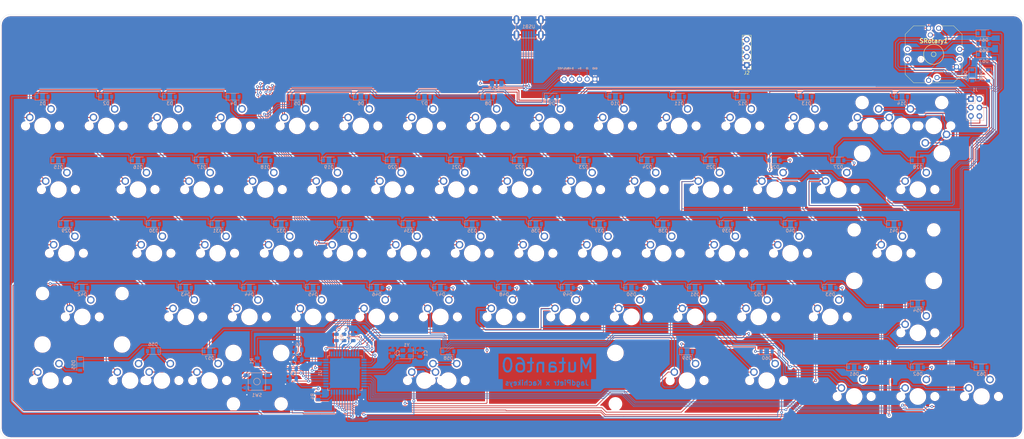
<source format=kicad_pcb>
(kicad_pcb (version 20171130) (host pcbnew "(5.1.5)-3")
  (layers (0 F.Cu signal) (31 B.Cu signal) (34 B.Paste user) (35 F.Paste user) (36 B.SilkS user) (37 F.SilkS user) (38 B.Mask user) (39 F.Mask user) (44 Edge.Cuts user))
  (net 0 "")
  (net 1 GND)
  (net 2 "Net-(C1-Pad1)")
  (net 3 "Net-(C2-Pad1)")
  (net 4 "Net-(C3-Pad1)")
  (net 5 +5V)
  (net 6 "Net-(D1-Pad2)")
  (net 7 "Net-(D2-Pad2)")
  (net 8 "Net-(D3-Pad2)")
  (net 9 "Net-(D4-Pad2)")
  (net 10 "Net-(D5-Pad2)")
  (net 11 "Net-(D6-Pad2)")
  (net 12 "Net-(D7-Pad2)")
  (net 13 "Net-(D8-Pad2)")
  (net 14 "Net-(D9-Pad2)")
  (net 15 "Net-(D10-Pad2)")
  (net 16 "Net-(D11-Pad2)")
  (net 17 "Net-(D12-Pad2)")
  (net 18 "Net-(D13-Pad2)")
  (net 19 "Net-(D14-Pad2)")
  (net 20 "Net-(D15-Pad2)")
  (net 21 ROW1)
  (net 22 "Net-(D16-Pad2)")
  (net 23 "Net-(D17-Pad2)")
  (net 24 "Net-(D18-Pad2)")
  (net 25 "Net-(D19-Pad2)")
  (net 26 "Net-(D20-Pad2)")
  (net 27 "Net-(D21-Pad2)")
  (net 28 "Net-(D22-Pad2)")
  (net 29 "Net-(D23-Pad2)")
  (net 30 "Net-(D24-Pad2)")
  (net 31 "Net-(D25-Pad2)")
  (net 32 "Net-(D26-Pad2)")
  (net 33 "Net-(D27-Pad2)")
  (net 34 "Net-(D28-Pad2)")
  (net 35 "Net-(D29-Pad2)")
  (net 36 "Net-(D30-Pad2)")
  (net 37 "Net-(D31-Pad2)")
  (net 38 "Net-(D32-Pad2)")
  (net 39 "Net-(D33-Pad2)")
  (net 40 "Net-(D34-Pad2)")
  (net 41 "Net-(D35-Pad2)")
  (net 42 "Net-(D36-Pad2)")
  (net 43 "Net-(D37-Pad2)")
  (net 44 "Net-(D38-Pad2)")
  (net 45 "Net-(D39-Pad2)")
  (net 46 "Net-(D40-Pad2)")
  (net 47 "Net-(D41-Pad2)")
  (net 48 "Net-(D42-Pad2)")
  (net 49 ROW3)
  (net 50 "Net-(D43-Pad2)")
  (net 51 "Net-(D44-Pad2)")
  (net 52 "Net-(D45-Pad2)")
  (net 53 "Net-(D46-Pad2)")
  (net 54 "Net-(D47-Pad2)")
  (net 55 "Net-(D48-Pad2)")
  (net 56 "Net-(D49-Pad2)")
  (net 57 "Net-(D50-Pad2)")
  (net 58 "Net-(D51-Pad2)")
  (net 59 "Net-(D52-Pad2)")
  (net 60 "Net-(D53-Pad2)")
  (net 61 "Net-(D54-Pad2)")
  (net 62 "Net-(D55-Pad2)")
  (net 63 ROW4)
  (net 64 "Net-(D56-Pad2)")
  (net 65 "Net-(D57-Pad2)")
  (net 66 "Net-(D58-Pad2)")
  (net 67 "Net-(D59-Pad2)")
  (net 68 "Net-(D60-Pad2)")
  (net 69 "Net-(D61-Pad2)")
  (net 70 "Net-(D62-Pad2)")
  (net 71 "Net-(D63-Pad2)")
  (net 72 COL9)
  (net 73 "Net-(D65-Pad1)")
  (net 74 COL10)
  (net 75 "Net-(D66-Pad1)")
  (net 76 COL11)
  (net 77 "Net-(D67-Pad1)")
  (net 78 COL12)
  (net 79 "Net-(D68-Pad1)")
  (net 80 COL13)
  (net 81 VCC)
  (net 82 SDA)
  (net 83 SCL)
  (net 84 "Net-(R1-Pad2)")
  (net 85 D+)
  (net 86 "Net-(R2-Pad1)")
  (net 87 D-)
  (net 88 "Net-(R3-Pad1)")
  (net 89 "Net-(R4-Pad2)")
  (net 90 COL1)
  (net 91 COL2)
  (net 92 COL3)
  (net 93 COL4)
  (net 94 COL5)
  (net 95 COL6)
  (net 96 COL7)
  (net 97 COL8)
  (net 98 COL0)
  (net 99 EA)
  (net 100 ROW5)
  (net 101 EB)
  (net 102 "Net-(U1-Pad42)")
  (net 103 "Net-(U1-Pad1)")
  (net 104 "Net-(USB1-Pad2)")
  (net 105 NRST)
  (net 106 ROW2)
  (net 107 "Net-(D64-Pad1)")
  (module Diode_SMD:D_SOD-123 (layer B.Cu) (at 90.4875 37.30625)
    (fp_text reference D4 (at 0 2) (layer B.SilkS) (effects (justify mirror)))
    (fp_text value SOD-123)
    (pad 2 smd rect (at 1.65 0) (size 0.9 1.2) (layers B.Cu B.Paste B.Mask) (net 9 "Net-(D4-Pad2)"))
    (pad 1 smd rect (at -1.65 0) (size 0.9 1.2) (layers B.Cu B.Paste B.Mask) (net 105 NRST))
  )
  (module MX_Only:MXOnly-1U-NoLED (layer F.Cu) (at 295.275 127)
    (fp_text reference MX5-DOWN1)
    (fp_text value MX-NoLED)
    (pad 2 thru_hole circle (at 2.54 -5.08) (size 2.25 2.25) (drill 1.47) (layers *.Cu B.Mask) (net 70 "Net-(D62-Pad2)"))
    (pad "" np_thru_hole circle (at 0 0) (size 3.9878 3.9878) (drill 3.9878) (layers *.Cu *.Mask))
    (pad 1 thru_hole circle (at -3.81 -2.54) (size 2.25 2.25) (drill 1.47) (layers *.Cu B.Mask) (net 96 COL7))
    (pad "" np_thru_hole circle (at -5.08 0 48.0996) (size 1.75 1.75) (drill 1.75) (layers *.Cu *.Mask))
    (pad "" np_thru_hole circle (at 5.08 0 48.0996) (size 1.75 1.75) (drill 1.75) (layers *.Cu *.Mask))
  )
  (module Diode_SMD:D_SOD-123 (layer B.Cu) (at 295.275 99.21875)
    (fp_text reference D54 (at 0 2) (layer B.SilkS) (effects (justify mirror)))
    (fp_text value SOD-123)
    (pad 2 smd rect (at 1.65 0) (size 0.9 1.2) (layers B.Cu B.Paste B.Mask) (net 61 "Net-(D54-Pad2)"))
    (pad 1 smd rect (at -1.65 0) (size 0.9 1.2) (layers B.Cu B.Paste B.Mask) (net 49 ROW3))
  )
  (module MX_Only:MXOnly-1.5U-NoLED (layer F.Cu) (at 295.275 65.0875)
    (fp_text reference MX2-\1)
    (fp_text value MX-NoLED)
    (pad 2 thru_hole circle (at 2.54 -5.08) (size 2.25 2.25) (drill 1.47) (layers *.Cu B.Mask) (net 34 "Net-(D28-Pad2)"))
    (pad "" np_thru_hole circle (at 0 0) (size 3.9878 3.9878) (drill 3.9878) (layers *.Cu *.Mask))
    (pad 1 thru_hole circle (at -3.81 -2.54) (size 2.25 2.25) (drill 1.47) (layers *.Cu B.Mask) (net 80 COL13))
    (pad "" np_thru_hole circle (at -5.08 0 48.0996) (size 1.75 1.75) (drill 1.75) (layers *.Cu *.Mask))
    (pad "" np_thru_hole circle (at 5.08 0 48.0996) (size 1.75 1.75) (drill 1.75) (layers *.Cu *.Mask))
  )
  (module Connector_PinSocket_2.54mm:PinSocket_2x03_P2.54mm_Vertical (layer B.Cu) (at 311.15 38 180)
    (fp_text reference J1 (at -1.27 2.77) (layer B.SilkS) (effects (justify mirror)))
    (fp_text value Conn_02x03_Odd_Even)
    (pad 6 thru_hole oval (at -2.54 -5.08 180) (size 1.7 1.7) (drill 1) (layers *.Cu *.Mask) (net 93 COL4))
    (pad 5 thru_hole oval (at 0 -5.08 180) (size 1.7 1.7) (drill 1) (layers *.Cu *.Mask) (net 5 +5V))
    (pad 4 thru_hole oval (at -2.54 -2.54 180) (size 1.7 1.7) (drill 1) (layers *.Cu *.Mask) (net 21 ROW1))
    (pad 3 thru_hole oval (at 0 -2.54 180) (size 1.7 1.7) (drill 1) (layers *.Cu *.Mask) (net 98 COL0))
    (pad 2 thru_hole oval (at -2.54 0 180) (size 1.7 1.7) (drill 1) (layers *.Cu *.Mask) (net 105 NRST))
    (pad 1 thru_hole rect (at 0 0 180) (size 1.7 1.7) (drill 1) (layers *.Cu *.Mask) (net 1 GND))
  )
  (module MX_Only:MXOnly-1U-NoLED (layer F.Cu) (at 152.4 103.1875)
    (fp_text reference MX4-B1)
    (fp_text value MX-NoLED)
    (pad 2 thru_hole circle (at 2.54 -5.08) (size 2.25 2.25) (drill 1.47) (layers *.Cu B.Mask) (net 54 "Net-(D47-Pad2)"))
    (pad "" np_thru_hole circle (at 0 0) (size 3.9878 3.9878) (drill 3.9878) (layers *.Cu *.Mask))
    (pad 1 thru_hole circle (at -3.81 -2.54) (size 2.25 2.25) (drill 1.47) (layers *.Cu B.Mask) (net 94 COL5))
    (pad "" np_thru_hole circle (at -5.08 0 48.0996) (size 1.75 1.75) (drill 1.75) (layers *.Cu *.Mask))
    (pad "" np_thru_hole circle (at 5.08 0 48.0996) (size 1.75 1.75) (drill 1.75) (layers *.Cu *.Mask))
  )
  (module MountingHole:MountingHole_2.1mm (layer B.Cu) (at 189.4225 32.03125 180)
    (fp_text reference VBUS/VCC (at 0 3.2) (layer B.SilkS) (effects (font (size 0.5 0.5)) (justify mirror)))
    (fp_text value MountingHole_1.5mm)
    (pad "" thru_hole circle (at 0 0 180) (size 1.5 1.5) (drill 1) (layers *.Cu *.Mask) (net 81 VCC))
  )
  (module MountingHole:MountingHole_2.1mm (layer B.Cu) (at 191.7225 32.03125 180)
    (fp_text reference D- (at 0 3.2) (layer B.SilkS) (effects (font (size 0.5 0.5)) (justify mirror)))
    (fp_text value MountingHole_1.5mm)
    (pad "" thru_hole circle (at 0 0 180) (size 1.5 1.5) (drill 1) (layers *.Cu *.Mask) (net 87 D-))
  )
  (module MountingHole:MountingHole_2.1mm (layer B.Cu) (at 194.0225 32.03125 180)
    (fp_text reference D+ (at 0 3.2) (layer B.SilkS) (effects (font (size 0.5 0.5)) (justify mirror)))
    (fp_text value MountingHole_1.5mm)
    (pad "" thru_hole circle (at 0 0 180) (size 1.5 1.5) (drill 1) (layers *.Cu *.Mask) (net 85 D+))
  )
  (module MountingHole:MountingHole_2.1mm (layer B.Cu) (at 196.3225 32.03125 180)
    (fp_text reference ID (at 0 3.2) (layer B.SilkS) (effects (font (size 0.5 0.5)) (justify mirror)))
    (fp_text value MountingHole_1.5mm)
    (pad "" thru_hole circle (at 0 0 180) (size 1.5 1.5) (drill 1) (layers *.Cu *.Mask) (net 104 "Net-(USB1-Pad2)"))
  )
  (module MountingHole:MountingHole_2.1mm (layer B.Cu) (at 198.6225 32.03125 180)
    (fp_text reference GND (at 0 3.2) (layer B.SilkS) (effects (font (size 0.5 0.5)) (justify mirror)))
    (fp_text value MountingHole_1.5mm)
    (pad "" thru_hole circle (at 0 0 180) (size 1.5 1.5) (drill 1) (layers *.Cu *.Mask) (net 1 GND))
  )
  (module MX_Only2:MXOnly-1.25U-NoLED (layer F.Cu) (at 69.05625 122.2375)
    (fp_text reference MX5-LALTB1)
    (fp_text value MX-NoLED)
    (pad 2 thru_hole circle (at 2.54 -5.08) (size 2.25 2.25) (drill 1.47) (layers *.Cu B.Mask) (net 63 ROW4))
    (pad "" np_thru_hole circle (at 0 0) (size 3.9878 3.9878) (drill 3.9878) (layers *.Cu *.Mask))
    (pad 1 thru_hole circle (at -3.81 -2.54) (size 2.25 2.25) (drill 1.47) (layers *.Cu B.Mask) (net 91 COL2))
    (pad "" np_thru_hole circle (at -5.08 0 48.0996) (size 1.75 1.75) (drill 1.75) (layers *.Cu *.Mask))
    (pad "" np_thru_hole circle (at 5.08 0 48.0996) (size 1.75 1.75) (drill 1.75) (layers *.Cu *.Mask))
  )
  (module MX_Only:MXOnly-1U-NoLED (layer F.Cu) (at 223.8375 46.0375)
    (fp_text reference MX1-10)
    (fp_text value MX-NoLED)
    (pad 2 thru_hole circle (at 2.54 -5.08) (size 2.25 2.25) (drill 1.47) (layers *.Cu B.Mask) (net 16 "Net-(D11-Pad2)"))
    (pad "" np_thru_hole circle (at 0 0) (size 3.9878 3.9878) (drill 3.9878) (layers *.Cu *.Mask))
    (pad 1 thru_hole circle (at -3.81 -2.54) (size 2.25 2.25) (drill 1.47) (layers *.Cu B.Mask) (net 74 COL10))
    (pad "" np_thru_hole circle (at -5.08 0 48.0996) (size 1.75 1.75) (drill 1.75) (layers *.Cu *.Mask))
    (pad "" np_thru_hole circle (at 5.08 0 48.0996) (size 1.75 1.75) (drill 1.75) (layers *.Cu *.Mask))
  )
  (module MX_Only:MXOnly-1.25U-NoLED (layer F.Cu) (at 269.08125 103.1875)
    (fp_text reference MX4-RSHFT1)
    (fp_text value MX-NoLED)
    (pad 2 thru_hole circle (at 2.54 -5.08) (size 2.25 2.25) (drill 1.47) (layers *.Cu B.Mask) (net 60 "Net-(D53-Pad2)"))
    (pad "" np_thru_hole circle (at 0 0) (size 3.9878 3.9878) (drill 3.9878) (layers *.Cu *.Mask))
    (pad 1 thru_hole circle (at -3.81 -2.54) (size 2.25 2.25) (drill 1.47) (layers *.Cu B.Mask) (net 76 COL11))
    (pad "" np_thru_hole circle (at -5.08 0 48.0996) (size 1.75 1.75) (drill 1.75) (layers *.Cu *.Mask))
    (pad "" np_thru_hole circle (at 5.08 0 48.0996) (size 1.75 1.75) (drill 1.75) (layers *.Cu *.Mask))
  )
  (module MX_Only:MXOnly-2U-NoLED (layer F.Cu) (at 290.5125 46.0375)
    (fp_text reference MX1-BKSPC1)
    (fp_text value MX-NoLED)
    (pad 2 thru_hole circle (at 2.54 -5.08) (size 2.25 2.25) (drill 1.47) (layers *.Cu B.Mask) (net 19 "Net-(D14-Pad2)"))
    (pad "" np_thru_hole circle (at 0 0) (size 3.9878 3.9878) (drill 3.9878) (layers *.Cu *.Mask))
    (pad 1 thru_hole circle (at -3.81 -2.54) (size 2.25 2.25) (drill 1.47) (layers *.Cu B.Mask) (net 80 COL13))
    (pad "" np_thru_hole circle (at -5.08 0 48.0996) (size 1.75 1.75) (drill 1.75) (layers *.Cu *.Mask))
    (pad "" np_thru_hole circle (at 5.08 0 48.0996) (size 1.75 1.75) (drill 1.75) (layers *.Cu *.Mask))
    (pad "" np_thru_hole circle (at -11.90625 -6.985) (size 3.048 3.048) (drill 3.048) (layers *.Cu *.Mask))
    (pad "" np_thru_hole circle (at 11.90625 -6.985) (size 3.048 3.048) (drill 3.048) (layers *.Cu *.Mask))
    (pad "" np_thru_hole circle (at -11.90625 8.255) (size 3.9878 3.9878) (drill 3.9878) (layers *.Cu *.Mask))
    (pad "" np_thru_hole circle (at 11.90625 8.255) (size 3.9878 3.9878) (drill 3.9878) (layers *.Cu *.Mask))
  )
  (module MX_Only2:MXOnly-7U-ReversedStabilizers-NoLED (layer F.Cu) (at 147.6375 122.2375)
    (fp_text reference MX5-SPCE7)
    (fp_text value MX-NoLED)
    (pad 2 thru_hole circle (at 2.54 -5.08) (size 2.25 2.25) (drill 1.47) (layers *.Cu B.Mask) (net 66 "Net-(D58-Pad2)"))
    (pad "" np_thru_hole circle (at 0 0) (size 3.9878 3.9878) (drill 3.9878) (layers *.Cu *.Mask))
    (pad 1 thru_hole circle (at -3.81 -2.54) (size 2.25 2.25) (drill 1.47) (layers *.Cu B.Mask) (net 92 COL3))
    (pad "" np_thru_hole circle (at -5.08 0 48.0996) (size 1.75 1.75) (drill 1.75) (layers *.Cu *.Mask))
    (pad "" np_thru_hole circle (at 5.08 0 48.0996) (size 1.75 1.75) (drill 1.75) (layers *.Cu *.Mask))
    (pad "" np_thru_hole circle (at -57.15 6.985) (size 3.048 3.048) (drill 3.048) (layers *.Cu *.Mask))
    (pad "" np_thru_hole circle (at 57.15 6.985) (size 3.048 3.048) (drill 3.048) (layers *.Cu *.Mask))
    (pad "" np_thru_hole circle (at -57.15 -8.255) (size 3.9878 3.9878) (drill 3.9878) (layers *.Cu *.Mask))
    (pad "" np_thru_hole circle (at 57.15 -8.255) (size 3.9878 3.9878) (drill 3.9878) (layers *.Cu *.Mask))
  )
  (module MX_Only2:MXOnly-1U-NoLED (layer F.Cu) (at 300.0375 46.0375 180)
    (fp_text reference MX1-SPLITBKSPC1)
    (fp_text value MX-NoLED)
    (pad 2 thru_hole circle (at 2.54 -5.08 180) (size 2.25 2.25) (drill 1.47) (layers *.Cu B.Mask) (net 19 "Net-(D14-Pad2)"))
    (pad "" np_thru_hole circle (at 0 0 180) (size 3.9878 3.9878) (drill 3.9878) (layers *.Cu *.Mask))
    (pad 1 thru_hole circle (at -3.81 -2.54 180) (size 2.25 2.25) (drill 1.47) (layers *.Cu B.Mask) (net 80 COL13))
    (pad "" np_thru_hole circle (at -5.08 0 228.0996) (size 1.75 1.75) (drill 1.75) (layers *.Cu *.Mask))
    (pad "" np_thru_hole circle (at 5.08 0 228.0996) (size 1.75 1.75) (drill 1.75) (layers *.Cu *.Mask))
  )
  (module MX_Only2:MXOnly-1U-NoLED (layer F.Cu) (at 280.9875 46.0375)
    (fp_text reference MX1-SLPTBKSPC2)
    (fp_text value MX-NoLED)
    (pad 2 thru_hole circle (at 2.54 -5.08) (size 2.25 2.25) (drill 1.47) (layers *.Cu B.Mask) (net 19 "Net-(D14-Pad2)"))
    (pad "" np_thru_hole circle (at 0 0) (size 3.9878 3.9878) (drill 3.9878) (layers *.Cu *.Mask))
    (pad 1 thru_hole circle (at -3.81 -2.54) (size 2.25 2.25) (drill 1.47) (layers *.Cu B.Mask) (net 80 COL13))
    (pad "" np_thru_hole circle (at -5.08 0 48.0996) (size 1.75 1.75) (drill 1.75) (layers *.Cu *.Mask))
    (pad "" np_thru_hole circle (at 5.08 0 48.0996) (size 1.75 1.75) (drill 1.75) (layers *.Cu *.Mask))
  )
  (module MX_Only:MXOnly-1U-NoLED (layer F.Cu) (at 204.7875 46.0375)
    (fp_text reference MX1-9)
    (fp_text value MX-NoLED)
    (pad 2 thru_hole circle (at 2.54 -5.08) (size 2.25 2.25) (drill 1.47) (layers *.Cu B.Mask) (net 15 "Net-(D10-Pad2)"))
    (pad "" np_thru_hole circle (at 0 0) (size 3.9878 3.9878) (drill 3.9878) (layers *.Cu *.Mask))
    (pad 1 thru_hole circle (at -3.81 -2.54) (size 2.25 2.25) (drill 1.47) (layers *.Cu B.Mask) (net 72 COL9))
    (pad "" np_thru_hole circle (at -5.08 0 48.0996) (size 1.75 1.75) (drill 1.75) (layers *.Cu *.Mask))
    (pad "" np_thru_hole circle (at 5.08 0 48.0996) (size 1.75 1.75) (drill 1.75) (layers *.Cu *.Mask))
  )
  (module MX_Only:MXOnly-1U-NoLED (layer F.Cu) (at 242.8875 46.0375)
    (fp_text reference MX1-DSH1)
    (fp_text value MX-NoLED)
    (pad 2 thru_hole circle (at 2.54 -5.08) (size 2.25 2.25) (drill 1.47) (layers *.Cu B.Mask) (net 17 "Net-(D12-Pad2)"))
    (pad "" np_thru_hole circle (at 0 0) (size 3.9878 3.9878) (drill 3.9878) (layers *.Cu *.Mask))
    (pad 1 thru_hole circle (at -3.81 -2.54) (size 2.25 2.25) (drill 1.47) (layers *.Cu B.Mask) (net 76 COL11))
    (pad "" np_thru_hole circle (at -5.08 0 48.0996) (size 1.75 1.75) (drill 1.75) (layers *.Cu *.Mask))
    (pad "" np_thru_hole circle (at 5.08 0 48.0996) (size 1.75 1.75) (drill 1.75) (layers *.Cu *.Mask))
  )
  (module MX_Only:MXOnly-6.25U-ReversedStabilizers-NoLED (layer F.Cu) (at 154.7495 122.2375)
    (fp_text reference MX5-SPCE1)
    (fp_text value MX-NoLED)
    (pad 2 thru_hole circle (at 2.54 -5.08) (size 2.25 2.25) (drill 1.47) (layers *.Cu B.Mask) (net 66 "Net-(D58-Pad2)"))
    (pad "" np_thru_hole circle (at 0 0) (size 3.9878 3.9878) (drill 3.9878) (layers *.Cu *.Mask))
    (pad 1 thru_hole circle (at -3.81 -2.54) (size 2.25 2.25) (drill 1.47) (layers *.Cu B.Mask) (net 92 COL3))
    (pad "" np_thru_hole circle (at -5.08 0 48.0996) (size 1.75 1.75) (drill 1.75) (layers *.Cu *.Mask))
    (pad "" np_thru_hole circle (at 5.08 0 48.0996) (size 1.75 1.75) (drill 1.75) (layers *.Cu *.Mask))
    (pad "" np_thru_hole circle (at -49.9999 6.985) (size 3.048 3.048) (drill 3.048) (layers *.Cu *.Mask))
    (pad "" np_thru_hole circle (at 49.9999 6.985) (size 3.048 3.048) (drill 3.048) (layers *.Cu *.Mask))
    (pad "" np_thru_hole circle (at -49.9999 -8.255) (size 3.9878 3.9878) (drill 3.9878) (layers *.Cu *.Mask))
    (pad "" np_thru_hole circle (at 49.9999 -8.255) (size 3.9878 3.9878) (drill 3.9878) (layers *.Cu *.Mask))
  )
  (module MX_Only:MXOnly-1U-NoLED (layer F.Cu) (at 295.275 107.95)
    (fp_text reference MX4-UP1)
    (fp_text value MX-NoLED)
    (pad 2 thru_hole circle (at 2.54 -5.08) (size 2.25 2.25) (drill 1.47) (layers *.Cu B.Mask) (net 61 "Net-(D54-Pad2)"))
    (pad "" np_thru_hole circle (at 0 0) (size 3.9878 3.9878) (drill 3.9878) (layers *.Cu *.Mask))
    (pad 1 thru_hole circle (at -3.81 -2.54) (size 2.25 2.25) (drill 1.47) (layers *.Cu B.Mask) (net 78 COL12))
    (pad "" np_thru_hole circle (at -5.08 0 48.0996) (size 1.75 1.75) (drill 1.75) (layers *.Cu *.Mask))
    (pad "" np_thru_hole circle (at 5.08 0 48.0996) (size 1.75 1.75) (drill 1.75) (layers *.Cu *.Mask))
  )
  (module ALPS_Joystick:RKJXT1F42001 (layer F.Cu) (at 300 24.60625)
    (fp_text reference SRotary1 (at 0 -4) (layer F.SilkS) (effects (font (size 1.27 1.27) (thickness 0.254))))
    (fp_text value RKJXT1F42001 hide)
    (pad "" thru_hole circle (at -3.8 1.5 90) (size 1.1 1.1) (drill 1.1) (layers *.Cu *.Mask))
    (pad 10 thru_hole circle (at -7.8 1.5 90) (size 1.5 1.5) (drill 1) (layers *.Cu *.Mask) (net 99 EA))
    (pad 9 thru_hole circle (at -7.8 -1.5 90) (size 1.5 1.5) (drill 1) (layers *.Cu *.Mask) (net 73 "Net-(D65-Pad1)"))
    (pad 8 thru_hole circle (at -1.5 -7.8 90) (size 1.5 1.5) (drill 1) (layers *.Cu *.Mask) (net 1 GND))
    (pad 7 thru_hole circle (at -1 -5.78 90) (size 1.5 1.5) (drill 1) (layers *.Cu *.Mask) (net 100 ROW5))
    (pad 6 thru_hole circle (at 1.5 -7.8 90) (size 1.5 1.5) (drill 1) (layers *.Cu *.Mask) (net 77 "Net-(D67-Pad1)"))
    (pad 5 thru_hole circle (at 7.8 -1.5 90) (size 1.5 1.5) (drill 1) (layers *.Cu *.Mask) (net 101 EB))
    (pad 4 thru_hole circle (at 7.8 1.5 90) (size 1.5 1.5) (drill 1) (layers *.Cu *.Mask) (net 107 "Net-(D64-Pad1)"))
    (pad 3 thru_hole circle (at 6.86 3.75 90) (size 1.5 1.5) (drill 1) (layers *.Cu *.Mask) (net 1 GND))
    (pad 2 thru_hole circle (at 1 6.98 90) (size 1.5 1.5) (drill 1) (layers *.Cu *.Mask) (net 79 "Net-(D68-Pad1)"))
    (pad 1 thru_hole circle (at -1.5 7.8 90) (size 1.5 1.5) (drill 1) (layers *.Cu *.Mask) (net 75 "Net-(D66-Pad1)"))
  )
  (module MX_Only:MXOnly-1U-NoLED (layer F.Cu) (at 66.675 84.1375)
    (fp_text reference MX3-A1)
    (fp_text value MX-NoLED)
    (pad 2 thru_hole circle (at 2.54 -5.08) (size 2.25 2.25) (drill 1.47) (layers *.Cu B.Mask) (net 36 "Net-(D30-Pad2)"))
    (pad "" np_thru_hole circle (at 0 0) (size 3.9878 3.9878) (drill 3.9878) (layers *.Cu *.Mask))
    (pad 1 thru_hole circle (at -3.81 -2.54) (size 2.25 2.25) (drill 1.47) (layers *.Cu B.Mask) (net 90 COL1))
    (pad "" np_thru_hole circle (at -5.08 0 48.0996) (size 1.75 1.75) (drill 1.75) (layers *.Cu *.Mask))
    (pad "" np_thru_hole circle (at 5.08 0 48.0996) (size 1.75 1.75) (drill 1.75) (layers *.Cu *.Mask))
  )
  (module MX_Only:MXOnly-1U-NoLED (layer F.Cu) (at 214.3125 65.0875)
    (fp_text reference MX2-O1)
    (fp_text value MX-NoLED)
    (pad 2 thru_hole circle (at 2.54 -5.08) (size 2.25 2.25) (drill 1.47) (layers *.Cu B.Mask) (net 30 "Net-(D24-Pad2)"))
    (pad "" np_thru_hole circle (at 0 0) (size 3.9878 3.9878) (drill 3.9878) (layers *.Cu *.Mask))
    (pad 1 thru_hole circle (at -3.81 -2.54) (size 2.25 2.25) (drill 1.47) (layers *.Cu B.Mask) (net 72 COL9))
    (pad "" np_thru_hole circle (at -5.08 0 48.0996) (size 1.75 1.75) (drill 1.75) (layers *.Cu *.Mask))
    (pad "" np_thru_hole circle (at 5.08 0 48.0996) (size 1.75 1.75) (drill 1.75) (layers *.Cu *.Mask))
  )
  (module MX_Only:MXOnly-2.25U-NoLED (layer F.Cu) (at 45.24375 103.1875)
    (fp_text reference MX4-LSFHT1)
    (fp_text value MX-NoLED)
    (pad 2 thru_hole circle (at 2.54 -5.08) (size 2.25 2.25) (drill 1.47) (layers *.Cu B.Mask) (net 48 "Net-(D42-Pad2)"))
    (pad "" np_thru_hole circle (at 0 0) (size 3.9878 3.9878) (drill 3.9878) (layers *.Cu *.Mask))
    (pad 1 thru_hole circle (at -3.81 -2.54) (size 2.25 2.25) (drill 1.47) (layers *.Cu B.Mask) (net 98 COL0))
    (pad "" np_thru_hole circle (at -5.08 0 48.0996) (size 1.75 1.75) (drill 1.75) (layers *.Cu *.Mask))
    (pad "" np_thru_hole circle (at 5.08 0 48.0996) (size 1.75 1.75) (drill 1.75) (layers *.Cu *.Mask))
    (pad "" np_thru_hole circle (at -11.90625 -6.985) (size 3.048 3.048) (drill 3.048) (layers *.Cu *.Mask))
    (pad "" np_thru_hole circle (at 11.90625 -6.985) (size 3.048 3.048) (drill 3.048) (layers *.Cu *.Mask))
    (pad "" np_thru_hole circle (at -11.90625 8.255) (size 3.9878 3.9878) (drill 3.9878) (layers *.Cu *.Mask))
    (pad "" np_thru_hole circle (at 11.90625 8.255) (size 3.9878 3.9878) (drill 3.9878) (layers *.Cu *.Mask))
  )
  (module MX_Only:MXOnly-1U-NoLED (layer F.Cu) (at 128.5875 46.0375)
    (fp_text reference MX1-5)
    (fp_text value MX-NoLED)
    (pad 2 thru_hole circle (at 2.54 -5.08) (size 2.25 2.25) (drill 1.47) (layers *.Cu B.Mask) (net 11 "Net-(D6-Pad2)"))
    (pad "" np_thru_hole circle (at 0 0) (size 3.9878 3.9878) (drill 3.9878) (layers *.Cu *.Mask))
    (pad 1 thru_hole circle (at -3.81 -2.54) (size 2.25 2.25) (drill 1.47) (layers *.Cu B.Mask) (net 94 COL5))
    (pad "" np_thru_hole circle (at -5.08 0 48.0996) (size 1.75 1.75) (drill 1.75) (layers *.Cu *.Mask))
    (pad "" np_thru_hole circle (at 5.08 0 48.0996) (size 1.75 1.75) (drill 1.75) (layers *.Cu *.Mask))
  )
  (module MX_Only:MXOnly-1U-NoLED (layer F.Cu) (at 109.5375 46.0375)
    (fp_text reference MX1-4)
    (fp_text value MX-NoLED)
    (pad 2 thru_hole circle (at 2.54 -5.08) (size 2.25 2.25) (drill 1.47) (layers *.Cu B.Mask) (net 10 "Net-(D5-Pad2)"))
    (pad "" np_thru_hole circle (at 0 0) (size 3.9878 3.9878) (drill 3.9878) (layers *.Cu *.Mask))
    (pad 1 thru_hole circle (at -3.81 -2.54) (size 2.25 2.25) (drill 1.47) (layers *.Cu B.Mask) (net 93 COL4))
    (pad "" np_thru_hole circle (at -5.08 0 48.0996) (size 1.75 1.75) (drill 1.75) (layers *.Cu *.Mask))
    (pad "" np_thru_hole circle (at 5.08 0 48.0996) (size 1.75 1.75) (drill 1.75) (layers *.Cu *.Mask))
  )
  (module MX_Only:MXOnly-1U-NoLED (layer F.Cu) (at 90.4875 46.0375)
    (fp_text reference MX1-3)
    (fp_text value MX-NoLED)
    (pad 2 thru_hole circle (at 2.54 -5.08) (size 2.25 2.25) (drill 1.47) (layers *.Cu B.Mask) (net 9 "Net-(D4-Pad2)"))
    (pad "" np_thru_hole circle (at 0 0) (size 3.9878 3.9878) (drill 3.9878) (layers *.Cu *.Mask))
    (pad 1 thru_hole circle (at -3.81 -2.54) (size 2.25 2.25) (drill 1.47) (layers *.Cu B.Mask) (net 92 COL3))
    (pad "" np_thru_hole circle (at -5.08 0 48.0996) (size 1.75 1.75) (drill 1.75) (layers *.Cu *.Mask))
    (pad "" np_thru_hole circle (at 5.08 0 48.0996) (size 1.75 1.75) (drill 1.75) (layers *.Cu *.Mask))
  )
  (module MX_Only:MXOnly-1U-NoLED (layer F.Cu) (at 33.3375 46.0375)
    (fp_text reference MX1-ESC1)
    (fp_text value MX-NoLED)
    (pad 2 thru_hole circle (at 2.54 -5.08) (size 2.25 2.25) (drill 1.47) (layers *.Cu B.Mask) (net 6 "Net-(D1-Pad2)"))
    (pad "" np_thru_hole circle (at 0 0) (size 3.9878 3.9878) (drill 3.9878) (layers *.Cu *.Mask))
    (pad 1 thru_hole circle (at -3.81 -2.54) (size 2.25 2.25) (drill 1.47) (layers *.Cu B.Mask) (net 98 COL0))
    (pad "" np_thru_hole circle (at -5.08 0 48.0996) (size 1.75 1.75) (drill 1.75) (layers *.Cu *.Mask))
    (pad "" np_thru_hole circle (at 5.08 0 48.0996) (size 1.75 1.75) (drill 1.75) (layers *.Cu *.Mask))
  )
  (module MX_Only:MXOnly-1U-NoLED (layer F.Cu) (at 61.9125 65.0875)
    (fp_text reference MX2-Q1)
    (fp_text value MX-NoLED)
    (pad 2 thru_hole circle (at 2.54 -5.08) (size 2.25 2.25) (drill 1.47) (layers *.Cu B.Mask) (net 22 "Net-(D16-Pad2)"))
    (pad "" np_thru_hole circle (at 0 0) (size 3.9878 3.9878) (drill 3.9878) (layers *.Cu *.Mask))
    (pad 1 thru_hole circle (at -3.81 -2.54) (size 2.25 2.25) (drill 1.47) (layers *.Cu B.Mask) (net 90 COL1))
    (pad "" np_thru_hole circle (at -5.08 0 48.0996) (size 1.75 1.75) (drill 1.75) (layers *.Cu *.Mask))
    (pad "" np_thru_hole circle (at 5.08 0 48.0996) (size 1.75 1.75) (drill 1.75) (layers *.Cu *.Mask))
  )
  (module MX_Only:MXOnly-1.5U-NoLED (layer F.Cu) (at 38.1 65.0875)
    (fp_text reference MX2-TAB1)
    (fp_text value MX-NoLED)
    (pad 2 thru_hole circle (at 2.54 -5.08) (size 2.25 2.25) (drill 1.47) (layers *.Cu B.Mask) (net 20 "Net-(D15-Pad2)"))
    (pad "" np_thru_hole circle (at 0 0) (size 3.9878 3.9878) (drill 3.9878) (layers *.Cu *.Mask))
    (pad 1 thru_hole circle (at -3.81 -2.54) (size 2.25 2.25) (drill 1.47) (layers *.Cu B.Mask) (net 98 COL0))
    (pad "" np_thru_hole circle (at -5.08 0 48.0996) (size 1.75 1.75) (drill 1.75) (layers *.Cu *.Mask))
    (pad "" np_thru_hole circle (at 5.08 0 48.0996) (size 1.75 1.75) (drill 1.75) (layers *.Cu *.Mask))
  )
  (module MX_Only:MXOnly-1U-NoLED (layer F.Cu) (at 166.6875 46.0375)
    (fp_text reference MX1-7)
    (fp_text value MX-NoLED)
    (pad 2 thru_hole circle (at 2.54 -5.08) (size 2.25 2.25) (drill 1.47) (layers *.Cu B.Mask) (net 13 "Net-(D8-Pad2)"))
    (pad "" np_thru_hole circle (at 0 0) (size 3.9878 3.9878) (drill 3.9878) (layers *.Cu *.Mask))
    (pad 1 thru_hole circle (at -3.81 -2.54) (size 2.25 2.25) (drill 1.47) (layers *.Cu B.Mask) (net 96 COL7))
    (pad "" np_thru_hole circle (at -5.08 0 48.0996) (size 1.75 1.75) (drill 1.75) (layers *.Cu *.Mask))
    (pad "" np_thru_hole circle (at 5.08 0 48.0996) (size 1.75 1.75) (drill 1.75) (layers *.Cu *.Mask))
  )
  (module MX_Only:MXOnly-1.25U-NoLED (layer F.Cu) (at 226.21875 122.2375)
    (fp_text reference MX5-MENU1)
    (fp_text value MX-NoLED)
    (pad 2 thru_hole circle (at 2.54 -5.08) (size 2.25 2.25) (drill 1.47) (layers *.Cu B.Mask) (net 67 "Net-(D59-Pad2)"))
    (pad "" np_thru_hole circle (at 0 0) (size 3.9878 3.9878) (drill 3.9878) (layers *.Cu *.Mask))
    (pad 1 thru_hole circle (at -3.81 -2.54) (size 2.25 2.25) (drill 1.47) (layers *.Cu B.Mask) (net 93 COL4))
    (pad "" np_thru_hole circle (at -5.08 0 48.0996) (size 1.75 1.75) (drill 1.75) (layers *.Cu *.Mask))
    (pad "" np_thru_hole circle (at 5.08 0 48.0996) (size 1.75 1.75) (drill 1.75) (layers *.Cu *.Mask))
  )
  (module Crystal:Crystal_SMD_3225-4Pin_3.2x2.5mm (layer B.Cu) (at 142.26 114.05 180)
    (fp_text reference Y1 (at 0 2.45) (layer B.SilkS) (effects (justify mirror)))
    (fp_text value 16Mhz)
    (pad 4 smd rect (at -1.1 0.85 180) (size 1.4 1.2) (layers B.Cu B.Paste B.Mask) (net 1 GND))
    (pad 3 smd rect (at 1.1 0.85 180) (size 1.4 1.2) (layers B.Cu B.Paste B.Mask) (net 3 "Net-(C2-Pad1)"))
    (pad 2 smd rect (at 1.1 -0.85 180) (size 1.4 1.2) (layers B.Cu B.Paste B.Mask) (net 1 GND))
    (pad 1 smd rect (at -1.1 -0.85 180) (size 1.4 1.2) (layers B.Cu B.Paste B.Mask) (net 2 "Net-(C1-Pad1)"))
  )
  (module random-keyboard-parts:Molex-0548190589 (layer B.Cu) (at 178.816 14.2875 270)
    (fp_text reference USB1 (at 2.032 0) (layer B.SilkS) (effects (justify mirror)))
    (fp_text value Molex-0548190589)
    (pad 6 thru_hole oval (at 0 3.65 270) (size 2.7 1.7) (drill oval 1.9 0.7) (layers *.Cu *.Mask) (net 1 GND))
    (pad 6 thru_hole oval (at 0 -3.65 270) (size 2.7 1.7) (drill oval 1.9 0.7) (layers *.Cu *.Mask) (net 1 GND))
    (pad 6 thru_hole oval (at 4.5 -3.65 270) (size 2.7 1.7) (drill oval 1.9 0.7) (layers *.Cu *.Mask) (net 1 GND))
    (pad 6 thru_hole oval (at 4.5 3.65 270) (size 2.7 1.7) (drill oval 1.9 0.7) (layers *.Cu *.Mask) (net 1 GND))
    (pad 5 smd rect (at 4.5 1.6 270) (size 2.25 0.5) (layers B.Cu B.Paste B.Mask) (net 81 VCC))
    (pad 4 smd rect (at 4.5 0.8 270) (size 2.25 0.5) (layers B.Cu B.Paste B.Mask) (net 87 D-))
    (pad 3 smd rect (at 4.5 0 270) (size 2.25 0.5) (layers B.Cu B.Paste B.Mask) (net 85 D+))
    (pad 2 smd rect (at 4.5 -0.8 270) (size 2.25 0.5) (layers B.Cu B.Paste B.Mask) (net 104 "Net-(USB1-Pad2)"))
    (pad 1 smd rect (at 4.5 -1.6 270) (size 2.25 0.5) (layers B.Cu B.Paste B.Mask) (net 1 GND))
  )
  (module Package_QFP:TQFP-44_10x10mm_P0.8mm (layer B.Cu) (at 123.825 120 270)
    (fp_text reference U1 (at 0 7.45 270) (layer B.SilkS) (effects (justify mirror)))
    (fp_text value ATmega32U4-AU)
    (pad 44 smd rect (at -4 5.7 180) (size 1.5 0.55) (layers B.Cu B.Paste B.Mask) (net 5 +5V))
    (pad 43 smd rect (at -3.2 5.7 180) (size 1.5 0.55) (layers B.Cu B.Paste B.Mask) (net 1 GND))
    (pad 42 smd rect (at -2.4 5.7 180) (size 1.5 0.55) (layers B.Cu B.Paste B.Mask) (net 102 "Net-(U1-Pad42)"))
    (pad 41 smd rect (at -1.6 5.7 180) (size 1.5 0.55) (layers B.Cu B.Paste B.Mask) (net 82 SDA))
    (pad 40 smd rect (at -0.8 5.7 180) (size 1.5 0.55) (layers B.Cu B.Paste B.Mask) (net 83 SCL))
    (pad 39 smd rect (at 0 5.7 180) (size 1.5 0.55) (layers B.Cu B.Paste B.Mask) (net 98 COL0))
    (pad 38 smd rect (at 0.8 5.7 180) (size 1.5 0.55) (layers B.Cu B.Paste B.Mask) (net 90 COL1))
    (pad 37 smd rect (at 1.6 5.7 180) (size 1.5 0.55) (layers B.Cu B.Paste B.Mask) (net 91 COL2))
    (pad 36 smd rect (at 2.4 5.7 180) (size 1.5 0.55) (layers B.Cu B.Paste B.Mask) (net 92 COL3))
    (pad 35 smd rect (at 3.2 5.7 180) (size 1.5 0.55) (layers B.Cu B.Paste B.Mask) (net 1 GND))
    (pad 34 smd rect (at 4 5.7 180) (size 1.5 0.55) (layers B.Cu B.Paste B.Mask) (net 5 +5V))
    (pad 33 smd rect (at 5.7 4 270) (size 1.5 0.55) (layers B.Cu B.Paste B.Mask) (net 89 "Net-(R4-Pad2)"))
    (pad 32 smd rect (at 5.7 3.2 270) (size 1.5 0.55) (layers B.Cu B.Paste B.Mask) (net 105 NRST))
    (pad 31 smd rect (at 5.7 2.4 270) (size 1.5 0.55) (layers B.Cu B.Paste B.Mask) (net 93 COL4))
    (pad 30 smd rect (at 5.7 1.6 270) (size 1.5 0.55) (layers B.Cu B.Paste B.Mask) (net 94 COL5))
    (pad 29 smd rect (at 5.7 0.8 270) (size 1.5 0.55) (layers B.Cu B.Paste B.Mask) (net 95 COL6))
    (pad 28 smd rect (at 5.7 0 270) (size 1.5 0.55) (layers B.Cu B.Paste B.Mask) (net 21 ROW1))
    (pad 27 smd rect (at 5.7 -0.8 270) (size 1.5 0.55) (layers B.Cu B.Paste B.Mask) (net 74 COL10))
    (pad 26 smd rect (at 5.7 -1.6 270) (size 1.5 0.55) (layers B.Cu B.Paste B.Mask) (net 76 COL11))
    (pad 25 smd rect (at 5.7 -2.4 270) (size 1.5 0.55) (layers B.Cu B.Paste B.Mask) (net 49 ROW3))
    (pad 24 smd rect (at 5.7 -3.2 270) (size 1.5 0.55) (layers B.Cu B.Paste B.Mask) (net 5 +5V))
    (pad 23 smd rect (at 5.7 -4 270) (size 1.5 0.55) (layers B.Cu B.Paste B.Mask) (net 1 GND))
    (pad 22 smd rect (at 4 -5.7 180) (size 1.5 0.55) (layers B.Cu B.Paste B.Mask) (net 63 ROW4))
    (pad 21 smd rect (at 3.2 -5.7 180) (size 1.5 0.55) (layers B.Cu B.Paste B.Mask) (net 80 COL13))
    (pad 20 smd rect (at 2.4 -5.7 180) (size 1.5 0.55) (layers B.Cu B.Paste B.Mask) (net 99 EA))
    (pad 19 smd rect (at 1.6 -5.7 180) (size 1.5 0.55) (layers B.Cu B.Paste B.Mask) (net 100 ROW5))
    (pad 18 smd rect (at 0.8 -5.7 180) (size 1.5 0.55) (layers B.Cu B.Paste B.Mask) (net 101 EB))
    (pad 17 smd rect (at 0 -5.7 180) (size 1.5 0.55) (layers B.Cu B.Paste B.Mask) (net 2 "Net-(C1-Pad1)"))
    (pad 16 smd rect (at -0.8 -5.7 180) (size 1.5 0.55) (layers B.Cu B.Paste B.Mask) (net 3 "Net-(C2-Pad1)"))
    (pad 15 smd rect (at -1.6 -5.7 180) (size 1.5 0.55) (layers B.Cu B.Paste B.Mask) (net 1 GND))
    (pad 14 smd rect (at -2.4 -5.7 180) (size 1.5 0.55) (layers B.Cu B.Paste B.Mask) (net 5 +5V))
    (pad 13 smd rect (at -3.2 -5.7 180) (size 1.5 0.55) (layers B.Cu B.Paste B.Mask) (net 84 "Net-(R1-Pad2)"))
    (pad 12 smd rect (at -4 -5.7 180) (size 1.5 0.55) (layers B.Cu B.Paste B.Mask) (net 78 COL12))
    (pad 11 smd rect (at -5.7 -4 270) (size 1.5 0.55) (layers B.Cu B.Paste B.Mask) (net 106 ROW2))
    (pad 10 smd rect (at -5.7 -3.2 270) (size 1.5 0.55) (layers B.Cu B.Paste B.Mask) (net 72 COL9))
    (pad 9 smd rect (at -5.7 -2.4 270) (size 1.5 0.55) (layers B.Cu B.Paste B.Mask) (net 97 COL8))
    (pad 8 smd rect (at -5.7 -1.6 270) (size 1.5 0.55) (layers B.Cu B.Paste B.Mask) (net 96 COL7))
    (pad 7 smd rect (at -5.7 -0.8 270) (size 1.5 0.55) (layers B.Cu B.Paste B.Mask) (net 5 +5V))
    (pad 6 smd rect (at -5.7 0 270) (size 1.5 0.55) (layers B.Cu B.Paste B.Mask) (net 4 "Net-(C3-Pad1)"))
    (pad 5 smd rect (at -5.7 0.8 270) (size 1.5 0.55) (layers B.Cu B.Paste B.Mask) (net 1 GND))
    (pad 4 smd rect (at -5.7 1.6 270) (size 1.5 0.55) (layers B.Cu B.Paste B.Mask) (net 86 "Net-(R2-Pad1)"))
    (pad 3 smd rect (at -5.7 2.4 270) (size 1.5 0.55) (layers B.Cu B.Paste B.Mask) (net 88 "Net-(R3-Pad1)"))
    (pad 2 smd rect (at -5.7 3.2 270) (size 1.5 0.55) (layers B.Cu B.Paste B.Mask) (net 5 +5V))
    (pad 1 smd rect (at -5.7 4 270) (size 1.5 0.55) (layers B.Cu B.Paste B.Mask) (net 103 "Net-(U1-Pad1)"))
  )
  (module random-keyboard-parts:SKQG-1155865 (layer B.Cu) (at 97.49 122.53 180)
    (fp_text reference SW1 (at 0 -4.064) (layer B.SilkS) (effects (justify mirror)))
    (fp_text value SW_Push)
    (pad 4 smd rect (at -3.1 -1.85 180) (size 1.8 1.1) (layers B.Cu B.Paste B.Mask))
    (pad 3 smd rect (at 3.1 1.85 180) (size 1.8 1.1) (layers B.Cu B.Paste B.Mask))
    (pad 2 smd rect (at -3.1 1.85 180) (size 1.8 1.1) (layers B.Cu B.Paste B.Mask) (net 84 "Net-(R1-Pad2)"))
    (pad 1 smd rect (at 3.1 -1.85 180) (size 1.8 1.1) (layers B.Cu B.Paste B.Mask) (net 1 GND))
  )
  (module MX_Only:MXOnly-1.25U-NoLED (layer F.Cu) (at 59.53125 122.2375)
    (fp_text reference MX5-WK1)
    (fp_text value MX-NoLED)
    (pad 2 thru_hole circle (at 2.54 -5.08) (size 2.25 2.25) (drill 1.47) (layers *.Cu B.Mask) (net 64 "Net-(D56-Pad2)"))
    (pad "" np_thru_hole circle (at 0 0) (size 3.9878 3.9878) (drill 3.9878) (layers *.Cu *.Mask))
    (pad 1 thru_hole circle (at -3.81 -2.54) (size 2.25 2.25) (drill 1.47) (layers *.Cu B.Mask) (net 90 COL1))
    (pad "" np_thru_hole circle (at -5.08 0 48.0996) (size 1.75 1.75) (drill 1.75) (layers *.Cu *.Mask))
    (pad "" np_thru_hole circle (at 5.08 0 48.0996) (size 1.75 1.75) (drill 1.75) (layers *.Cu *.Mask))
  )
  (module MX_Only:MXOnly-1U-NoLED (layer F.Cu) (at 314.325 127)
    (fp_text reference MX5-RIGHT1)
    (fp_text value MX-NoLED)
    (pad 2 thru_hole circle (at 2.54 -5.08) (size 2.25 2.25) (drill 1.47) (layers *.Cu B.Mask) (net 71 "Net-(D63-Pad2)"))
    (pad "" np_thru_hole circle (at 0 0) (size 3.9878 3.9878) (drill 3.9878) (layers *.Cu *.Mask))
    (pad 1 thru_hole circle (at -3.81 -2.54) (size 2.25 2.25) (drill 1.47) (layers *.Cu B.Mask) (net 97 COL8))
    (pad "" np_thru_hole circle (at -5.08 0 48.0996) (size 1.75 1.75) (drill 1.75) (layers *.Cu *.Mask))
    (pad "" np_thru_hole circle (at 5.08 0 48.0996) (size 1.75 1.75) (drill 1.75) (layers *.Cu *.Mask))
  )
  (module MX_Only:MXOnly-1U-NoLED (layer F.Cu) (at 276.225 127)
    (fp_text reference MX5-LEFT1)
    (fp_text value MX-NoLED)
    (pad 2 thru_hole circle (at 2.54 -5.08) (size 2.25 2.25) (drill 1.47) (layers *.Cu B.Mask) (net 69 "Net-(D61-Pad2)"))
    (pad "" np_thru_hole circle (at 0 0) (size 3.9878 3.9878) (drill 3.9878) (layers *.Cu *.Mask))
    (pad 1 thru_hole circle (at -3.81 -2.54) (size 2.25 2.25) (drill 1.47) (layers *.Cu B.Mask) (net 95 COL6))
    (pad "" np_thru_hole circle (at -5.08 0 48.0996) (size 1.75 1.75) (drill 1.75) (layers *.Cu *.Mask))
    (pad "" np_thru_hole circle (at 5.08 0 48.0996) (size 1.75 1.75) (drill 1.75) (layers *.Cu *.Mask))
  )
  (module MX_Only:MXOnly-1.25U-NoLED (layer F.Cu) (at 35.71875 122.2375)
    (fp_text reference MX5-LCTRL1)
    (fp_text value MX-NoLED)
    (pad 2 thru_hole circle (at 2.54 -5.08) (size 2.25 2.25) (drill 1.47) (layers *.Cu B.Mask) (net 62 "Net-(D55-Pad2)"))
    (pad "" np_thru_hole circle (at 0 0) (size 3.9878 3.9878) (drill 3.9878) (layers *.Cu *.Mask))
    (pad 1 thru_hole circle (at -3.81 -2.54) (size 2.25 2.25) (drill 1.47) (layers *.Cu B.Mask) (net 98 COL0))
    (pad "" np_thru_hole circle (at -5.08 0 48.0996) (size 1.75 1.75) (drill 1.75) (layers *.Cu *.Mask))
    (pad "" np_thru_hole circle (at 5.08 0 48.0996) (size 1.75 1.75) (drill 1.75) (layers *.Cu *.Mask))
  )
  (module MX_Only:MXOnly-1.25U-NoLED (layer F.Cu) (at 83.34375 122.2375)
    (fp_text reference MX5-LALT1)
    (fp_text value MX-NoLED)
    (pad 2 thru_hole circle (at 2.54 -5.08) (size 2.25 2.25) (drill 1.47) (layers *.Cu B.Mask) (net 65 "Net-(D57-Pad2)"))
    (pad "" np_thru_hole circle (at 0 0) (size 3.9878 3.9878) (drill 3.9878) (layers *.Cu *.Mask))
    (pad 1 thru_hole circle (at -3.81 -2.54) (size 2.25 2.25) (drill 1.47) (layers *.Cu B.Mask) (net 91 COL2))
    (pad "" np_thru_hole circle (at -5.08 0 48.0996) (size 1.75 1.75) (drill 1.75) (layers *.Cu *.Mask))
    (pad "" np_thru_hole circle (at 5.08 0 48.0996) (size 1.75 1.75) (drill 1.75) (layers *.Cu *.Mask))
  )
  (module MX_Only:MXOnly-1.25U-NoLED (layer F.Cu) (at 250.03125 122.2375)
    (fp_text reference MX5-FN1)
    (fp_text value MX-NoLED)
    (pad 2 thru_hole circle (at 2.54 -5.08) (size 2.25 2.25) (drill 1.47) (layers *.Cu B.Mask) (net 68 "Net-(D60-Pad2)"))
    (pad "" np_thru_hole circle (at 0 0) (size 3.9878 3.9878) (drill 3.9878) (layers *.Cu *.Mask))
    (pad 1 thru_hole circle (at -3.81 -2.54) (size 2.25 2.25) (drill 1.47) (layers *.Cu B.Mask) (net 94 COL5))
    (pad "" np_thru_hole circle (at -5.08 0 48.0996) (size 1.75 1.75) (drill 1.75) (layers *.Cu *.Mask))
    (pad "" np_thru_hole circle (at 5.08 0 48.0996) (size 1.75 1.75) (drill 1.75) (layers *.Cu *.Mask))
  )
  (module MX_Only:MXOnly-1U-NoLED (layer F.Cu) (at 76.2 103.1875)
    (fp_text reference MX4-Z1)
    (fp_text value MX-NoLED)
    (pad 2 thru_hole circle (at 2.54 -5.08) (size 2.25 2.25) (drill 1.47) (layers *.Cu B.Mask) (net 50 "Net-(D43-Pad2)"))
    (pad "" np_thru_hole circle (at 0 0) (size 3.9878 3.9878) (drill 3.9878) (layers *.Cu *.Mask))
    (pad 1 thru_hole circle (at -3.81 -2.54) (size 2.25 2.25) (drill 1.47) (layers *.Cu B.Mask) (net 90 COL1))
    (pad "" np_thru_hole circle (at -5.08 0 48.0996) (size 1.75 1.75) (drill 1.75) (layers *.Cu *.Mask))
    (pad "" np_thru_hole circle (at 5.08 0 48.0996) (size 1.75 1.75) (drill 1.75) (layers *.Cu *.Mask))
  )
  (module MX_Only:MXOnly-1U-NoLED (layer F.Cu) (at 95.25 103.1875)
    (fp_text reference MX4-X1)
    (fp_text value MX-NoLED)
    (pad 2 thru_hole circle (at 2.54 -5.08) (size 2.25 2.25) (drill 1.47) (layers *.Cu B.Mask) (net 51 "Net-(D44-Pad2)"))
    (pad "" np_thru_hole circle (at 0 0) (size 3.9878 3.9878) (drill 3.9878) (layers *.Cu *.Mask))
    (pad 1 thru_hole circle (at -3.81 -2.54) (size 2.25 2.25) (drill 1.47) (layers *.Cu B.Mask) (net 91 COL2))
    (pad "" np_thru_hole circle (at -5.08 0 48.0996) (size 1.75 1.75) (drill 1.75) (layers *.Cu *.Mask))
    (pad "" np_thru_hole circle (at 5.08 0 48.0996) (size 1.75 1.75) (drill 1.75) (layers *.Cu *.Mask))
  )
  (module MX_Only:MXOnly-1U-NoLED (layer F.Cu) (at 133.35 103.1875)
    (fp_text reference MX4-V1)
    (fp_text value MX-NoLED)
    (pad 2 thru_hole circle (at 2.54 -5.08) (size 2.25 2.25) (drill 1.47) (layers *.Cu B.Mask) (net 53 "Net-(D46-Pad2)"))
    (pad "" np_thru_hole circle (at 0 0) (size 3.9878 3.9878) (drill 3.9878) (layers *.Cu *.Mask))
    (pad 1 thru_hole circle (at -3.81 -2.54) (size 2.25 2.25) (drill 1.47) (layers *.Cu B.Mask) (net 93 COL4))
    (pad "" np_thru_hole circle (at -5.08 0 48.0996) (size 1.75 1.75) (drill 1.75) (layers *.Cu *.Mask))
    (pad "" np_thru_hole circle (at 5.08 0 48.0996) (size 1.75 1.75) (drill 1.75) (layers *.Cu *.Mask))
  )
  (module MX_Only:MXOnly-1U-NoLED (layer F.Cu) (at 247.65 103.1875)
    (fp_text reference MX4-QSTN1)
    (fp_text value MX-NoLED)
    (pad 2 thru_hole circle (at 2.54 -5.08) (size 2.25 2.25) (drill 1.47) (layers *.Cu B.Mask) (net 59 "Net-(D52-Pad2)"))
    (pad "" np_thru_hole circle (at 0 0) (size 3.9878 3.9878) (drill 3.9878) (layers *.Cu *.Mask))
    (pad 1 thru_hole circle (at -3.81 -2.54) (size 2.25 2.25) (drill 1.47) (layers *.Cu B.Mask) (net 74 COL10))
    (pad "" np_thru_hole circle (at -5.08 0 48.0996) (size 1.75 1.75) (drill 1.75) (layers *.Cu *.Mask))
    (pad "" np_thru_hole circle (at 5.08 0 48.0996) (size 1.75 1.75) (drill 1.75) (layers *.Cu *.Mask))
  )
  (module MX_Only:MXOnly-1U-NoLED (layer F.Cu) (at 228.6 103.1875)
    (fp_text reference MX4-PRD1)
    (fp_text value MX-NoLED)
    (pad 2 thru_hole circle (at 2.54 -5.08) (size 2.25 2.25) (drill 1.47) (layers *.Cu B.Mask) (net 58 "Net-(D51-Pad2)"))
    (pad "" np_thru_hole circle (at 0 0) (size 3.9878 3.9878) (drill 3.9878) (layers *.Cu *.Mask))
    (pad 1 thru_hole circle (at -3.81 -2.54) (size 2.25 2.25) (drill 1.47) (layers *.Cu B.Mask) (net 72 COL9))
    (pad "" np_thru_hole circle (at -5.08 0 48.0996) (size 1.75 1.75) (drill 1.75) (layers *.Cu *.Mask))
    (pad "" np_thru_hole circle (at 5.08 0 48.0996) (size 1.75 1.75) (drill 1.75) (layers *.Cu *.Mask))
  )
  (module MX_Only:MXOnly-1U-NoLED (layer F.Cu) (at 171.45 103.1875)
    (fp_text reference MX4-N1)
    (fp_text value MX-NoLED)
    (pad 2 thru_hole circle (at 2.54 -5.08) (size 2.25 2.25) (drill 1.47) (layers *.Cu B.Mask) (net 55 "Net-(D48-Pad2)"))
    (pad "" np_thru_hole circle (at 0 0) (size 3.9878 3.9878) (drill 3.9878) (layers *.Cu *.Mask))
    (pad 1 thru_hole circle (at -3.81 -2.54) (size 2.25 2.25) (drill 1.47) (layers *.Cu B.Mask) (net 95 COL6))
    (pad "" np_thru_hole circle (at -5.08 0 48.0996) (size 1.75 1.75) (drill 1.75) (layers *.Cu *.Mask))
    (pad "" np_thru_hole circle (at 5.08 0 48.0996) (size 1.75 1.75) (drill 1.75) (layers *.Cu *.Mask))
  )
  (module MX_Only:MXOnly-1U-NoLED (layer F.Cu) (at 190.5 103.1875)
    (fp_text reference MX4-M1)
    (fp_text value MX-NoLED)
    (pad 2 thru_hole circle (at 2.54 -5.08) (size 2.25 2.25) (drill 1.47) (layers *.Cu B.Mask) (net 56 "Net-(D49-Pad2)"))
    (pad "" np_thru_hole circle (at 0 0) (size 3.9878 3.9878) (drill 3.9878) (layers *.Cu *.Mask))
    (pad 1 thru_hole circle (at -3.81 -2.54) (size 2.25 2.25) (drill 1.47) (layers *.Cu B.Mask) (net 96 COL7))
    (pad "" np_thru_hole circle (at -5.08 0 48.0996) (size 1.75 1.75) (drill 1.75) (layers *.Cu *.Mask))
    (pad "" np_thru_hole circle (at 5.08 0 48.0996) (size 1.75 1.75) (drill 1.75) (layers *.Cu *.Mask))
  )
  (module MX_Only:MXOnly-1U-NoLED (layer F.Cu) (at 209.55 103.1875)
    (fp_text reference MX4-CMMA1)
    (fp_text value MX-NoLED)
    (pad 2 thru_hole circle (at 2.54 -5.08) (size 2.25 2.25) (drill 1.47) (layers *.Cu B.Mask) (net 57 "Net-(D50-Pad2)"))
    (pad "" np_thru_hole circle (at 0 0) (size 3.9878 3.9878) (drill 3.9878) (layers *.Cu *.Mask))
    (pad 1 thru_hole circle (at -3.81 -2.54) (size 2.25 2.25) (drill 1.47) (layers *.Cu B.Mask) (net 97 COL8))
    (pad "" np_thru_hole circle (at -5.08 0 48.0996) (size 1.75 1.75) (drill 1.75) (layers *.Cu *.Mask))
    (pad "" np_thru_hole circle (at 5.08 0 48.0996) (size 1.75 1.75) (drill 1.75) (layers *.Cu *.Mask))
  )
  (module MX_Only:MXOnly-1U-NoLED (layer F.Cu) (at 114.3 103.1875)
    (fp_text reference MX4-C1)
    (fp_text value MX-NoLED)
    (pad 2 thru_hole circle (at 2.54 -5.08) (size 2.25 2.25) (drill 1.47) (layers *.Cu B.Mask) (net 52 "Net-(D45-Pad2)"))
    (pad "" np_thru_hole circle (at 0 0) (size 3.9878 3.9878) (drill 3.9878) (layers *.Cu *.Mask))
    (pad 1 thru_hole circle (at -3.81 -2.54) (size 2.25 2.25) (drill 1.47) (layers *.Cu B.Mask) (net 92 COL3))
    (pad "" np_thru_hole circle (at -5.08 0 48.0996) (size 1.75 1.75) (drill 1.75) (layers *.Cu *.Mask))
    (pad "" np_thru_hole circle (at 5.08 0 48.0996) (size 1.75 1.75) (drill 1.75) (layers *.Cu *.Mask))
  )
  (module MX_Only:MXOnly-1U-NoLED (layer F.Cu) (at 85.725 84.1375)
    (fp_text reference MX3-S1)
    (fp_text value MX-NoLED)
    (pad 2 thru_hole circle (at 2.54 -5.08) (size 2.25 2.25) (drill 1.47) (layers *.Cu B.Mask) (net 37 "Net-(D31-Pad2)"))
    (pad "" np_thru_hole circle (at 0 0) (size 3.9878 3.9878) (drill 3.9878) (layers *.Cu *.Mask))
    (pad 1 thru_hole circle (at -3.81 -2.54) (size 2.25 2.25) (drill 1.47) (layers *.Cu B.Mask) (net 91 COL2))
    (pad "" np_thru_hole circle (at -5.08 0 48.0996) (size 1.75 1.75) (drill 1.75) (layers *.Cu *.Mask))
    (pad "" np_thru_hole circle (at 5.08 0 48.0996) (size 1.75 1.75) (drill 1.75) (layers *.Cu *.Mask))
  )
  (module MX_Only:MXOnly-1U-NoLED (layer F.Cu) (at 219.075 84.1375)
    (fp_text reference MX3-L1)
    (fp_text value MX-NoLED)
    (pad 2 thru_hole circle (at 2.54 -5.08) (size 2.25 2.25) (drill 1.47) (layers *.Cu B.Mask) (net 44 "Net-(D38-Pad2)"))
    (pad "" np_thru_hole circle (at 0 0) (size 3.9878 3.9878) (drill 3.9878) (layers *.Cu *.Mask))
    (pad 1 thru_hole circle (at -3.81 -2.54) (size 2.25 2.25) (drill 1.47) (layers *.Cu B.Mask) (net 72 COL9))
    (pad "" np_thru_hole circle (at -5.08 0 48.0996) (size 1.75 1.75) (drill 1.75) (layers *.Cu *.Mask))
    (pad "" np_thru_hole circle (at 5.08 0 48.0996) (size 1.75 1.75) (drill 1.75) (layers *.Cu *.Mask))
  )
  (module MX_Only:MXOnly-1U-NoLED (layer F.Cu) (at 200.025 84.1375)
    (fp_text reference MX3-K1)
    (fp_text value MX-NoLED)
    (pad 2 thru_hole circle (at 2.54 -5.08) (size 2.25 2.25) (drill 1.47) (layers *.Cu B.Mask) (net 43 "Net-(D37-Pad2)"))
    (pad "" np_thru_hole circle (at 0 0) (size 3.9878 3.9878) (drill 3.9878) (layers *.Cu *.Mask))
    (pad 1 thru_hole circle (at -3.81 -2.54) (size 2.25 2.25) (drill 1.47) (layers *.Cu B.Mask) (net 97 COL8))
    (pad "" np_thru_hole circle (at -5.08 0 48.0996) (size 1.75 1.75) (drill 1.75) (layers *.Cu *.Mask))
    (pad "" np_thru_hole circle (at 5.08 0 48.0996) (size 1.75 1.75) (drill 1.75) (layers *.Cu *.Mask))
  )
  (module MX_Only:MXOnly-1U-NoLED (layer F.Cu) (at 180.975 84.1375)
    (fp_text reference MX3-J1)
    (fp_text value MX-NoLED)
    (pad 2 thru_hole circle (at 2.54 -5.08) (size 2.25 2.25) (drill 1.47) (layers *.Cu B.Mask) (net 42 "Net-(D36-Pad2)"))
    (pad "" np_thru_hole circle (at 0 0) (size 3.9878 3.9878) (drill 3.9878) (layers *.Cu *.Mask))
    (pad 1 thru_hole circle (at -3.81 -2.54) (size 2.25 2.25) (drill 1.47) (layers *.Cu B.Mask) (net 96 COL7))
    (pad "" np_thru_hole circle (at -5.08 0 48.0996) (size 1.75 1.75) (drill 1.75) (layers *.Cu *.Mask))
    (pad "" np_thru_hole circle (at 5.08 0 48.0996) (size 1.75 1.75) (drill 1.75) (layers *.Cu *.Mask))
  )
  (module MX_Only:MXOnly-1U-NoLED (layer F.Cu) (at 161.925 84.1375)
    (fp_text reference MX3-H1)
    (fp_text value MX-NoLED)
    (pad 2 thru_hole circle (at 2.54 -5.08) (size 2.25 2.25) (drill 1.47) (layers *.Cu B.Mask) (net 41 "Net-(D35-Pad2)"))
    (pad "" np_thru_hole circle (at 0 0) (size 3.9878 3.9878) (drill 3.9878) (layers *.Cu *.Mask))
    (pad 1 thru_hole circle (at -3.81 -2.54) (size 2.25 2.25) (drill 1.47) (layers *.Cu B.Mask) (net 95 COL6))
    (pad "" np_thru_hole circle (at -5.08 0 48.0996) (size 1.75 1.75) (drill 1.75) (layers *.Cu *.Mask))
    (pad "" np_thru_hole circle (at 5.08 0 48.0996) (size 1.75 1.75) (drill 1.75) (layers *.Cu *.Mask))
  )
  (module MX_Only:MXOnly-1U-NoLED (layer F.Cu) (at 142.875 84.1375)
    (fp_text reference MX3-G1)
    (fp_text value MX-NoLED)
    (pad 2 thru_hole circle (at 2.54 -5.08) (size 2.25 2.25) (drill 1.47) (layers *.Cu B.Mask) (net 40 "Net-(D34-Pad2)"))
    (pad "" np_thru_hole circle (at 0 0) (size 3.9878 3.9878) (drill 3.9878) (layers *.Cu *.Mask))
    (pad 1 thru_hole circle (at -3.81 -2.54) (size 2.25 2.25) (drill 1.47) (layers *.Cu B.Mask) (net 94 COL5))
    (pad "" np_thru_hole circle (at -5.08 0 48.0996) (size 1.75 1.75) (drill 1.75) (layers *.Cu *.Mask))
    (pad "" np_thru_hole circle (at 5.08 0 48.0996) (size 1.75 1.75) (drill 1.75) (layers *.Cu *.Mask))
  )
  (module MX_Only:MXOnly-1U-NoLED (layer F.Cu) (at 123.825 84.1375)
    (fp_text reference MX3-F1)
    (fp_text value MX-NoLED)
    (pad 2 thru_hole circle (at 2.54 -5.08) (size 2.25 2.25) (drill 1.47) (layers *.Cu B.Mask) (net 39 "Net-(D33-Pad2)"))
    (pad "" np_thru_hole circle (at 0 0) (size 3.9878 3.9878) (drill 3.9878) (layers *.Cu *.Mask))
    (pad 1 thru_hole circle (at -3.81 -2.54) (size 2.25 2.25) (drill 1.47) (layers *.Cu B.Mask) (net 93 COL4))
    (pad "" np_thru_hole circle (at -5.08 0 48.0996) (size 1.75 1.75) (drill 1.75) (layers *.Cu *.Mask))
    (pad "" np_thru_hole circle (at 5.08 0 48.0996) (size 1.75 1.75) (drill 1.75) (layers *.Cu *.Mask))
  )
  (module MX_Only:MXOnly-2.25U-NoLED (layer F.Cu) (at 288.13125 84.1375)
    (fp_text reference MX3-ENT1)
    (fp_text value MX-NoLED)
    (pad 2 thru_hole circle (at 2.54 -5.08) (size 2.25 2.25) (drill 1.47) (layers *.Cu B.Mask) (net 47 "Net-(D41-Pad2)"))
    (pad "" np_thru_hole circle (at 0 0) (size 3.9878 3.9878) (drill 3.9878) (layers *.Cu *.Mask))
    (pad 1 thru_hole circle (at -3.81 -2.54) (size 2.25 2.25) (drill 1.47) (layers *.Cu B.Mask) (net 78 COL12))
    (pad "" np_thru_hole circle (at -5.08 0 48.0996) (size 1.75 1.75) (drill 1.75) (layers *.Cu *.Mask))
    (pad "" np_thru_hole circle (at 5.08 0 48.0996) (size 1.75 1.75) (drill 1.75) (layers *.Cu *.Mask))
    (pad "" np_thru_hole circle (at -11.90625 -6.985) (size 3.048 3.048) (drill 3.048) (layers *.Cu *.Mask))
    (pad "" np_thru_hole circle (at 11.90625 -6.985) (size 3.048 3.048) (drill 3.048) (layers *.Cu *.Mask))
    (pad "" np_thru_hole circle (at -11.90625 8.255) (size 3.9878 3.9878) (drill 3.9878) (layers *.Cu *.Mask))
    (pad "" np_thru_hole circle (at 11.90625 8.255) (size 3.9878 3.9878) (drill 3.9878) (layers *.Cu *.Mask))
  )
  (module MX_Only:MXOnly-1U-NoLED (layer F.Cu) (at 104.775 84.1375)
    (fp_text reference MX3-D1)
    (fp_text value MX-NoLED)
    (pad 2 thru_hole circle (at 2.54 -5.08) (size 2.25 2.25) (drill 1.47) (layers *.Cu B.Mask) (net 38 "Net-(D32-Pad2)"))
    (pad "" np_thru_hole circle (at 0 0) (size 3.9878 3.9878) (drill 3.9878) (layers *.Cu *.Mask))
    (pad 1 thru_hole circle (at -3.81 -2.54) (size 2.25 2.25) (drill 1.47) (layers *.Cu B.Mask) (net 92 COL3))
    (pad "" np_thru_hole circle (at -5.08 0 48.0996) (size 1.75 1.75) (drill 1.75) (layers *.Cu *.Mask))
    (pad "" np_thru_hole circle (at 5.08 0 48.0996) (size 1.75 1.75) (drill 1.75) (layers *.Cu *.Mask))
  )
  (module MX_Only:MXOnly-1.75U-NoLED (layer F.Cu) (at 40.48125 84.1375)
    (fp_text reference MX3-CPSLK1)
    (fp_text value MX-NoLED)
    (pad 2 thru_hole circle (at 2.54 -5.08) (size 2.25 2.25) (drill 1.47) (layers *.Cu B.Mask) (net 35 "Net-(D29-Pad2)"))
    (pad "" np_thru_hole circle (at 0 0) (size 3.9878 3.9878) (drill 3.9878) (layers *.Cu *.Mask))
    (pad 1 thru_hole circle (at -3.81 -2.54) (size 2.25 2.25) (drill 1.47) (layers *.Cu B.Mask) (net 98 COL0))
    (pad "" np_thru_hole circle (at -5.08 0 48.0996) (size 1.75 1.75) (drill 1.75) (layers *.Cu *.Mask))
    (pad "" np_thru_hole circle (at 5.08 0 48.0996) (size 1.75 1.75) (drill 1.75) (layers *.Cu *.Mask))
  )
  (module MX_Only:MXOnly-1U-NoLED (layer F.Cu) (at 257.175 84.1375)
    (fp_text reference MX3-APOS1)
    (fp_text value MX-NoLED)
    (pad 2 thru_hole circle (at 2.54 -5.08) (size 2.25 2.25) (drill 1.47) (layers *.Cu B.Mask) (net 46 "Net-(D40-Pad2)"))
    (pad "" np_thru_hole circle (at 0 0) (size 3.9878 3.9878) (drill 3.9878) (layers *.Cu *.Mask))
    (pad 1 thru_hole circle (at -3.81 -2.54) (size 2.25 2.25) (drill 1.47) (layers *.Cu B.Mask) (net 76 COL11))
    (pad "" np_thru_hole circle (at -5.08 0 48.0996) (size 1.75 1.75) (drill 1.75) (layers *.Cu *.Mask))
    (pad "" np_thru_hole circle (at 5.08 0 48.0996) (size 1.75 1.75) (drill 1.75) (layers *.Cu *.Mask))
  )
  (module MX_Only:MXOnly-1U-NoLED (layer F.Cu) (at 238.125 84.1375)
    (fp_text reference MX3-;1)
    (fp_text value MX-NoLED)
    (pad 2 thru_hole circle (at 2.54 -5.08) (size 2.25 2.25) (drill 1.47) (layers *.Cu B.Mask) (net 45 "Net-(D39-Pad2)"))
    (pad "" np_thru_hole circle (at 0 0) (size 3.9878 3.9878) (drill 3.9878) (layers *.Cu *.Mask))
    (pad 1 thru_hole circle (at -3.81 -2.54) (size 2.25 2.25) (drill 1.47) (layers *.Cu B.Mask) (net 74 COL10))
    (pad "" np_thru_hole circle (at -5.08 0 48.0996) (size 1.75 1.75) (drill 1.75) (layers *.Cu *.Mask))
    (pad "" np_thru_hole circle (at 5.08 0 48.0996) (size 1.75 1.75) (drill 1.75) (layers *.Cu *.Mask))
  )
  (module MX_Only:MXOnly-1U-NoLED (layer F.Cu) (at 157.1625 65.0875)
    (fp_text reference MX2-Y1)
    (fp_text value MX-NoLED)
    (pad 2 thru_hole circle (at 2.54 -5.08) (size 2.25 2.25) (drill 1.47) (layers *.Cu B.Mask) (net 27 "Net-(D21-Pad2)"))
    (pad "" np_thru_hole circle (at 0 0) (size 3.9878 3.9878) (drill 3.9878) (layers *.Cu *.Mask))
    (pad 1 thru_hole circle (at -3.81 -2.54) (size 2.25 2.25) (drill 1.47) (layers *.Cu B.Mask) (net 95 COL6))
    (pad "" np_thru_hole circle (at -5.08 0 48.0996) (size 1.75 1.75) (drill 1.75) (layers *.Cu *.Mask))
    (pad "" np_thru_hole circle (at 5.08 0 48.0996) (size 1.75 1.75) (drill 1.75) (layers *.Cu *.Mask))
  )
  (module MX_Only:MXOnly-1U-NoLED (layer F.Cu) (at 80.9625 65.0875)
    (fp_text reference MX2-W1)
    (fp_text value MX-NoLED)
    (pad 2 thru_hole circle (at 2.54 -5.08) (size 2.25 2.25) (drill 1.47) (layers *.Cu B.Mask) (net 23 "Net-(D17-Pad2)"))
    (pad "" np_thru_hole circle (at 0 0) (size 3.9878 3.9878) (drill 3.9878) (layers *.Cu *.Mask))
    (pad 1 thru_hole circle (at -3.81 -2.54) (size 2.25 2.25) (drill 1.47) (layers *.Cu B.Mask) (net 91 COL2))
    (pad "" np_thru_hole circle (at -5.08 0 48.0996) (size 1.75 1.75) (drill 1.75) (layers *.Cu *.Mask))
    (pad "" np_thru_hole circle (at 5.08 0 48.0996) (size 1.75 1.75) (drill 1.75) (layers *.Cu *.Mask))
  )
  (module MX_Only:MXOnly-1U-NoLED (layer F.Cu) (at 176.2125 65.0875)
    (fp_text reference MX2-U1)
    (fp_text value MX-NoLED)
    (pad 2 thru_hole circle (at 2.54 -5.08) (size 2.25 2.25) (drill 1.47) (layers *.Cu B.Mask) (net 28 "Net-(D22-Pad2)"))
    (pad "" np_thru_hole circle (at 0 0) (size 3.9878 3.9878) (drill 3.9878) (layers *.Cu *.Mask))
    (pad 1 thru_hole circle (at -3.81 -2.54) (size 2.25 2.25) (drill 1.47) (layers *.Cu B.Mask) (net 96 COL7))
    (pad "" np_thru_hole circle (at -5.08 0 48.0996) (size 1.75 1.75) (drill 1.75) (layers *.Cu *.Mask))
    (pad "" np_thru_hole circle (at 5.08 0 48.0996) (size 1.75 1.75) (drill 1.75) (layers *.Cu *.Mask))
  )
  (module MX_Only:MXOnly-1U-NoLED (layer F.Cu) (at 138.1125 65.0875)
    (fp_text reference MX2-T1)
    (fp_text value MX-NoLED)
    (pad 2 thru_hole circle (at 2.54 -5.08) (size 2.25 2.25) (drill 1.47) (layers *.Cu B.Mask) (net 26 "Net-(D20-Pad2)"))
    (pad "" np_thru_hole circle (at 0 0) (size 3.9878 3.9878) (drill 3.9878) (layers *.Cu *.Mask))
    (pad 1 thru_hole circle (at -3.81 -2.54) (size 2.25 2.25) (drill 1.47) (layers *.Cu B.Mask) (net 94 COL5))
    (pad "" np_thru_hole circle (at -5.08 0 48.0996) (size 1.75 1.75) (drill 1.75) (layers *.Cu *.Mask))
    (pad "" np_thru_hole circle (at 5.08 0 48.0996) (size 1.75 1.75) (drill 1.75) (layers *.Cu *.Mask))
  )
  (module MX_Only:MXOnly-1U-NoLED (layer F.Cu) (at 119.0625 65.0875)
    (fp_text reference MX2-R1)
    (fp_text value MX-NoLED)
    (pad 2 thru_hole circle (at 2.54 -5.08) (size 2.25 2.25) (drill 1.47) (layers *.Cu B.Mask) (net 25 "Net-(D19-Pad2)"))
    (pad "" np_thru_hole circle (at 0 0) (size 3.9878 3.9878) (drill 3.9878) (layers *.Cu *.Mask))
    (pad 1 thru_hole circle (at -3.81 -2.54) (size 2.25 2.25) (drill 1.47) (layers *.Cu B.Mask) (net 93 COL4))
    (pad "" np_thru_hole circle (at -5.08 0 48.0996) (size 1.75 1.75) (drill 1.75) (layers *.Cu *.Mask))
    (pad "" np_thru_hole circle (at 5.08 0 48.0996) (size 1.75 1.75) (drill 1.75) (layers *.Cu *.Mask))
  )
  (module MX_Only:MXOnly-1U-NoLED (layer F.Cu) (at 233.3625 65.0875)
    (fp_text reference MX2-P1)
    (fp_text value MX-NoLED)
    (pad 2 thru_hole circle (at 2.54 -5.08) (size 2.25 2.25) (drill 1.47) (layers *.Cu B.Mask) (net 31 "Net-(D25-Pad2)"))
    (pad "" np_thru_hole circle (at 0 0) (size 3.9878 3.9878) (drill 3.9878) (layers *.Cu *.Mask))
    (pad 1 thru_hole circle (at -3.81 -2.54) (size 2.25 2.25) (drill 1.47) (layers *.Cu B.Mask) (net 74 COL10))
    (pad "" np_thru_hole circle (at -5.08 0 48.0996) (size 1.75 1.75) (drill 1.75) (layers *.Cu *.Mask))
    (pad "" np_thru_hole circle (at 5.08 0 48.0996) (size 1.75 1.75) (drill 1.75) (layers *.Cu *.Mask))
  )
  (module MX_Only:MXOnly-1U-NoLED (layer F.Cu) (at 195.2625 65.0875)
    (fp_text reference MX2-I1)
    (fp_text value MX-NoLED)
    (pad 2 thru_hole circle (at 2.54 -5.08) (size 2.25 2.25) (drill 1.47) (layers *.Cu B.Mask) (net 29 "Net-(D23-Pad2)"))
    (pad "" np_thru_hole circle (at 0 0) (size 3.9878 3.9878) (drill 3.9878) (layers *.Cu *.Mask))
    (pad 1 thru_hole circle (at -3.81 -2.54) (size 2.25 2.25) (drill 1.47) (layers *.Cu B.Mask) (net 97 COL8))
    (pad "" np_thru_hole circle (at -5.08 0 48.0996) (size 1.75 1.75) (drill 1.75) (layers *.Cu *.Mask))
    (pad "" np_thru_hole circle (at 5.08 0 48.0996) (size 1.75 1.75) (drill 1.75) (layers *.Cu *.Mask))
  )
  (module MX_Only:MXOnly-1U-NoLED (layer F.Cu) (at 100.0125 65.0875)
    (fp_text reference MX2-E1)
    (fp_text value MX-NoLED)
    (pad 2 thru_hole circle (at 2.54 -5.08) (size 2.25 2.25) (drill 1.47) (layers *.Cu B.Mask) (net 24 "Net-(D18-Pad2)"))
    (pad "" np_thru_hole circle (at 0 0) (size 3.9878 3.9878) (drill 3.9878) (layers *.Cu *.Mask))
    (pad 1 thru_hole circle (at -3.81 -2.54) (size 2.25 2.25) (drill 1.47) (layers *.Cu B.Mask) (net 92 COL3))
    (pad "" np_thru_hole circle (at -5.08 0 48.0996) (size 1.75 1.75) (drill 1.75) (layers *.Cu *.Mask))
    (pad "" np_thru_hole circle (at 5.08 0 48.0996) (size 1.75 1.75) (drill 1.75) (layers *.Cu *.Mask))
  )
  (module MX_Only:MXOnly-1U-NoLED (layer F.Cu) (at 271.4625 65.0875)
    (fp_text reference MX2-]1)
    (fp_text value MX-NoLED)
    (pad 2 thru_hole circle (at 2.54 -5.08) (size 2.25 2.25) (drill 1.47) (layers *.Cu B.Mask) (net 33 "Net-(D27-Pad2)"))
    (pad "" np_thru_hole circle (at 0 0) (size 3.9878 3.9878) (drill 3.9878) (layers *.Cu *.Mask))
    (pad 1 thru_hole circle (at -3.81 -2.54) (size 2.25 2.25) (drill 1.47) (layers *.Cu B.Mask) (net 78 COL12))
    (pad "" np_thru_hole circle (at -5.08 0 48.0996) (size 1.75 1.75) (drill 1.75) (layers *.Cu *.Mask))
    (pad "" np_thru_hole circle (at 5.08 0 48.0996) (size 1.75 1.75) (drill 1.75) (layers *.Cu *.Mask))
  )
  (module MX_Only:MXOnly-1U-NoLED (layer F.Cu) (at 252.4125 65.0875)
    (fp_text reference MX2-[1)
    (fp_text value MX-NoLED)
    (pad 2 thru_hole circle (at 2.54 -5.08) (size 2.25 2.25) (drill 1.47) (layers *.Cu B.Mask) (net 32 "Net-(D26-Pad2)"))
    (pad "" np_thru_hole circle (at 0 0) (size 3.9878 3.9878) (drill 3.9878) (layers *.Cu *.Mask))
    (pad 1 thru_hole circle (at -3.81 -2.54) (size 2.25 2.25) (drill 1.47) (layers *.Cu B.Mask) (net 76 COL11))
    (pad "" np_thru_hole circle (at -5.08 0 48.0996) (size 1.75 1.75) (drill 1.75) (layers *.Cu *.Mask))
    (pad "" np_thru_hole circle (at 5.08 0 48.0996) (size 1.75 1.75) (drill 1.75) (layers *.Cu *.Mask))
  )
  (module MX_Only:MXOnly-1U-NoLED (layer F.Cu) (at 261.9375 46.0375)
    (fp_text reference MX1-ADD1)
    (fp_text value MX-NoLED)
    (pad 2 thru_hole circle (at 2.54 -5.08) (size 2.25 2.25) (drill 1.47) (layers *.Cu B.Mask) (net 18 "Net-(D13-Pad2)"))
    (pad "" np_thru_hole circle (at 0 0) (size 3.9878 3.9878) (drill 3.9878) (layers *.Cu *.Mask))
    (pad 1 thru_hole circle (at -3.81 -2.54) (size 2.25 2.25) (drill 1.47) (layers *.Cu B.Mask) (net 78 COL12))
    (pad "" np_thru_hole circle (at -5.08 0 48.0996) (size 1.75 1.75) (drill 1.75) (layers *.Cu *.Mask))
    (pad "" np_thru_hole circle (at 5.08 0 48.0996) (size 1.75 1.75) (drill 1.75) (layers *.Cu *.Mask))
  )
  (module MX_Only:MXOnly-1U-NoLED (layer F.Cu) (at 185.7375 46.0375)
    (fp_text reference MX1-8)
    (fp_text value MX-NoLED)
    (pad 2 thru_hole circle (at 2.54 -5.08) (size 2.25 2.25) (drill 1.47) (layers *.Cu B.Mask) (net 14 "Net-(D9-Pad2)"))
    (pad "" np_thru_hole circle (at 0 0) (size 3.9878 3.9878) (drill 3.9878) (layers *.Cu *.Mask))
    (pad 1 thru_hole circle (at -3.81 -2.54) (size 2.25 2.25) (drill 1.47) (layers *.Cu B.Mask) (net 97 COL8))
    (pad "" np_thru_hole circle (at -5.08 0 48.0996) (size 1.75 1.75) (drill 1.75) (layers *.Cu *.Mask))
    (pad "" np_thru_hole circle (at 5.08 0 48.0996) (size 1.75 1.75) (drill 1.75) (layers *.Cu *.Mask))
  )
  (module MX_Only:MXOnly-1U-NoLED (layer F.Cu) (at 147.6375 46.0375)
    (fp_text reference MX1-6)
    (fp_text value MX-NoLED)
    (pad 2 thru_hole circle (at 2.54 -5.08) (size 2.25 2.25) (drill 1.47) (layers *.Cu B.Mask) (net 12 "Net-(D7-Pad2)"))
    (pad "" np_thru_hole circle (at 0 0) (size 3.9878 3.9878) (drill 3.9878) (layers *.Cu *.Mask))
    (pad 1 thru_hole circle (at -3.81 -2.54) (size 2.25 2.25) (drill 1.47) (layers *.Cu B.Mask) (net 95 COL6))
    (pad "" np_thru_hole circle (at -5.08 0 48.0996) (size 1.75 1.75) (drill 1.75) (layers *.Cu *.Mask))
    (pad "" np_thru_hole circle (at 5.08 0 48.0996) (size 1.75 1.75) (drill 1.75) (layers *.Cu *.Mask))
  )
  (module MX_Only:MXOnly-1U-NoLED (layer F.Cu) (at 71.4375 46.0375)
    (fp_text reference MX1-2)
    (fp_text value MX-NoLED)
    (pad 2 thru_hole circle (at 2.54 -5.08) (size 2.25 2.25) (drill 1.47) (layers *.Cu B.Mask) (net 8 "Net-(D3-Pad2)"))
    (pad "" np_thru_hole circle (at 0 0) (size 3.9878 3.9878) (drill 3.9878) (layers *.Cu *.Mask))
    (pad 1 thru_hole circle (at -3.81 -2.54) (size 2.25 2.25) (drill 1.47) (layers *.Cu B.Mask) (net 91 COL2))
    (pad "" np_thru_hole circle (at -5.08 0 48.0996) (size 1.75 1.75) (drill 1.75) (layers *.Cu *.Mask))
    (pad "" np_thru_hole circle (at 5.08 0 48.0996) (size 1.75 1.75) (drill 1.75) (layers *.Cu *.Mask))
  )
  (module MX_Only:MXOnly-1U-NoLED (layer F.Cu) (at 52.3875 46.0375)
    (fp_text reference MX1-1)
    (fp_text value MX-NoLED)
    (pad 2 thru_hole circle (at 2.54 -5.08) (size 2.25 2.25) (drill 1.47) (layers *.Cu B.Mask) (net 7 "Net-(D2-Pad2)"))
    (pad "" np_thru_hole circle (at 0 0) (size 3.9878 3.9878) (drill 3.9878) (layers *.Cu *.Mask))
    (pad 1 thru_hole circle (at -3.81 -2.54) (size 2.25 2.25) (drill 1.47) (layers *.Cu B.Mask) (net 90 COL1))
    (pad "" np_thru_hole circle (at -5.08 0 48.0996) (size 1.75 1.75) (drill 1.75) (layers *.Cu *.Mask))
    (pad "" np_thru_hole circle (at 5.08 0 48.0996) (size 1.75 1.75) (drill 1.75) (layers *.Cu *.Mask))
  )
  (module Resistor_SMD:R_0805_2012Metric (layer B.Cu) (at 115.824 127 270)
    (fp_text reference R4 (at 0 1.65 90) (layer B.SilkS) (effects (justify mirror)))
    (fp_text value 10k)
    (pad 2 smd roundrect (at 0.9375 0 270) (size 0.975 1.4) (layers B.Cu B.Paste B.Mask) (net 89 "Net-(R4-Pad2)"))
    (pad 1 smd roundrect (at -0.9375 0 270) (size 0.975 1.4) (layers B.Cu B.Paste B.Mask) (net 1 GND))
  )
  (module Resistor_SMD:R_0805_2012Metric (layer B.Cu) (at 121.285 109.347 90)
    (fp_text reference R3 (at 0 1.65 90) (layer B.SilkS) (effects (justify mirror)))
    (fp_text value 22)
    (pad 2 smd roundrect (at 0.9375 0 90) (size 0.975 1.4) (layers B.Cu B.Paste B.Mask) (net 87 D-))
    (pad 1 smd roundrect (at -0.9375 0 90) (size 0.975 1.4) (layers B.Cu B.Paste B.Mask) (net 88 "Net-(R3-Pad1)"))
  )
  (module Resistor_SMD:R_0805_2012Metric (layer B.Cu) (at 123.571 109.347 90)
    (fp_text reference R2 (at 0 1.65 90) (layer B.SilkS) (effects (justify mirror)))
    (fp_text value 22)
    (pad 2 smd roundrect (at 0.9375 0 90) (size 0.975 1.4) (layers B.Cu B.Paste B.Mask) (net 85 D+))
    (pad 1 smd roundrect (at -0.9375 0 90) (size 0.975 1.4) (layers B.Cu B.Paste B.Mask) (net 86 "Net-(R2-Pad1)"))
  )
  (module Resistor_SMD:R_0805_2012Metric (layer B.Cu) (at 97.62 116.46 270)
    (fp_text reference R1 (at 0 1.65 90) (layer B.SilkS) (effects (justify mirror)))
    (fp_text value 10k)
    (pad 2 smd roundrect (at 0.9375 0 270) (size 0.975 1.4) (layers B.Cu B.Paste B.Mask) (net 84 "Net-(R1-Pad2)"))
    (pad 1 smd roundrect (at -0.9375 0 270) (size 0.975 1.4) (layers B.Cu B.Paste B.Mask) (net 5 +5V))
  )
  (module Connector_PinHeader_2.54mm:PinHeader_1x04_P2.54mm_Vertical (layer F.Cu) (at 244.08 27.83 180)
    (fp_text reference J2 (at 0 -2.33) (layer F.SilkS))
    (fp_text value Conn_01x04_Male)
    (pad 4 thru_hole oval (at 0 7.62 180) (size 1.7 1.7) (drill 1) (layers *.Cu *.Mask) (net 82 SDA))
    (pad 3 thru_hole oval (at 0 5.08 180) (size 1.7 1.7) (drill 1) (layers *.Cu *.Mask) (net 83 SCL))
    (pad 2 thru_hole oval (at 0 2.54 180) (size 1.7 1.7) (drill 1) (layers *.Cu *.Mask) (net 5 +5V))
    (pad 1 thru_hole rect (at 0 0 180) (size 1.7 1.7) (drill 1) (layers *.Cu *.Mask) (net 1 GND))
  )
  (module Fuse:Fuse_1206_3216Metric (layer B.Cu) (at 169.24 33.42)
    (fp_text reference F1 (at 0 1.82) (layer B.SilkS) (effects (justify mirror)))
    (fp_text value 500mA)
    (pad 2 smd roundrect (at 1.4 0) (size 1.25 1.75) (layers B.Cu B.Paste B.Mask) (roundrect_rratio 0.2) (net 81 VCC))
    (pad 1 smd roundrect (at -1.4 0) (size 1.25 1.75) (layers B.Cu B.Paste B.Mask) (roundrect_rratio 0.2) (net 5 +5V))
  )
  (module Diode_SMD:D_SOD-123 (layer B.Cu) (at 316.3 30.91 270)
    (fp_text reference D68 (at 0 2 270) (layer B.SilkS) (effects (justify mirror)))
    (fp_text value SOD-123)
    (pad 2 smd rect (at 1.65 0 270) (size 0.9 1.2) (layers B.Cu B.Paste B.Mask) (net 80 COL13))
    (pad 1 smd rect (at -1.65 0 270) (size 0.9 1.2) (layers B.Cu B.Paste B.Mask) (net 79 "Net-(D68-Pad1)"))
  )
  (module Diode_SMD:D_SOD-123 (layer B.Cu) (at 315.02 24.66)
    (fp_text reference D67 (at 0 2) (layer B.SilkS) (effects (justify mirror)))
    (fp_text value SOD-123)
    (pad 2 smd rect (at 1.65 0) (size 0.9 1.2) (layers B.Cu B.Paste B.Mask) (net 78 COL12))
    (pad 1 smd rect (at -1.65 0) (size 0.9 1.2) (layers B.Cu B.Paste B.Mask) (net 77 "Net-(D67-Pad1)"))
  )
  (module Diode_SMD:D_SOD-123 (layer B.Cu) (at 311.55 30.91 270)
    (fp_text reference D66 (at 0 2 270) (layer B.SilkS) (effects (justify mirror)))
    (fp_text value SOD-123)
    (pad 2 smd rect (at 1.65 0 270) (size 0.9 1.2) (layers B.Cu B.Paste B.Mask) (net 76 COL11))
    (pad 1 smd rect (at -1.65 0 270) (size 0.9 1.2) (layers B.Cu B.Paste B.Mask) (net 75 "Net-(D66-Pad1)"))
  )
  (module Diode_SMD:D_SOD-123 (layer B.Cu) (at 314.99 21.46)
    (fp_text reference D65 (at 0 2 180) (layer B.SilkS) (effects (justify mirror)))
    (fp_text value SOD-123)
    (pad 2 smd rect (at 1.65 0) (size 0.9 1.2) (layers B.Cu B.Paste B.Mask) (net 74 COL10))
    (pad 1 smd rect (at -1.65 0) (size 0.9 1.2) (layers B.Cu B.Paste B.Mask) (net 73 "Net-(D65-Pad1)"))
  )
  (module Diode_SMD:D_SOD-123 (layer B.Cu) (at 314.92 18.32)
    (fp_text reference D64 (at 0 2 180) (layer B.SilkS) (effects (justify mirror)))
    (fp_text value SOD-123)
    (pad 2 smd rect (at 1.65 0) (size 0.9 1.2) (layers B.Cu B.Paste B.Mask) (net 72 COL9))
    (pad 1 smd rect (at -1.65 0) (size 0.9 1.2) (layers B.Cu B.Paste B.Mask) (net 107 "Net-(D64-Pad1)"))
  )
  (module Diode_SMD:D_SOD-123 (layer B.Cu) (at 314.325 118.26875)
    (fp_text reference D63 (at 0 2) (layer B.SilkS) (effects (justify mirror)))
    (fp_text value SOD-123)
    (pad 2 smd rect (at 1.65 0) (size 0.9 1.2) (layers B.Cu B.Paste B.Mask) (net 71 "Net-(D63-Pad2)"))
    (pad 1 smd rect (at -1.65 0) (size 0.9 1.2) (layers B.Cu B.Paste B.Mask) (net 63 ROW4))
  )
  (module Diode_SMD:D_SOD-123 (layer B.Cu) (at 295.275 118.26875)
    (fp_text reference D62 (at 0 2) (layer B.SilkS) (effects (justify mirror)))
    (fp_text value SOD-123)
    (pad 2 smd rect (at 1.65 0) (size 0.9 1.2) (layers B.Cu B.Paste B.Mask) (net 70 "Net-(D62-Pad2)"))
    (pad 1 smd rect (at -1.65 0) (size 0.9 1.2) (layers B.Cu B.Paste B.Mask) (net 63 ROW4))
  )
  (module Diode_SMD:D_SOD-123 (layer B.Cu) (at 276.225 118.26875)
    (fp_text reference D61 (at 0 2) (layer B.SilkS) (effects (justify mirror)))
    (fp_text value SOD-123)
    (pad 2 smd rect (at 1.65 0) (size 0.9 1.2) (layers B.Cu B.Paste B.Mask) (net 69 "Net-(D61-Pad2)"))
    (pad 1 smd rect (at -1.65 0) (size 0.9 1.2) (layers B.Cu B.Paste B.Mask) (net 63 ROW4))
  )
  (module Diode_SMD:D_SOD-123 (layer B.Cu) (at 250.03125 113.50625)
    (fp_text reference D60 (at 0 2) (layer B.SilkS) (effects (justify mirror)))
    (fp_text value SOD-123)
    (pad 2 smd rect (at 1.65 0) (size 0.9 1.2) (layers B.Cu B.Paste B.Mask) (net 68 "Net-(D60-Pad2)"))
    (pad 1 smd rect (at -1.65 0) (size 0.9 1.2) (layers B.Cu B.Paste B.Mask) (net 63 ROW4))
  )
  (module Diode_SMD:D_SOD-123 (layer B.Cu) (at 226.21875 113.50625)
    (fp_text reference D59 (at 0 2) (layer B.SilkS) (effects (justify mirror)))
    (fp_text value SOD-123)
    (pad 2 smd rect (at 1.65 0) (size 0.9 1.2) (layers B.Cu B.Paste B.Mask) (net 67 "Net-(D59-Pad2)"))
    (pad 1 smd rect (at -1.65 0) (size 0.9 1.2) (layers B.Cu B.Paste B.Mask) (net 63 ROW4))
  )
  (module Diode_SMD:D_SOD-123 (layer B.Cu) (at 154.78125 113.50625)
    (fp_text reference D58 (at 0 2) (layer B.SilkS) (effects (justify mirror)))
    (fp_text value SOD-123)
    (pad 2 smd rect (at 1.65 0) (size 0.9 1.2) (layers B.Cu B.Paste B.Mask) (net 66 "Net-(D58-Pad2)"))
    (pad 1 smd rect (at -1.65 0) (size 0.9 1.2) (layers B.Cu B.Paste B.Mask) (net 63 ROW4))
  )
  (module Diode_SMD:D_SOD-123 (layer B.Cu) (at 83.34375 113.50625)
    (fp_text reference D57 (at 0 2) (layer B.SilkS) (effects (justify mirror)))
    (fp_text value SOD-123)
    (pad 2 smd rect (at 1.65 0) (size 0.9 1.2) (layers B.Cu B.Paste B.Mask) (net 65 "Net-(D57-Pad2)"))
    (pad 1 smd rect (at -1.65 0) (size 0.9 1.2) (layers B.Cu B.Paste B.Mask) (net 63 ROW4))
  )
  (module Diode_SMD:D_SOD-123 (layer B.Cu) (at 66.4 113.4 180)
    (fp_text reference D56 (at 0 2) (layer B.SilkS) (effects (justify mirror)))
    (fp_text value SOD-123)
    (pad 2 smd rect (at 1.65 0 180) (size 0.9 1.2) (layers B.Cu B.Paste B.Mask) (net 64 "Net-(D56-Pad2)"))
    (pad 1 smd rect (at -1.65 0 180) (size 0.9 1.2) (layers B.Cu B.Paste B.Mask) (net 63 ROW4))
  )
  (module Diode_SMD:D_SOD-123 (layer B.Cu) (at 44.6 117.5 270)
    (fp_text reference D55 (at 0 2 90) (layer B.SilkS) (effects (justify mirror)))
    (fp_text value SOD-123)
    (pad 2 smd rect (at 1.65 0 270) (size 0.9 1.2) (layers B.Cu B.Paste B.Mask) (net 62 "Net-(D55-Pad2)"))
    (pad 1 smd rect (at -1.65 0 270) (size 0.9 1.2) (layers B.Cu B.Paste B.Mask) (net 63 ROW4))
  )
  (module Diode_SMD:D_SOD-123 (layer B.Cu) (at 269.08125 94.45625)
    (fp_text reference D53 (at 0 2) (layer B.SilkS) (effects (justify mirror)))
    (fp_text value SOD-123)
    (pad 2 smd rect (at 1.65 0) (size 0.9 1.2) (layers B.Cu B.Paste B.Mask) (net 60 "Net-(D53-Pad2)"))
    (pad 1 smd rect (at -1.65 0) (size 0.9 1.2) (layers B.Cu B.Paste B.Mask) (net 49 ROW3))
  )
  (module Diode_SMD:D_SOD-123 (layer B.Cu) (at 247.65 94.45625)
    (fp_text reference D52 (at 0 2) (layer B.SilkS) (effects (justify mirror)))
    (fp_text value SOD-123)
    (pad 2 smd rect (at 1.65 0) (size 0.9 1.2) (layers B.Cu B.Paste B.Mask) (net 59 "Net-(D52-Pad2)"))
    (pad 1 smd rect (at -1.65 0) (size 0.9 1.2) (layers B.Cu B.Paste B.Mask) (net 49 ROW3))
  )
  (module Diode_SMD:D_SOD-123 (layer B.Cu) (at 228.6 94.45625)
    (fp_text reference D51 (at 0 2) (layer B.SilkS) (effects (justify mirror)))
    (fp_text value SOD-123)
    (pad 2 smd rect (at 1.65 0) (size 0.9 1.2) (layers B.Cu B.Paste B.Mask) (net 58 "Net-(D51-Pad2)"))
    (pad 1 smd rect (at -1.65 0) (size 0.9 1.2) (layers B.Cu B.Paste B.Mask) (net 49 ROW3))
  )
  (module Diode_SMD:D_SOD-123 (layer B.Cu) (at 209.55 94.45625)
    (fp_text reference D50 (at 0 2) (layer B.SilkS) (effects (justify mirror)))
    (fp_text value SOD-123)
    (pad 2 smd rect (at 1.65 0) (size 0.9 1.2) (layers B.Cu B.Paste B.Mask) (net 57 "Net-(D50-Pad2)"))
    (pad 1 smd rect (at -1.65 0) (size 0.9 1.2) (layers B.Cu B.Paste B.Mask) (net 49 ROW3))
  )
  (module Diode_SMD:D_SOD-123 (layer B.Cu) (at 190.5 94.45625)
    (fp_text reference D49 (at 0 2) (layer B.SilkS) (effects (justify mirror)))
    (fp_text value SOD-123)
    (pad 2 smd rect (at 1.65 0) (size 0.9 1.2) (layers B.Cu B.Paste B.Mask) (net 56 "Net-(D49-Pad2)"))
    (pad 1 smd rect (at -1.65 0) (size 0.9 1.2) (layers B.Cu B.Paste B.Mask) (net 49 ROW3))
  )
  (module Diode_SMD:D_SOD-123 (layer B.Cu) (at 171.45 94.45625)
    (fp_text reference D48 (at 0 2) (layer B.SilkS) (effects (justify mirror)))
    (fp_text value SOD-123)
    (pad 2 smd rect (at 1.65 0) (size 0.9 1.2) (layers B.Cu B.Paste B.Mask) (net 55 "Net-(D48-Pad2)"))
    (pad 1 smd rect (at -1.65 0) (size 0.9 1.2) (layers B.Cu B.Paste B.Mask) (net 49 ROW3))
  )
  (module Diode_SMD:D_SOD-123 (layer B.Cu) (at 152.4 94.45625)
    (fp_text reference D47 (at 0 2) (layer B.SilkS) (effects (justify mirror)))
    (fp_text value SOD-123)
    (pad 2 smd rect (at 1.65 0) (size 0.9 1.2) (layers B.Cu B.Paste B.Mask) (net 54 "Net-(D47-Pad2)"))
    (pad 1 smd rect (at -1.65 0) (size 0.9 1.2) (layers B.Cu B.Paste B.Mask) (net 49 ROW3))
  )
  (module Diode_SMD:D_SOD-123 (layer B.Cu) (at 133.35 94.45625)
    (fp_text reference D46 (at 0 2) (layer B.SilkS) (effects (justify mirror)))
    (fp_text value SOD-123)
    (pad 2 smd rect (at 1.65 0) (size 0.9 1.2) (layers B.Cu B.Paste B.Mask) (net 53 "Net-(D46-Pad2)"))
    (pad 1 smd rect (at -1.65 0) (size 0.9 1.2) (layers B.Cu B.Paste B.Mask) (net 49 ROW3))
  )
  (module Diode_SMD:D_SOD-123 (layer B.Cu) (at 114.3 94.45625)
    (fp_text reference D45 (at 0 2) (layer B.SilkS) (effects (justify mirror)))
    (fp_text value SOD-123)
    (pad 2 smd rect (at 1.65 0) (size 0.9 1.2) (layers B.Cu B.Paste B.Mask) (net 52 "Net-(D45-Pad2)"))
    (pad 1 smd rect (at -1.65 0) (size 0.9 1.2) (layers B.Cu B.Paste B.Mask) (net 49 ROW3))
  )
  (module Diode_SMD:D_SOD-123 (layer B.Cu) (at 95.25 94.45625)
    (fp_text reference D44 (at 0 2) (layer B.SilkS) (effects (justify mirror)))
    (fp_text value SOD-123)
    (pad 2 smd rect (at 1.65 0) (size 0.9 1.2) (layers B.Cu B.Paste B.Mask) (net 51 "Net-(D44-Pad2)"))
    (pad 1 smd rect (at -1.65 0) (size 0.9 1.2) (layers B.Cu B.Paste B.Mask) (net 49 ROW3))
  )
  (module Diode_SMD:D_SOD-123 (layer B.Cu) (at 76.2 94.45625)
    (fp_text reference D43 (at 0 2) (layer B.SilkS) (effects (justify mirror)))
    (fp_text value SOD-123)
    (pad 2 smd rect (at 1.65 0) (size 0.9 1.2) (layers B.Cu B.Paste B.Mask) (net 50 "Net-(D43-Pad2)"))
    (pad 1 smd rect (at -1.65 0) (size 0.9 1.2) (layers B.Cu B.Paste B.Mask) (net 49 ROW3))
  )
  (module Diode_SMD:D_SOD-123 (layer B.Cu) (at 45.24375 94.45625)
    (fp_text reference D42 (at 0 2) (layer B.SilkS) (effects (justify mirror)))
    (fp_text value SOD-123)
    (pad 2 smd rect (at 1.65 0) (size 0.9 1.2) (layers B.Cu B.Paste B.Mask) (net 48 "Net-(D42-Pad2)"))
    (pad 1 smd rect (at -1.65 0) (size 0.9 1.2) (layers B.Cu B.Paste B.Mask) (net 49 ROW3))
  )
  (module Diode_SMD:D_SOD-123 (layer B.Cu) (at 288.13125 75.40625)
    (fp_text reference D41 (at 0 2) (layer B.SilkS) (effects (justify mirror)))
    (fp_text value SOD-123)
    (pad 2 smd rect (at 1.65 0) (size 0.9 1.2) (layers B.Cu B.Paste B.Mask) (net 47 "Net-(D41-Pad2)"))
    (pad 1 smd rect (at -1.65 0) (size 0.9 1.2) (layers B.Cu B.Paste B.Mask) (net 106 ROW2))
  )
  (module Diode_SMD:D_SOD-123 (layer B.Cu) (at 257.175 75.40625)
    (fp_text reference D40 (at 0 2) (layer B.SilkS) (effects (justify mirror)))
    (fp_text value SOD-123)
    (pad 2 smd rect (at 1.65 0) (size 0.9 1.2) (layers B.Cu B.Paste B.Mask) (net 46 "Net-(D40-Pad2)"))
    (pad 1 smd rect (at -1.65 0) (size 0.9 1.2) (layers B.Cu B.Paste B.Mask) (net 106 ROW2))
  )
  (module Diode_SMD:D_SOD-123 (layer B.Cu) (at 238.125 75.40625)
    (fp_text reference D39 (at 0 2) (layer B.SilkS) (effects (justify mirror)))
    (fp_text value SOD-123)
    (pad 2 smd rect (at 1.65 0) (size 0.9 1.2) (layers B.Cu B.Paste B.Mask) (net 45 "Net-(D39-Pad2)"))
    (pad 1 smd rect (at -1.65 0) (size 0.9 1.2) (layers B.Cu B.Paste B.Mask) (net 106 ROW2))
  )
  (module Diode_SMD:D_SOD-123 (layer B.Cu) (at 219.075 75.40625)
    (fp_text reference D38 (at 0 2) (layer B.SilkS) (effects (justify mirror)))
    (fp_text value SOD-123)
    (pad 2 smd rect (at 1.65 0) (size 0.9 1.2) (layers B.Cu B.Paste B.Mask) (net 44 "Net-(D38-Pad2)"))
    (pad 1 smd rect (at -1.65 0) (size 0.9 1.2) (layers B.Cu B.Paste B.Mask) (net 106 ROW2))
  )
  (module Diode_SMD:D_SOD-123 (layer B.Cu) (at 200.025 75.40625)
    (fp_text reference D37 (at 0 2) (layer B.SilkS) (effects (justify mirror)))
    (fp_text value SOD-123)
    (pad 2 smd rect (at 1.65 0) (size 0.9 1.2) (layers B.Cu B.Paste B.Mask) (net 43 "Net-(D37-Pad2)"))
    (pad 1 smd rect (at -1.65 0) (size 0.9 1.2) (layers B.Cu B.Paste B.Mask) (net 106 ROW2))
  )
  (module Diode_SMD:D_SOD-123 (layer B.Cu) (at 180.975 75.40625)
    (fp_text reference D36 (at 0 2) (layer B.SilkS) (effects (justify mirror)))
    (fp_text value SOD-123)
    (pad 2 smd rect (at 1.65 0) (size 0.9 1.2) (layers B.Cu B.Paste B.Mask) (net 42 "Net-(D36-Pad2)"))
    (pad 1 smd rect (at -1.65 0) (size 0.9 1.2) (layers B.Cu B.Paste B.Mask) (net 106 ROW2))
  )
  (module Diode_SMD:D_SOD-123 (layer B.Cu) (at 161.925 75.40625)
    (fp_text reference D35 (at 0 2) (layer B.SilkS) (effects (justify mirror)))
    (fp_text value SOD-123)
    (pad 2 smd rect (at 1.65 0) (size 0.9 1.2) (layers B.Cu B.Paste B.Mask) (net 41 "Net-(D35-Pad2)"))
    (pad 1 smd rect (at -1.65 0) (size 0.9 1.2) (layers B.Cu B.Paste B.Mask) (net 106 ROW2))
  )
  (module Diode_SMD:D_SOD-123 (layer B.Cu) (at 142.875 75.40625)
    (fp_text reference D34 (at 0 2) (layer B.SilkS) (effects (justify mirror)))
    (fp_text value SOD-123)
    (pad 2 smd rect (at 1.65 0) (size 0.9 1.2) (layers B.Cu B.Paste B.Mask) (net 40 "Net-(D34-Pad2)"))
    (pad 1 smd rect (at -1.65 0) (size 0.9 1.2) (layers B.Cu B.Paste B.Mask) (net 106 ROW2))
  )
  (module Diode_SMD:D_SOD-123 (layer B.Cu) (at 123.825 75.40625)
    (fp_text reference D33 (at 0 2) (layer B.SilkS) (effects (justify mirror)))
    (fp_text value SOD-123)
    (pad 2 smd rect (at 1.65 0) (size 0.9 1.2) (layers B.Cu B.Paste B.Mask) (net 39 "Net-(D33-Pad2)"))
    (pad 1 smd rect (at -1.65 0) (size 0.9 1.2) (layers B.Cu B.Paste B.Mask) (net 106 ROW2))
  )
  (module Diode_SMD:D_SOD-123 (layer B.Cu) (at 104.775 75.40625)
    (fp_text reference D32 (at 0 2) (layer B.SilkS) (effects (justify mirror)))
    (fp_text value SOD-123)
    (pad 2 smd rect (at 1.65 0) (size 0.9 1.2) (layers B.Cu B.Paste B.Mask) (net 38 "Net-(D32-Pad2)"))
    (pad 1 smd rect (at -1.65 0) (size 0.9 1.2) (layers B.Cu B.Paste B.Mask) (net 106 ROW2))
  )
  (module Diode_SMD:D_SOD-123 (layer B.Cu) (at 85.725 75.40625)
    (fp_text reference D31 (at 0 2) (layer B.SilkS) (effects (justify mirror)))
    (fp_text value SOD-123)
    (pad 2 smd rect (at 1.65 0) (size 0.9 1.2) (layers B.Cu B.Paste B.Mask) (net 37 "Net-(D31-Pad2)"))
    (pad 1 smd rect (at -1.65 0) (size 0.9 1.2) (layers B.Cu B.Paste B.Mask) (net 106 ROW2))
  )
  (module Diode_SMD:D_SOD-123 (layer B.Cu) (at 66.675 75.40625)
    (fp_text reference D30 (at 0 2) (layer B.SilkS) (effects (justify mirror)))
    (fp_text value SOD-123)
    (pad 2 smd rect (at 1.65 0) (size 0.9 1.2) (layers B.Cu B.Paste B.Mask) (net 36 "Net-(D30-Pad2)"))
    (pad 1 smd rect (at -1.65 0) (size 0.9 1.2) (layers B.Cu B.Paste B.Mask) (net 106 ROW2))
  )
  (module Diode_SMD:D_SOD-123 (layer B.Cu) (at 40.48125 75.40625)
    (fp_text reference D29 (at 0 2) (layer B.SilkS) (effects (justify mirror)))
    (fp_text value SOD-123)
    (pad 2 smd rect (at 1.65 0) (size 0.9 1.2) (layers B.Cu B.Paste B.Mask) (net 35 "Net-(D29-Pad2)"))
    (pad 1 smd rect (at -1.65 0) (size 0.9 1.2) (layers B.Cu B.Paste B.Mask) (net 106 ROW2))
  )
  (module Diode_SMD:D_SOD-123 (layer B.Cu) (at 295.275 56.35625)
    (fp_text reference D28 (at 0 2) (layer B.SilkS) (effects (justify mirror)))
    (fp_text value SOD-123)
    (pad 2 smd rect (at 1.65 0) (size 0.9 1.2) (layers B.Cu B.Paste B.Mask) (net 34 "Net-(D28-Pad2)"))
    (pad 1 smd rect (at -1.65 0) (size 0.9 1.2) (layers B.Cu B.Paste B.Mask) (net 21 ROW1))
  )
  (module Diode_SMD:D_SOD-123 (layer B.Cu) (at 271.4625 56.35625)
    (fp_text reference D27 (at 0 2) (layer B.SilkS) (effects (justify mirror)))
    (fp_text value SOD-123)
    (pad 2 smd rect (at 1.65 0) (size 0.9 1.2) (layers B.Cu B.Paste B.Mask) (net 33 "Net-(D27-Pad2)"))
    (pad 1 smd rect (at -1.65 0) (size 0.9 1.2) (layers B.Cu B.Paste B.Mask) (net 21 ROW1))
  )
  (module Diode_SMD:D_SOD-123 (layer B.Cu) (at 252.4125 56.35625)
    (fp_text reference D26 (at 0 2) (layer B.SilkS) (effects (justify mirror)))
    (fp_text value SOD-123)
    (pad 2 smd rect (at 1.65 0) (size 0.9 1.2) (layers B.Cu B.Paste B.Mask) (net 32 "Net-(D26-Pad2)"))
    (pad 1 smd rect (at -1.65 0) (size 0.9 1.2) (layers B.Cu B.Paste B.Mask) (net 21 ROW1))
  )
  (module Diode_SMD:D_SOD-123 (layer B.Cu) (at 233.3625 56.35625)
    (fp_text reference D25 (at 0 2) (layer B.SilkS) (effects (justify mirror)))
    (fp_text value SOD-123)
    (pad 2 smd rect (at 1.65 0) (size 0.9 1.2) (layers B.Cu B.Paste B.Mask) (net 31 "Net-(D25-Pad2)"))
    (pad 1 smd rect (at -1.65 0) (size 0.9 1.2) (layers B.Cu B.Paste B.Mask) (net 21 ROW1))
  )
  (module Diode_SMD:D_SOD-123 (layer B.Cu) (at 214.3125 56.35625)
    (fp_text reference D24 (at 0 2) (layer B.SilkS) (effects (justify mirror)))
    (fp_text value SOD-123)
    (pad 2 smd rect (at 1.65 0) (size 0.9 1.2) (layers B.Cu B.Paste B.Mask) (net 30 "Net-(D24-Pad2)"))
    (pad 1 smd rect (at -1.65 0) (size 0.9 1.2) (layers B.Cu B.Paste B.Mask) (net 21 ROW1))
  )
  (module Diode_SMD:D_SOD-123 (layer B.Cu) (at 195.2625 56.35625)
    (fp_text reference D23 (at 0 2) (layer B.SilkS) (effects (justify mirror)))
    (fp_text value SOD-123)
    (pad 2 smd rect (at 1.65 0) (size 0.9 1.2) (layers B.Cu B.Paste B.Mask) (net 29 "Net-(D23-Pad2)"))
    (pad 1 smd rect (at -1.65 0) (size 0.9 1.2) (layers B.Cu B.Paste B.Mask) (net 21 ROW1))
  )
  (module Diode_SMD:D_SOD-123 (layer B.Cu) (at 176.2125 56.35625)
    (fp_text reference D22 (at 0 2) (layer B.SilkS) (effects (justify mirror)))
    (fp_text value SOD-123)
    (pad 2 smd rect (at 1.65 0) (size 0.9 1.2) (layers B.Cu B.Paste B.Mask) (net 28 "Net-(D22-Pad2)"))
    (pad 1 smd rect (at -1.65 0) (size 0.9 1.2) (layers B.Cu B.Paste B.Mask) (net 21 ROW1))
  )
  (module Diode_SMD:D_SOD-123 (layer B.Cu) (at 157.1625 56.35625)
    (fp_text reference D21 (at 0 2) (layer B.SilkS) (effects (justify mirror)))
    (fp_text value SOD-123)
    (pad 2 smd rect (at 1.65 0) (size 0.9 1.2) (layers B.Cu B.Paste B.Mask) (net 27 "Net-(D21-Pad2)"))
    (pad 1 smd rect (at -1.65 0) (size 0.9 1.2) (layers B.Cu B.Paste B.Mask) (net 21 ROW1))
  )
  (module Diode_SMD:D_SOD-123 (layer B.Cu) (at 138.1125 56.35625)
    (fp_text reference D20 (at 0 2) (layer B.SilkS) (effects (justify mirror)))
    (fp_text value SOD-123)
    (pad 2 smd rect (at 1.65 0) (size 0.9 1.2) (layers B.Cu B.Paste B.Mask) (net 26 "Net-(D20-Pad2)"))
    (pad 1 smd rect (at -1.65 0) (size 0.9 1.2) (layers B.Cu B.Paste B.Mask) (net 21 ROW1))
  )
  (module Diode_SMD:D_SOD-123 (layer B.Cu) (at 119.0625 56.35625)
    (fp_text reference D19 (at 0 2) (layer B.SilkS) (effects (justify mirror)))
    (fp_text value SOD-123)
    (pad 2 smd rect (at 1.65 0) (size 0.9 1.2) (layers B.Cu B.Paste B.Mask) (net 25 "Net-(D19-Pad2)"))
    (pad 1 smd rect (at -1.65 0) (size 0.9 1.2) (layers B.Cu B.Paste B.Mask) (net 21 ROW1))
  )
  (module Diode_SMD:D_SOD-123 (layer B.Cu) (at 100.0125 56.35625)
    (fp_text reference D18 (at 0 2) (layer B.SilkS) (effects (justify mirror)))
    (fp_text value SOD-123)
    (pad 2 smd rect (at 1.65 0) (size 0.9 1.2) (layers B.Cu B.Paste B.Mask) (net 24 "Net-(D18-Pad2)"))
    (pad 1 smd rect (at -1.65 0) (size 0.9 1.2) (layers B.Cu B.Paste B.Mask) (net 21 ROW1))
  )
  (module Diode_SMD:D_SOD-123 (layer B.Cu) (at 80.9625 56.35625)
    (fp_text reference D17 (at 0 2) (layer B.SilkS) (effects (justify mirror)))
    (fp_text value SOD-123)
    (pad 2 smd rect (at 1.65 0) (size 0.9 1.2) (layers B.Cu B.Paste B.Mask) (net 23 "Net-(D17-Pad2)"))
    (pad 1 smd rect (at -1.65 0) (size 0.9 1.2) (layers B.Cu B.Paste B.Mask) (net 21 ROW1))
  )
  (module Diode_SMD:D_SOD-123 (layer B.Cu) (at 61.9125 56.35625)
    (fp_text reference D16 (at 0 2) (layer B.SilkS) (effects (justify mirror)))
    (fp_text value SOD-123)
    (pad 2 smd rect (at 1.65 0) (size 0.9 1.2) (layers B.Cu B.Paste B.Mask) (net 22 "Net-(D16-Pad2)"))
    (pad 1 smd rect (at -1.65 0) (size 0.9 1.2) (layers B.Cu B.Paste B.Mask) (net 21 ROW1))
  )
  (module Diode_SMD:D_SOD-123 (layer B.Cu) (at 38.1 56.35625)
    (fp_text reference D15 (at 0 2) (layer B.SilkS) (effects (justify mirror)))
    (fp_text value SOD-123)
    (pad 2 smd rect (at 1.65 0) (size 0.9 1.2) (layers B.Cu B.Paste B.Mask) (net 20 "Net-(D15-Pad2)"))
    (pad 1 smd rect (at -1.65 0) (size 0.9 1.2) (layers B.Cu B.Paste B.Mask) (net 21 ROW1))
  )
  (module Diode_SMD:D_SOD-123 (layer B.Cu) (at 290.5125 37.30625)
    (fp_text reference D14 (at 0 2) (layer B.SilkS) (effects (justify mirror)))
    (fp_text value SOD-123)
    (pad 2 smd rect (at 1.65 0) (size 0.9 1.2) (layers B.Cu B.Paste B.Mask) (net 19 "Net-(D14-Pad2)"))
    (pad 1 smd rect (at -1.65 0) (size 0.9 1.2) (layers B.Cu B.Paste B.Mask) (net 105 NRST))
  )
  (module Diode_SMD:D_SOD-123 (layer B.Cu) (at 261.9375 37.30625)
    (fp_text reference D13 (at 0 2) (layer B.SilkS) (effects (justify mirror)))
    (fp_text value SOD-123)
    (pad 2 smd rect (at 1.65 0) (size 0.9 1.2) (layers B.Cu B.Paste B.Mask) (net 18 "Net-(D13-Pad2)"))
    (pad 1 smd rect (at -1.65 0) (size 0.9 1.2) (layers B.Cu B.Paste B.Mask) (net 105 NRST))
  )
  (module Diode_SMD:D_SOD-123 (layer B.Cu) (at 242.8875 37.30625)
    (fp_text reference D12 (at 0 2) (layer B.SilkS) (effects (justify mirror)))
    (fp_text value SOD-123)
    (pad 2 smd rect (at 1.65 0) (size 0.9 1.2) (layers B.Cu B.Paste B.Mask) (net 17 "Net-(D12-Pad2)"))
    (pad 1 smd rect (at -1.65 0) (size 0.9 1.2) (layers B.Cu B.Paste B.Mask) (net 105 NRST))
  )
  (module Diode_SMD:D_SOD-123 (layer B.Cu) (at 223.8375 37.30625)
    (fp_text reference D11 (at 0 2) (layer B.SilkS) (effects (justify mirror)))
    (fp_text value SOD-123)
    (pad 2 smd rect (at 1.65 0) (size 0.9 1.2) (layers B.Cu B.Paste B.Mask) (net 16 "Net-(D11-Pad2)"))
    (pad 1 smd rect (at -1.65 0) (size 0.9 1.2) (layers B.Cu B.Paste B.Mask) (net 105 NRST))
  )
  (module Diode_SMD:D_SOD-123 (layer B.Cu) (at 204.7875 37.30625)
    (fp_text reference D10 (at 0 2) (layer B.SilkS) (effects (justify mirror)))
    (fp_text value SOD-123)
    (pad 2 smd rect (at 1.65 0) (size 0.9 1.2) (layers B.Cu B.Paste B.Mask) (net 15 "Net-(D10-Pad2)"))
    (pad 1 smd rect (at -1.65 0) (size 0.9 1.2) (layers B.Cu B.Paste B.Mask) (net 105 NRST))
  )
  (module Diode_SMD:D_SOD-123 (layer B.Cu) (at 185.7375 37.30625)
    (fp_text reference D9 (at 0 2) (layer B.SilkS) (effects (justify mirror)))
    (fp_text value SOD-123)
    (pad 2 smd rect (at 1.65 0) (size 0.9 1.2) (layers B.Cu B.Paste B.Mask) (net 14 "Net-(D9-Pad2)"))
    (pad 1 smd rect (at -1.65 0) (size 0.9 1.2) (layers B.Cu B.Paste B.Mask) (net 105 NRST))
  )
  (module Diode_SMD:D_SOD-123 (layer B.Cu) (at 166.6875 37.30625)
    (fp_text reference D8 (at 0 2) (layer B.SilkS) (effects (justify mirror)))
    (fp_text value SOD-123)
    (pad 2 smd rect (at 1.65 0) (size 0.9 1.2) (layers B.Cu B.Paste B.Mask) (net 13 "Net-(D8-Pad2)"))
    (pad 1 smd rect (at -1.65 0) (size 0.9 1.2) (layers B.Cu B.Paste B.Mask) (net 105 NRST))
  )
  (module Diode_SMD:D_SOD-123 (layer B.Cu) (at 147.6375 37.30625)
    (fp_text reference D7 (at 0 2) (layer B.SilkS) (effects (justify mirror)))
    (fp_text value SOD-123)
    (pad 2 smd rect (at 1.65 0) (size 0.9 1.2) (layers B.Cu B.Paste B.Mask) (net 12 "Net-(D7-Pad2)"))
    (pad 1 smd rect (at -1.65 0) (size 0.9 1.2) (layers B.Cu B.Paste B.Mask) (net 105 NRST))
  )
  (module Diode_SMD:D_SOD-123 (layer B.Cu) (at 128.5875 37.30625)
    (fp_text reference D6 (at 0 2) (layer B.SilkS) (effects (justify mirror)))
    (fp_text value SOD-123)
    (pad 2 smd rect (at 1.65 0) (size 0.9 1.2) (layers B.Cu B.Paste B.Mask) (net 11 "Net-(D6-Pad2)"))
    (pad 1 smd rect (at -1.65 0) (size 0.9 1.2) (layers B.Cu B.Paste B.Mask) (net 105 NRST))
  )
  (module Diode_SMD:D_SOD-123 (layer B.Cu) (at 109.5375 37.30625)
    (fp_text reference D5 (at 0 2) (layer B.SilkS) (effects (justify mirror)))
    (fp_text value SOD-123)
    (pad 2 smd rect (at 1.65 0) (size 0.9 1.2) (layers B.Cu B.Paste B.Mask) (net 10 "Net-(D5-Pad2)"))
    (pad 1 smd rect (at -1.65 0) (size 0.9 1.2) (layers B.Cu B.Paste B.Mask) (net 105 NRST))
  )
  (module Diode_SMD:D_SOD-123 (layer B.Cu) (at 71.4375 37.30625)
    (fp_text reference D3 (at 0 2) (layer B.SilkS) (effects (justify mirror)))
    (fp_text value SOD-123)
    (pad 2 smd rect (at 1.65 0) (size 0.9 1.2) (layers B.Cu B.Paste B.Mask) (net 8 "Net-(D3-Pad2)"))
    (pad 1 smd rect (at -1.65 0) (size 0.9 1.2) (layers B.Cu B.Paste B.Mask) (net 105 NRST))
  )
  (module Diode_SMD:D_SOD-123 (layer B.Cu) (at 52.3875 37.30625)
    (fp_text reference D2 (at 0 2) (layer B.SilkS) (effects (justify mirror)))
    (fp_text value SOD-123)
    (pad 2 smd rect (at 1.65 0) (size 0.9 1.2) (layers B.Cu B.Paste B.Mask) (net 7 "Net-(D2-Pad2)"))
    (pad 1 smd rect (at -1.65 0) (size 0.9 1.2) (layers B.Cu B.Paste B.Mask) (net 105 NRST))
  )
  (module Diode_SMD:D_SOD-123 (layer B.Cu) (at 33.3375 37.30625)
    (fp_text reference D1 (at 0 2) (layer B.SilkS) (effects (justify mirror)))
    (fp_text value SOD-123)
    (pad 2 smd rect (at 1.65 0) (size 0.9 1.2) (layers B.Cu B.Paste B.Mask) (net 6 "Net-(D1-Pad2)"))
    (pad 1 smd rect (at -1.65 0) (size 0.9 1.2) (layers B.Cu B.Paste B.Mask) (net 105 NRST))
  )
  (module Capacitor_SMD:C_0805_2012Metric (layer B.Cu) (at 108.331 118.745 180)
    (fp_text reference C7 (at 0 1.65) (layer B.SilkS) (effects (justify mirror)))
    (fp_text value 10uF)
    (pad 2 smd roundrect (at 0.9375 0 180) (size 0.975 1.4) (layers B.Cu B.Paste B.Mask) (net 1 GND))
    (pad 1 smd roundrect (at -0.9375 0 180) (size 0.975 1.4) (layers B.Cu B.Paste B.Mask) (net 5 +5V))
  )
  (module Capacitor_SMD:C_0805_2012Metric (layer B.Cu) (at 109.982 113.03 180)
    (fp_text reference C6 (at 0 1.65) (layer B.SilkS) (effects (justify mirror)))
    (fp_text value 0.1uF)
    (pad 2 smd roundrect (at 0.9375 0 180) (size 0.975 1.4) (layers B.Cu B.Paste B.Mask) (net 1 GND))
    (pad 1 smd roundrect (at -0.9375 0 180) (size 0.975 1.4) (layers B.Cu B.Paste B.Mask) (net 5 +5V))
  )
  (module Capacitor_SMD:C_0805_2012Metric (layer B.Cu) (at 109.982 115.951 180)
    (fp_text reference C5 (at 0 1.65) (layer B.SilkS) (effects (justify mirror)))
    (fp_text value 0.1uF)
    (pad 2 smd roundrect (at 0.9375 0 180) (size 0.975 1.4) (layers B.Cu B.Paste B.Mask) (net 1 GND))
    (pad 1 smd roundrect (at -0.9375 0 180) (size 0.975 1.4) (layers B.Cu B.Paste B.Mask) (net 5 +5V))
  )
  (module Capacitor_SMD:C_0805_2012Metric (layer B.Cu) (at 108.331 121.666 180)
    (fp_text reference C4 (at 0 1.65) (layer B.SilkS) (effects (justify mirror)))
    (fp_text value 0.1uF)
    (pad 2 smd roundrect (at 0.9375 0 180) (size 0.975 1.4) (layers B.Cu B.Paste B.Mask) (net 1 GND))
    (pad 1 smd roundrect (at -0.9375 0 180) (size 0.975 1.4) (layers B.Cu B.Paste B.Mask) (net 5 +5V))
  )
  (module Capacitor_SMD:C_0805_2012Metric (layer B.Cu) (at 126.3015 109.347 90)
    (fp_text reference C3 (at 0 1.65 90) (layer B.SilkS) (effects (justify mirror)))
    (fp_text value 1uF)
    (pad 2 smd roundrect (at 0.9375 0 90) (size 0.975 1.4) (layers B.Cu B.Paste B.Mask) (net 1 GND))
    (pad 1 smd roundrect (at -0.9375 0 90) (size 0.975 1.4) (layers B.Cu B.Paste B.Mask) (net 4 "Net-(C3-Pad1)"))
  )
  (module Capacitor_SMD:C_0805_2012Metric (layer B.Cu) (at 138.03 114.05 90)
    (fp_text reference C2 (at 0 1.65 90) (layer B.SilkS) (effects (justify mirror)))
    (fp_text value 22pf)
    (pad 2 smd roundrect (at 0.9375 0 90) (size 0.975 1.4) (layers B.Cu B.Paste B.Mask) (net 1 GND))
    (pad 1 smd roundrect (at -0.9375 0 90) (size 0.975 1.4) (layers B.Cu B.Paste B.Mask) (net 3 "Net-(C2-Pad1)"))
  )
  (module Capacitor_SMD:C_0805_2012Metric (layer B.Cu) (at 146.32 114.11 90)
    (fp_text reference C1 (at 0 1.65 90) (layer B.SilkS) (effects (justify mirror)))
    (fp_text value 22pf)
    (pad 2 smd roundrect (at 0.9375 0 90) (size 0.975 1.4) (layers B.Cu B.Paste B.Mask) (net 1 GND))
    (pad 1 smd roundrect (at -0.9375 0 90) (size 0.975 1.4) (layers B.Cu B.Paste B.Mask) (net 2 "Net-(C1-Pad1)"))
  )
  (gr_line (start 327.025 15.875) (end 327.025 19.05) (layer Edge.Cuts) (width 0.05))
  (gr_line (start 20.6375 15.875) (end 20.6375 19.05) (layer Edge.Cuts) (width 0.05))
  (gr_line (start 323.85 139.7) (end 23.8125 139.7) (layer Edge.Cuts) (width 0.05))
  (gr_text "JagdPietr x Kachikeys" (at 184.277 122.936) (layer B.Cu) (effects (font (size 1.5 1.5) (thickness 0.3)) (justify mirror)))
  (gr_text Mutant60 (at 184.404 117.729) (layer B.Cu) (effects (font (size 4 4) (thickness 0.6)) (justify mirror)))
  (gr_arc (start 323.85 15.875) (end 327.025 15.875) (angle -90) (layer Edge.Cuts) (width 0.05))
  (gr_arc (start 323.85 136.525) (end 323.85 139.7) (angle -90) (layer Edge.Cuts) (width 0.05))
  (gr_arc (start 23.8125 136.525) (end 20.6375 136.525) (angle -90) (layer Edge.Cuts) (width 0.05))
  (gr_arc (start 23.8125 15.875) (end 23.8125 12.7) (angle -90) (layer Edge.Cuts) (width 0.05))
  (gr_line (start 327.025 27.78125) (end 327.025 19.05) (layer Edge.Cuts) (width 0.05))
  (gr_line (start 23.8125 12.7) (end 323.85 12.7) (layer Edge.Cuts) (width 0.05))
  (gr_line (start 20.6375 24.60625) (end 20.6375 19.05) (layer Edge.Cuts) (width 0.05))
  (gr_line (start 20.6375 24.60625) (end 20.6375 136.525) (layer Edge.Cuts) (width 0.05))
  (gr_line (start 327.025 27.78125) (end 327.025 136.525) (layer Edge.Cuts) (width 0.05))
  (segment (start 287.274 122.047) (end 287.274 122.936) (width 0.2032) (layer B.Cu) (net 0))
  (segment (start 121.4782 116.8) (end 123.025 115.2532) (width 0.2032) (layer B.Cu) (net 1))
  (segment (start 118.125 116.8) (end 121.4782 116.8) (width 0.2032) (layer B.Cu) (net 1))
  (segment (start 126.1718 118.4) (end 128.5718 118.4) (width 0.2032) (layer B.Cu) (net 1))
  (segment (start 123.025 115.2532) (end 126.1718 118.4) (width 0.2032) (layer B.Cu) (net 1))
  (segment (start 123.025 114.3) (end 123.025 115.2532) (width 0.2032) (layer B.Cu) (net 1))
  (segment (start 127.825 119.1468) (end 128.5718 118.4) (width 0.2032) (layer B.Cu) (net 1))
  (segment (start 128.5718 118.4) (end 129.525 118.4) (width 0.2032) (layer B.Cu) (net 1))
  (segment (start 127.825 125.7) (end 127.825 119.1468) (width 0.2032) (layer B.Cu) (net 1))
  (segment (start 119.0782 123.2) (end 118.125 123.2) (width 0.2032) (layer B.Cu) (net 1))
  (segment (start 127.825 124.932118) (end 126.092882 123.2) (width 0.2032) (layer B.Cu) (net 1))
  (segment (start 127.825 125.7) (end 127.825 124.932118) (width 0.2032) (layer B.Cu) (net 1))
  (segment (start 119.0782 123.2) (end 119.761 122.5172) (width 0.2032) (layer B.Cu) (net 1))
  (segment (start 119.761 122.5172) (end 119.761 117.348) (width 0.2032) (layer B.Cu) (net 1))
  (segment (start 119.213 116.8) (end 118.125 116.8) (width 0.2032) (layer B.Cu) (net 1))
  (segment (start 119.761 117.348) (end 119.213 116.8) (width 0.2032) (layer B.Cu) (net 1))
  (segment (start 120.005 123.2) (end 120.015 123.19) (width 0.2032) (layer B.Cu) (net 1))
  (segment (start 118.125 123.2) (end 120.005 123.2) (width 0.2032) (layer B.Cu) (net 1))
  (segment (start 126.092882 123.2) (end 120.015 123.19) (width 0.2032) (layer B.Cu) (net 1))
  (segment (start 120.015 123.19) (end 119.0782 123.2) (width 0.2032) (layer B.Cu) (net 1))
  (segment (start 120.015 123.19) (end 120.015 123.952) (width 0.2032) (layer B.Cu) (net 1))
  (segment (start 120.015 123.952) (end 119.507 124.46) (width 0.2032) (layer B.Cu) (net 1))
  (segment (start 119.507 124.46) (end 119.38 124.46) (width 0.2032) (layer B.Cu) (net 1))
  (segment (start 117.7775 126.0625) (end 115.824 126.0625) (width 0.2032) (layer B.Cu) (net 1))
  (segment (start 119.38 124.46) (end 117.7775 126.0625) (width 0.2032) (layer B.Cu) (net 1))
  (segment (start 113.4895 126.0625) (end 115.824 126.0625) (width 0.2032) (layer B.Cu) (net 1))
  (segment (start 123.025 114.3) (end 123.025 112.357) (width 0.2032) (layer B.Cu) (net 1))
  (segment (start 123.025 112.357) (end 123.749 111.633) (width 0.2032) (layer B.Cu) (net 1))
  (segment (start 123.749 111.633) (end 124.2695 111.633) (width 0.2032) (layer B.Cu) (net 1))
  (segment (start 124.2695 111.633) (end 125.0315 110.871) (width 0.2032) (layer B.Cu) (net 1))
  (segment (start 125.0315 110.871) (end 125.0315 108.585) (width 0.2032) (layer B.Cu) (net 1))
  (segment (start 125.207 108.4095) (end 126.3015 108.4095) (width 0.2032) (layer B.Cu) (net 1))
  (segment (start 125.0315 108.585) (end 125.207 108.4095) (width 0.2032) (layer B.Cu) (net 1))
  (segment (start 107.3935 118.745) (end 107.3935 121.666) (width 0.2032) (layer B.Cu) (net 1))
  (segment (start 111.09 126.0625) (end 113.4895 126.0625) (width 0.2032) (layer B.Cu) (net 1))
  (segment (start 107.3935 122.366) (end 111.09 126.0625) (width 0.2032) (layer B.Cu) (net 1))
  (segment (start 107.3935 121.666) (end 107.3935 122.366) (width 0.2032) (layer B.Cu) (net 1))
  (segment (start 146.2925 113.2) (end 146.32 113.1725) (width 0.2032) (layer B.Cu) (net 1))
  (segment (start 143.36 113.2) (end 146.2925 113.2) (width 0.2032) (layer B.Cu) (net 1))
  (segment (start 136.4475 113.1125) (end 138.03 113.1125) (width 0.2032) (layer B.Cu) (net 1))
  (segment (start 136.42 113.14) (end 136.4475 113.1125) (width 0.2032) (layer B.Cu) (net 1))
  (segment (start 136.42 117.16) (end 136.42 113.14) (width 0.2032) (layer B.Cu) (net 1))
  (segment (start 129.525 118.4) (end 135.18 118.4) (width 0.2032) (layer B.Cu) (net 1))
  (segment (start 135.18 118.4) (end 136.42 117.16) (width 0.2032) (layer B.Cu) (net 1))
  (segment (start 142.19 114.13) (end 143.12 113.2) (width 0.2032) (layer B.Cu) (net 1))
  (segment (start 143.12 113.2) (end 143.36 113.2) (width 0.2032) (layer B.Cu) (net 1))
  (segment (start 142.19 114.17) (end 142.19 114.13) (width 0.2032) (layer B.Cu) (net 1))
  (segment (start 141.16 114.9) (end 141.46 114.9) (width 0.2032) (layer B.Cu) (net 1))
  (segment (start 141.46 114.9) (end 142.19 114.17) (width 0.2032) (layer B.Cu) (net 1))
  (segment (start 138.03 112.625) (end 138.675 111.98) (width 0.2032) (layer B.Cu) (net 1))
  (segment (start 138.03 113.1125) (end 138.03 112.625) (width 0.2032) (layer B.Cu) (net 1))
  (segment (start 138.675 111.98) (end 143.11 111.98) (width 0.2032) (layer B.Cu) (net 1))
  (segment (start 143.36 112.23) (end 143.36 113.2) (width 0.2032) (layer B.Cu) (net 1))
  (segment (start 143.11 111.98) (end 143.36 112.23) (width 0.2032) (layer B.Cu) (net 1))
  (segment (start 127.889 127.8265) (end 127.889 132.715) (width 0.254) (layer B.Cu) (net 1))
  (via (at 127.762 132.8616) (size 0.8) (drill 0.4) (layers F.Cu B.Cu) (net 1))
  (segment (start 127.889 132.715) (end 127.762 132.842) (width 0.254) (layer B.Cu) (net 1))
  (segment (start 127.762 132.842) (end 127.762 132.8616) (width 0.254) (layer B.Cu) (net 1))
  (segment (start 198.6225 29.395) (end 198.6225 32.03125) (width 0.2032) (layer B.Cu) (net 1))
  (segment (start 198.374 29.1465) (end 198.6225 29.395) (width 0.2032) (layer B.Cu) (net 1))
  (segment (start 182.6895 29.1465) (end 198.374 29.1465) (width 0.2032) (layer B.Cu) (net 1))
  (segment (start 182.466 21.9625) (end 182.466 28.923) (width 0.2032) (layer B.Cu) (net 1))
  (segment (start 182.466 28.923) (end 182.6895 29.1465) (width 0.2032) (layer B.Cu) (net 1))
  (via (at 108.204 110.744) (size 0.8) (drill 0.4) (layers F.Cu B.Cu) (net 1))
  (segment (start 108.204 110.744) (end 108.204 108.839) (width 0.2032) (layer F.Cu) (net 1))
  (via (at 108.585 108.585) (size 0.8) (drill 0.4) (layers F.Cu B.Cu) (net 1))
  (segment (start 108.204 108.839) (end 108.458 108.585) (width 0.2032) (layer F.Cu) (net 1))
  (segment (start 108.458 108.585) (end 108.585 108.585) (width 0.2032) (layer F.Cu) (net 1))
  (segment (start 108.585 108.585) (end 117.856 108.585) (width 0.2032) (layer B.Cu) (net 1))
  (segment (start 117.856 108.585) (end 120.65 105.791) (width 0.2032) (layer B.Cu) (net 1))
  (segment (start 120.65 105.791) (end 125.984 105.791) (width 0.2032) (layer B.Cu) (net 1))
  (segment (start 126.3015 106.1085) (end 126.3015 108.4095) (width 0.2032) (layer B.Cu) (net 1))
  (segment (start 125.984 105.791) (end 126.3015 106.1085) (width 0.2032) (layer B.Cu) (net 1))
  (segment (start 118.125 116.8) (end 112.562 116.8) (width 0.2032) (layer B.Cu) (net 1))
  (via (at 112.562 116.8) (size 0.8) (drill 0.4) (layers F.Cu B.Cu) (net 1))
  (segment (start 109.0445 115.951) (end 108.331 115.951) (width 0.2032) (layer B.Cu) (net 1))
  (segment (start 108.331 115.951) (end 107.696 116.586) (width 0.2032) (layer B.Cu) (net 1))
  (via (at 107.315 116.586) (size 0.8) (drill 0.4) (layers F.Cu B.Cu) (net 1))
  (segment (start 107.696 116.586) (end 107.315 116.586) (width 0.2032) (layer B.Cu) (net 1))
  (segment (start 112.348 116.586) (end 112.562 116.8) (width 0.2032) (layer F.Cu) (net 1))
  (segment (start 107.315 116.586) (end 112.348 116.586) (width 0.2032) (layer F.Cu) (net 1))
  (segment (start 107.315 118.6665) (end 107.3935 118.745) (width 0.2032) (layer B.Cu) (net 1))
  (segment (start 107.315 116.586) (end 107.315 118.6665) (width 0.2032) (layer B.Cu) (net 1))
  (segment (start 94.39 124.38) (end 94.39 126.394) (width 0.2032) (layer B.Cu) (net 1))
  (via (at 94.488 126.492) (size 0.8) (drill 0.4) (layers F.Cu B.Cu) (net 1))
  (segment (start 94.39 126.394) (end 94.488 126.492) (width 0.2032) (layer B.Cu) (net 1))
  (segment (start 94.488 126.492) (end 103.378 126.492) (width 0.2032) (layer F.Cu) (net 1))
  (segment (start 103.378 126.492) (end 106.045 123.825) (width 0.2032) (layer F.Cu) (net 1))
  (via (at 106.045 123.317) (size 0.8) (drill 0.4) (layers F.Cu B.Cu) (net 1))
  (segment (start 106.045 123.825) (end 106.045 123.317) (width 0.2032) (layer F.Cu) (net 1))
  (segment (start 107.3935 121.9685) (end 107.3935 121.666) (width 0.2032) (layer B.Cu) (net 1))
  (segment (start 106.045 123.317) (end 107.3935 121.9685) (width 0.2032) (layer B.Cu) (net 1))
  (segment (start 127.825 125.7) (end 129.256 125.7) (width 0.2032) (layer B.Cu) (net 1))
  (segment (start 129.256 125.7) (end 129.413 125.857) (width 0.2032) (layer B.Cu) (net 1))
  (via (at 129.413 127.889) (size 0.8) (drill 0.4) (layers F.Cu B.Cu) (net 1))
  (segment (start 129.413 125.857) (end 129.413 127.889) (width 0.2032) (layer B.Cu) (net 1))
  (segment (start 129.413 127.889) (end 127.889 127.889) (width 0.2032) (layer F.Cu) (net 1))
  (via (at 127.889 127.889) (size 0.8) (drill 0.4) (layers F.Cu B.Cu) (net 1))
  (segment (start 108.458 113.03) (end 109.0445 113.03) (width 0.2032) (layer B.Cu) (net 1))
  (segment (start 108.204 110.744) (end 108.204 112.776) (width 0.2032) (layer B.Cu) (net 1))
  (segment (start 108.204 112.776) (end 108.458 113.03) (width 0.2032) (layer B.Cu) (net 1))
  (segment (start 307.467 126.111) (end 307.467 127.508) (width 0.2032) (layer F.Cu) (net 1))
  (segment (start 307.975 125.603) (end 307.467 126.111) (width 0.2032) (layer F.Cu) (net 1))
  (segment (start 307.975 113.919) (end 307.975 125.603) (width 0.2032) (layer F.Cu) (net 1))
  (segment (start 314.579 74.168) (end 314.579 107.315) (width 0.2032) (layer F.Cu) (net 1))
  (segment (start 314.579 107.315) (end 307.975 113.919) (width 0.2032) (layer F.Cu) (net 1))
  (segment (start 198.6225 32.03125) (end 200.37325 33.782) (width 0.254) (layer F.Cu) (net 1))
  (segment (start 298.29625 16.80625) (end 298.28 16.79) (width 0.2286) (layer F.Cu) (net 1))
  (segment (start 298.5375 16.80625) (end 298.29625 16.80625) (width 0.2286) (layer F.Cu) (net 1))
  (segment (start 298.28 16.79) (end 295.23 16.79) (width 0.2286) (layer F.Cu) (net 1))
  (segment (start 295.23 16.79) (end 295.13 16.89) (width 0.2286) (layer F.Cu) (net 1))
  (segment (start 302.79625 28.35625) (end 306.8975 28.35625) (width 0.2286) (layer F.Cu) (net 1))
  (segment (start 295.13 20.69) (end 302.79625 28.35625) (width 0.2286) (layer F.Cu) (net 1))
  (segment (start 295.13 18.8) (end 286.98 18.8) (width 0.2032) (layer F.Cu) (net 1))
  (segment (start 295.13 18.8) (end 295.13 20.69) (width 0.2286) (layer F.Cu) (net 1))
  (segment (start 295.13 16.89) (end 295.13 18.8) (width 0.2286) (layer F.Cu) (net 1))
  (segment (start 282.368 33.782) (end 282.368 21.772) (width 0.2032) (layer F.Cu) (net 1))
  (segment (start 200.37325 33.782) (end 282.368 33.782) (width 0.254) (layer F.Cu) (net 1))
  (segment (start 285.34 18.8) (end 286.98 18.8) (width 0.2032) (layer F.Cu) (net 1))
  (segment (start 282.368 21.772) (end 285.34 18.8) (width 0.2032) (layer F.Cu) (net 1))
  (segment (start 129.3934 134.493) (end 127.762 132.8616) (width 0.2032) (layer F.Cu) (net 1))
  (segment (start 319.151 22.733) (end 319.151 47.244) (width 0.2032) (layer F.Cu) (net 1))
  (segment (start 299.593 14.605) (end 311.023 14.605) (width 0.2032) (layer F.Cu) (net 1))
  (segment (start 311.023 14.605) (end 319.151 22.733) (width 0.2032) (layer F.Cu) (net 1))
  (segment (start 298.5375 16.80625) (end 298.5375 15.6605) (width 0.2032) (layer F.Cu) (net 1))
  (segment (start 298.5375 15.6605) (end 299.593 14.605) (width 0.2032) (layer F.Cu) (net 1))
  (segment (start 319.151 47.244) (end 313.055 53.34) (width 0.2032) (layer F.Cu) (net 1))
  (segment (start 313.055 53.34) (end 313.055 107.569) (width 0.2032) (layer F.Cu) (net 1))
  (segment (start 313.055 107.569) (end 306.451 114.173) (width 0.2032) (layer F.Cu) (net 1))
  (segment (start 306.451 127.127) (end 299.085 134.493) (width 0.2032) (layer F.Cu) (net 1))
  (segment (start 306.451 114.173) (end 306.451 127.127) (width 0.2032) (layer F.Cu) (net 1))
  (segment (start 299.085 134.493) (end 129.3934 134.493) (width 0.2032) (layer F.Cu) (net 1))
  (segment (start 308.6 34.2) (end 311.15 36.75) (width 0.254) (layer F.Cu) (net 1))
  (segment (start 282.8 34.2) (end 308.6 34.2) (width 0.254) (layer F.Cu) (net 1))
  (segment (start 282.368 33.782) (end 282.382 33.782) (width 0.254) (layer F.Cu) (net 1))
  (segment (start 311.15 36.75) (end 311.15 38) (width 0.254) (layer F.Cu) (net 1))
  (segment (start 282.382 33.782) (end 282.8 34.2) (width 0.254) (layer F.Cu) (net 1))
  (segment (start 182.466 21.9625) (end 182.466 18.7875) (width 0.2032) (layer B.Cu) (net 1))
  (segment (start 182.466 18.7875) (end 182.466 14.2875) (width 0.2032) (layer B.Cu) (net 1))
  (segment (start 182.466 14.2875) (end 175.166 14.2875) (width 0.2032) (layer B.Cu) (net 1))
  (segment (start 175.166 15.8407) (end 175.166 18.7875) (width 0.2032) (layer B.Cu) (net 1))
  (segment (start 175.166 14.2875) (end 175.166 15.8407) (width 0.2032) (layer B.Cu) (net 1))
  (segment (start 180.8692 18.7875) (end 182.466 18.7875) (width 0.2032) (layer B.Cu) (net 1))
  (segment (start 180.416 18.7875) (end 180.8692 18.7875) (width 0.2032) (layer B.Cu) (net 1))
  (segment (start 199.372499 31.281251) (end 244.054749 31.281251) (width 0.2032) (layer F.Cu) (net 1))
  (segment (start 198.6225 32.03125) (end 199.372499 31.281251) (width 0.2032) (layer F.Cu) (net 1))
  (segment (start 244.08 31.256) (end 244.08 27.83) (width 0.2032) (layer F.Cu) (net 1))
  (segment (start 244.054749 31.281251) (end 244.08 31.256) (width 0.2032) (layer F.Cu) (net 1))
  (segment (start 143.36 116.59) (end 143.36 114.9) (width 0.2032) (layer B.Cu) (net 2))
  (segment (start 143.3 116.65) (end 143.36 116.59) (width 0.2032) (layer B.Cu) (net 2))
  (segment (start 139.13 116.65) (end 143.3 116.65) (width 0.2032) (layer B.Cu) (net 2))
  (segment (start 129.525 120) (end 135.78 120) (width 0.2032) (layer B.Cu) (net 2))
  (segment (start 135.78 120) (end 139.13 116.65) (width 0.2032) (layer B.Cu) (net 2))
  (segment (start 146.1725 114.9) (end 146.32 115.0475) (width 0.2032) (layer B.Cu) (net 2))
  (segment (start 143.36 114.9) (end 146.1725 114.9) (width 0.2032) (layer B.Cu) (net 2))
  (segment (start 138.03 116.8) (end 138.03 114.9875) (width 0.2032) (layer B.Cu) (net 3))
  (segment (start 129.525 119.2) (end 135.63 119.2) (width 0.2032) (layer B.Cu) (net 3))
  (segment (start 135.63 119.2) (end 138.03 116.8) (width 0.2032) (layer B.Cu) (net 3))
  (segment (start 138.515527 114.501973) (end 138.988027 114.501973) (width 0.2032) (layer B.Cu) (net 3))
  (segment (start 138.03 114.9875) (end 138.515527 114.501973) (width 0.2032) (layer B.Cu) (net 3))
  (segment (start 140.2568 113.2) (end 141.16 113.2) (width 0.2032) (layer B.Cu) (net 3))
  (segment (start 138.988027 114.468773) (end 140.2568 113.2) (width 0.2032) (layer B.Cu) (net 3))
  (segment (start 138.988027 114.501973) (end 138.988027 114.468773) (width 0.2032) (layer B.Cu) (net 3))
  (segment (start 123.825 112.761) (end 126.3015 110.2845) (width 0.2032) (layer B.Cu) (net 4))
  (segment (start 123.825 114.3) (end 123.825 112.761) (width 0.2032) (layer B.Cu) (net 4))
  (segment (start 118.076 115.951) (end 118.125 116) (width 0.2032) (layer B.Cu) (net 5))
  (segment (start 111.9355 115.951) (end 118.076 115.951) (width 0.2032) (layer B.Cu) (net 5))
  (segment (start 127.025 125.7) (end 127.025 126.517) (width 0.2032) (layer B.Cu) (net 5))
  (segment (start 127.025 126.517) (end 127.127 126.619) (width 0.2032) (layer B.Cu) (net 5))
  (via (at 115.824 124.714) (size 0.8) (drill 0.4) (layers F.Cu B.Cu) (net 5))
  (segment (start 115.824 124.148315) (end 115.824 124.0155) (width 0.2032) (layer B.Cu) (net 5))
  (segment (start 115.824 124.714) (end 115.824 124.148315) (width 0.2032) (layer B.Cu) (net 5))
  (segment (start 113.713 124) (end 118.125 124) (width 0.2032) (layer B.Cu) (net 5))
  (segment (start 118.125 116) (end 118.125 112.8245) (width 0.2032) (layer B.Cu) (net 5))
  (segment (start 120.625 112.878) (end 120.625 114.3) (width 0.2032) (layer B.Cu) (net 5))
  (segment (start 120.4595 112.7125) (end 120.625 112.878) (width 0.2032) (layer B.Cu) (net 5))
  (via (at 118.11 112.7125) (size 0.8) (drill 0.4) (layers F.Cu B.Cu) (net 5))
  (segment (start 118.125 112.8245) (end 118.125 112.7275) (width 0.2032) (layer B.Cu) (net 5))
  (segment (start 118.125 112.7275) (end 118.11 112.7125) (width 0.2032) (layer B.Cu) (net 5))
  (segment (start 118.11 112.7125) (end 120.4595 112.7125) (width 0.2032) (layer B.Cu) (net 5))
  (segment (start 118.11 112.7125) (end 118.4275 112.395) (width 0.2032) (layer F.Cu) (net 5))
  (segment (start 118.4275 112.395) (end 118.5545 112.268) (width 0.2032) (layer F.Cu) (net 5))
  (via (at 125.476 112.268) (size 0.8) (drill 0.4) (layers F.Cu B.Cu) (net 5))
  (segment (start 124.625 113.119) (end 125.476 112.268) (width 0.2032) (layer B.Cu) (net 5))
  (segment (start 124.625 114.3) (end 124.625 113.119) (width 0.2032) (layer B.Cu) (net 5))
  (segment (start 111.9355 115.951) (end 110.9195 115.951) (width 0.2032) (layer B.Cu) (net 5))
  (segment (start 110.9195 115.951) (end 110.9195 113.03) (width 0.2032) (layer B.Cu) (net 5))
  (segment (start 110.9195 116.651) (end 110.9195 115.951) (width 0.2032) (layer B.Cu) (net 5))
  (segment (start 110.8575 116.713) (end 110.9195 116.651) (width 0.2032) (layer B.Cu) (net 5))
  (segment (start 109.2685 118.745) (end 109.2685 118.045) (width 0.2032) (layer B.Cu) (net 5))
  (segment (start 109.2685 118.045) (end 109.9655 117.348) (width 0.2032) (layer B.Cu) (net 5))
  (segment (start 110.617 116.713) (end 110.8575 116.713) (width 0.2032) (layer B.Cu) (net 5))
  (segment (start 109.9655 117.348) (end 109.982 117.348) (width 0.2032) (layer B.Cu) (net 5))
  (segment (start 109.982 117.348) (end 110.617 116.713) (width 0.2032) (layer B.Cu) (net 5))
  (segment (start 109.2685 119.445) (end 109.2685 121.666) (width 0.2032) (layer B.Cu) (net 5))
  (segment (start 109.2685 118.745) (end 109.2685 119.445) (width 0.2032) (layer B.Cu) (net 5))
  (segment (start 110.9025 124) (end 113.713 124) (width 0.2032) (layer B.Cu) (net 5))
  (segment (start 109.2685 122.366) (end 110.9025 124) (width 0.2032) (layer B.Cu) (net 5))
  (segment (start 109.2685 121.666) (end 109.2685 122.366) (width 0.2032) (layer B.Cu) (net 5))
  (segment (start 114.554 124.714) (end 115.824 124.714) (width 0.2032) (layer F.Cu) (net 5))
  (segment (start 127.127 129.032) (end 114.6175 129.032) (width 0.2032) (layer F.Cu) (net 5))
  (via (at 127.127 129.032) (size 0.8) (drill 0.4) (layers F.Cu B.Cu) (net 5))
  (segment (start 114.427 124.841) (end 114.554 124.714) (width 0.2032) (layer F.Cu) (net 5))
  (segment (start 114.6175 129.032) (end 114.427 128.8415) (width 0.2032) (layer F.Cu) (net 5))
  (segment (start 114.427 128.8415) (end 114.427 124.841) (width 0.2032) (layer F.Cu) (net 5))
  (segment (start 127.127 129.032) (end 127.127 128.524) (width 0.2032) (layer B.Cu) (net 5))
  (segment (start 127.127 126.619) (end 127.127 128.524) (width 0.2032) (layer B.Cu) (net 5))
  (segment (start 127.127 128.524) (end 127.127 128.778) (width 0.2032) (layer B.Cu) (net 5))
  (segment (start 129.525 117.6) (end 130.4782 117.6) (width 0.2032) (layer B.Cu) (net 5))
  (segment (start 130.4782 117.6) (end 131.66 117.6) (width 0.2032) (layer B.Cu) (net 5))
  (segment (start 131.66 117.6) (end 132.82 116.44) (width 0.2032) (layer B.Cu) (net 5))
  (segment (start 132.82 116.44) (end 132.82 114.65) (width 0.2032) (layer B.Cu) (net 5))
  (via (at 132.82 114.65) (size 0.8) (drill 0.4) (layers F.Cu B.Cu) (net 5))
  (segment (start 125.476 112.268) (end 129.222 112.268) (width 0.2032) (layer F.Cu) (net 5))
  (segment (start 131.604 114.65) (end 132.82 114.65) (width 0.2032) (layer F.Cu) (net 5))
  (segment (start 129.222 112.268) (end 131.604 114.65) (width 0.2032) (layer F.Cu) (net 5))
  (segment (start 97.62 115.5225) (end 97.62 115.035) (width 0.2032) (layer B.Cu) (net 5))
  (segment (start 97.62 115.035) (end 97.62 110.98) (width 0.2032) (layer B.Cu) (net 5))
  (segment (start 97.62 110.98) (end 97.63 110.99) (width 0.2032) (layer B.Cu) (net 5))
  (segment (start 314.32 38.17) (end 314.49 38) (width 0.2032) (layer B.Cu) (net 105))
  (segment (start 118.5545 112.268) (end 121.158 112.268) (width 0.2032) (layer F.Cu) (net 5))
  (segment (start 121.158 112.268) (end 125.476 112.268) (width 0.2032) (layer F.Cu) (net 5))
  (segment (start 99.695 42.545) (end 99.695 42.5184) (width 0.254) (layer B.Cu) (net 5))
  (via (at 99.695 42.5184) (size 0.8) (drill 0.4) (layers F.Cu B.Cu) (net 5))
  (segment (start 100.17 42.9934) (end 99.695 42.5184) (width 0.2032) (layer F.Cu) (net 5))
  (segment (start 109.71 58.98) (end 100.17 49.44) (width 0.2032) (layer F.Cu) (net 5))
  (segment (start 113.48 77.24) (end 109.71 73.47) (width 0.2032) (layer F.Cu) (net 5))
  (segment (start 123.571 104.648) (end 123.571 103.886) (width 0.2032) (layer F.Cu) (net 5))
  (segment (start 121.73963 106.172) (end 122.047 106.172) (width 0.2032) (layer F.Cu) (net 5))
  (segment (start 124.14 103.317) (end 124.14 98.76) (width 0.2032) (layer F.Cu) (net 5))
  (segment (start 100.17 49.44) (end 100.17 42.9934) (width 0.2032) (layer F.Cu) (net 5))
  (segment (start 121.158 112.268) (end 121.158 106.75363) (width 0.2032) (layer F.Cu) (net 5))
  (segment (start 122.047 106.172) (end 123.571 104.648) (width 0.2032) (layer F.Cu) (net 5))
  (segment (start 121.158 106.75363) (end 121.73963 106.172) (width 0.2032) (layer F.Cu) (net 5))
  (segment (start 113.48 87.32) (end 113.48 77.24) (width 0.2032) (layer F.Cu) (net 5))
  (segment (start 109.71 73.47) (end 109.71 58.98) (width 0.2032) (layer F.Cu) (net 5))
  (segment (start 124.14 98.76) (end 124.13 98.75) (width 0.2032) (layer F.Cu) (net 5))
  (segment (start 123.571 103.886) (end 124.14 103.317) (width 0.2032) (layer F.Cu) (net 5))
  (segment (start 124.13 98.75) (end 124.13 97.97) (width 0.2032) (layer F.Cu) (net 5))
  (segment (start 124.13 97.97) (end 113.48 87.32) (width 0.2032) (layer F.Cu) (net 5))
  (segment (start 105.41 39.624) (end 103.632 39.624) (width 0.254) (layer B.Cu) (net 5))
  (segment (start 100.7376 42.5184) (end 99.695 42.5184) (width 0.254) (layer B.Cu) (net 5))
  (segment (start 103.632 39.624) (end 100.7376 42.5184) (width 0.254) (layer B.Cu) (net 5))
  (segment (start 110.9195 109.9035) (end 110.9195 111.6895) (width 0.2032) (layer B.Cu) (net 5))
  (segment (start 110.56475 109.54875) (end 110.9195 109.9035) (width 0.2032) (layer B.Cu) (net 5))
  (segment (start 110.9195 111.6895) (end 110.9195 113.03) (width 0.2032) (layer B.Cu) (net 5))
  (segment (start 97.62 110.98) (end 97.62 109.54875) (width 0.2032) (layer B.Cu) (net 5))
  (segment (start 97.62 109.54875) (end 110.56475 109.54875) (width 0.2032) (layer B.Cu) (net 5))
  (segment (start 163.957 36.322) (end 164.338 35.941) (width 0.2286) (layer B.Cu) (net 5))
  (segment (start 164.846 35.814) (end 165.481 35.179) (width 0.2286) (layer B.Cu) (net 5))
  (segment (start 163.957 36.83) (end 163.957 36.322) (width 0.2286) (layer B.Cu) (net 5))
  (segment (start 152.4 36.83) (end 163.957 36.83) (width 0.2286) (layer B.Cu) (net 5))
  (segment (start 106.68 36.449) (end 108.077 35.052) (width 0.2286) (layer B.Cu) (net 5))
  (segment (start 164.846 35.941) (end 164.846 35.814) (width 0.2286) (layer B.Cu) (net 5))
  (segment (start 105.41 39.624) (end 107.188 39.624) (width 0.2286) (layer B.Cu) (net 5))
  (segment (start 107.188 38.862) (end 106.68 38.354) (width 0.2286) (layer B.Cu) (net 5))
  (segment (start 167.64 35.179) (end 167.84 34.979) (width 0.2286) (layer B.Cu) (net 5))
  (segment (start 106.68 38.354) (end 106.68 36.449) (width 0.2286) (layer B.Cu) (net 5))
  (segment (start 131.826 35.052) (end 133.477 36.703) (width 0.2286) (layer B.Cu) (net 5))
  (segment (start 107.188 39.624) (end 107.188 38.862) (width 0.2286) (layer B.Cu) (net 5))
  (segment (start 108.077 35.052) (end 131.826 35.052) (width 0.2286) (layer B.Cu) (net 5))
  (segment (start 146.177 35.306) (end 150.876 35.306) (width 0.2286) (layer B.Cu) (net 5))
  (segment (start 144.78 36.703) (end 146.177 35.306) (width 0.2286) (layer B.Cu) (net 5))
  (segment (start 167.84 34.979) (end 167.84 33.42) (width 0.2286) (layer B.Cu) (net 5))
  (segment (start 165.481 35.179) (end 167.64 35.179) (width 0.2286) (layer B.Cu) (net 5))
  (segment (start 133.477 36.703) (end 144.78 36.703) (width 0.2286) (layer B.Cu) (net 5))
  (segment (start 164.338 35.941) (end 164.846 35.941) (width 0.2286) (layer B.Cu) (net 5))
  (segment (start 150.876 35.306) (end 152.4 36.83) (width 0.2286) (layer B.Cu) (net 5))
  (segment (start 311.15 46.0375) (end 311.15 43.08) (width 0.2032) (layer B.Cu) (net 5))
  (segment (start 315.9125 46.0375) (end 311.15 46.0375) (width 0.2032) (layer B.Cu) (net 5))
  (segment (start 315.9125 34.925) (end 315.9125 46.0375) (width 0.2032) (layer B.Cu) (net 5))
  (segment (start 315.8975 34.91) (end 315.9125 34.925) (width 0.2032) (layer B.Cu) (net 5))
  (segment (start 175.4 39.02) (end 182.76 39.02) (width 0.2032) (layer B.Cu) (net 5))
  (segment (start 171.56 35.18) (end 175.4 39.02) (width 0.2032) (layer B.Cu) (net 5))
  (segment (start 168.725 35.18) (end 171.56 35.18) (width 0.2032) (layer B.Cu) (net 5))
  (segment (start 167.84 33.42) (end 167.84 34.295) (width 0.2032) (layer B.Cu) (net 5))
  (segment (start 167.84 34.295) (end 168.725 35.18) (width 0.2032) (layer B.Cu) (net 5))
  (segment (start 182.76 39.02) (end 182.94 38.84) (width 0.2032) (layer B.Cu) (net 5))
  (segment (start 182.94 36.23) (end 183.12 36.05) (width 0.2032) (layer B.Cu) (net 5))
  (segment (start 185.88 34.91) (end 315.8975 34.91) (width 0.2032) (layer B.Cu) (net 5))
  (segment (start 182.94 38.84) (end 182.94 36.23) (width 0.2032) (layer B.Cu) (net 5))
  (segment (start 183.12 36.05) (end 184.74 36.05) (width 0.2032) (layer B.Cu) (net 5))
  (segment (start 184.74 36.05) (end 185.88 34.91) (width 0.2032) (layer B.Cu) (net 5))
  (segment (start 244.08 25.29) (end 184.167 25.29) (width 0.2032) (layer F.Cu) (net 5))
  (segment (start 184.167 25.29) (end 167.657 25.29) (width 0.2032) (layer F.Cu) (net 5))
  (segment (start 167.657 25.29) (end 164.338 28.609) (width 0.2032) (layer F.Cu) (net 5))
  (segment (start 164.338 28.609) (end 164.338 33.274) (width 0.2032) (layer F.Cu) (net 5))
  (via (at 164.338 33.274) (size 0.8) (drill 0.4) (layers F.Cu B.Cu) (net 5))
  (segment (start 167.694 33.274) (end 167.84 33.42) (width 0.2032) (layer B.Cu) (net 5))
  (segment (start 164.338 33.274) (end 167.694 33.274) (width 0.2032) (layer B.Cu) (net 5))
  (segment (start 34.9875 40.0675) (end 35.8775 40.9575) (width 0.254) (layer B.Cu) (net 6))
  (segment (start 34.9875 37.30625) (end 34.9875 40.0675) (width 0.254) (layer B.Cu) (net 6))
  (segment (start 54.0375 40.0675) (end 54.9275 40.9575) (width 0.254) (layer B.Cu) (net 7))
  (segment (start 54.0375 37.30625) (end 54.0375 40.0675) (width 0.254) (layer B.Cu) (net 7))
  (segment (start 73.0875 40.0675) (end 73.9775 40.9575) (width 0.254) (layer B.Cu) (net 8))
  (segment (start 73.0875 37.30625) (end 73.0875 40.0675) (width 0.254) (layer B.Cu) (net 8))
  (segment (start 92.1375 40.0675) (end 93.0275 40.9575) (width 0.254) (layer B.Cu) (net 9))
  (segment (start 92.1375 37.30625) (end 92.1375 40.0675) (width 0.254) (layer B.Cu) (net 9))
  (segment (start 111.1875 40.0675) (end 112.0775 40.9575) (width 0.254) (layer B.Cu) (net 10))
  (segment (start 111.1875 37.30625) (end 111.1875 40.0675) (width 0.254) (layer B.Cu) (net 10))
  (segment (start 130.2375 40.0675) (end 131.1275 40.9575) (width 0.254) (layer B.Cu) (net 11))
  (segment (start 130.2375 37.30625) (end 130.2375 40.0675) (width 0.254) (layer B.Cu) (net 11))
  (segment (start 149.2875 40.0675) (end 150.1775 40.9575) (width 0.254) (layer B.Cu) (net 12))
  (segment (start 149.2875 37.30625) (end 149.2875 40.0675) (width 0.254) (layer B.Cu) (net 12))
  (segment (start 168.3375 40.0675) (end 169.2275 40.9575) (width 0.254) (layer B.Cu) (net 13))
  (segment (start 168.3375 37.30625) (end 168.3375 40.0675) (width 0.254) (layer B.Cu) (net 13))
  (segment (start 187.3875 40.0675) (end 188.2775 40.9575) (width 0.254) (layer B.Cu) (net 14))
  (segment (start 187.3875 37.30625) (end 187.3875 40.0675) (width 0.254) (layer B.Cu) (net 14))
  (segment (start 206.4375 40.0675) (end 207.3275 40.9575) (width 0.254) (layer B.Cu) (net 15))
  (segment (start 206.4375 37.30625) (end 206.4375 40.0675) (width 0.254) (layer B.Cu) (net 15))
  (segment (start 225.4875 40.0675) (end 226.3775 40.9575) (width 0.254) (layer B.Cu) (net 16))
  (segment (start 225.4875 37.30625) (end 225.4875 40.0675) (width 0.254) (layer B.Cu) (net 16))
  (segment (start 244.5375 40.0675) (end 245.4275 40.9575) (width 0.254) (layer B.Cu) (net 17))
  (segment (start 244.5375 37.30625) (end 244.5375 40.0675) (width 0.254) (layer B.Cu) (net 17))
  (segment (start 263.5875 40.0675) (end 264.4775 40.9575) (width 0.254) (layer B.Cu) (net 18))
  (segment (start 263.5875 37.30625) (end 263.5875 40.0675) (width 0.254) (layer B.Cu) (net 18))
  (segment (start 292.1625 40.0675) (end 293.0525 40.9575) (width 0.254) (layer B.Cu) (net 19))
  (segment (start 292.1625 37.30625) (end 292.1625 40.0675) (width 0.254) (layer B.Cu) (net 19))
  (segment (start 283.5275 40.9575) (end 293.0525 40.9575) (width 0.254) (layer B.Cu) (net 19))
  (segment (start 305.3715 51.1175) (end 297.4975 51.1175) (width 0.254) (layer F.Cu) (net 19))
  (segment (start 306.8955 49.5935) (end 305.3715 51.1175) (width 0.254) (layer F.Cu) (net 19))
  (segment (start 306.8955 44.2595) (end 306.8955 49.5935) (width 0.254) (layer F.Cu) (net 19))
  (segment (start 306.5145 43.8785) (end 306.8955 44.2595) (width 0.254) (layer F.Cu) (net 19))
  (segment (start 303.2125 42.2275) (end 304.8635 43.8785) (width 0.254) (layer F.Cu) (net 19))
  (segment (start 294.64349 40.9575) (end 295.91349 42.2275) (width 0.254) (layer F.Cu) (net 19))
  (segment (start 293.0525 40.9575) (end 294.64349 40.9575) (width 0.254) (layer F.Cu) (net 19))
  (segment (start 295.91349 42.2275) (end 303.2125 42.2275) (width 0.254) (layer F.Cu) (net 19))
  (segment (start 304.8635 43.8785) (end 306.5145 43.8785) (width 0.254) (layer F.Cu) (net 19))
  (segment (start 39.75 59.1175) (end 40.64 60.0075) (width 0.254) (layer B.Cu) (net 20))
  (segment (start 39.75 56.35625) (end 39.75 59.1175) (width 0.254) (layer B.Cu) (net 20))
  (segment (start 59.27725 56.35625) (end 60.2625 56.35625) (width 0.254) (layer B.Cu) (net 21))
  (segment (start 59.182 56.261) (end 59.27725 56.35625) (width 0.254) (layer B.Cu) (net 21))
  (segment (start 36.45 55.50225) (end 37.21525 54.737) (width 0.254) (layer B.Cu) (net 21))
  (segment (start 36.45 56.35625) (end 36.45 55.50225) (width 0.254) (layer B.Cu) (net 21))
  (segment (start 59.182 54.864) (end 59.182 56.261) (width 0.254) (layer B.Cu) (net 21))
  (segment (start 37.21525 54.737) (end 59.055 54.737) (width 0.254) (layer B.Cu) (net 21))
  (segment (start 59.055 54.737) (end 59.182 54.864) (width 0.254) (layer B.Cu) (net 21))
  (segment (start 60.2625 55.50225) (end 61.02775 54.737) (width 0.254) (layer B.Cu) (net 21))
  (segment (start 60.2625 56.35625) (end 60.2625 55.50225) (width 0.254) (layer B.Cu) (net 21))
  (segment (start 61.02775 54.737) (end 78.232 54.737) (width 0.254) (layer B.Cu) (net 21))
  (segment (start 78.232 54.737) (end 78.232 56.388) (width 0.254) (layer B.Cu) (net 21))
  (segment (start 78.26375 56.35625) (end 79.3125 56.35625) (width 0.254) (layer B.Cu) (net 21))
  (segment (start 78.232 56.388) (end 78.26375 56.35625) (width 0.254) (layer B.Cu) (net 21))
  (segment (start 97.155 56.388) (end 97.18675 56.35625) (width 0.254) (layer B.Cu) (net 21))
  (segment (start 79.3125 55.50225) (end 80.20475 54.61) (width 0.254) (layer B.Cu) (net 21))
  (segment (start 97.028 54.61) (end 97.155 54.737) (width 0.254) (layer B.Cu) (net 21))
  (segment (start 79.3125 56.35625) (end 79.3125 55.50225) (width 0.254) (layer B.Cu) (net 21))
  (segment (start 80.20475 54.61) (end 97.028 54.61) (width 0.254) (layer B.Cu) (net 21))
  (segment (start 97.18675 56.35625) (end 98.3625 56.35625) (width 0.254) (layer B.Cu) (net 21))
  (segment (start 97.155 54.737) (end 97.155 56.388) (width 0.254) (layer B.Cu) (net 21))
  (segment (start 98.3625 55.50225) (end 99.25475 54.61) (width 0.254) (layer B.Cu) (net 21))
  (segment (start 98.3625 56.35625) (end 98.3625 55.50225) (width 0.254) (layer B.Cu) (net 21))
  (segment (start 99.25475 54.61) (end 116.205 54.61) (width 0.254) (layer B.Cu) (net 21))
  (segment (start 116.205 54.61) (end 116.205 56.261) (width 0.254) (layer B.Cu) (net 21))
  (segment (start 116.30025 56.35625) (end 117.4125 56.35625) (width 0.254) (layer B.Cu) (net 21))
  (segment (start 116.205 56.261) (end 116.30025 56.35625) (width 0.254) (layer B.Cu) (net 21))
  (segment (start 135.35025 56.35625) (end 136.4625 56.35625) (width 0.254) (layer B.Cu) (net 21))
  (segment (start 117.4125 55.50225) (end 118.30475 54.61) (width 0.254) (layer B.Cu) (net 21))
  (segment (start 117.4125 56.35625) (end 117.4125 55.50225) (width 0.254) (layer B.Cu) (net 21))
  (segment (start 135.255 56.261) (end 135.35025 56.35625) (width 0.254) (layer B.Cu) (net 21))
  (segment (start 118.30475 54.61) (end 135.255 54.61) (width 0.254) (layer B.Cu) (net 21))
  (segment (start 135.255 54.61) (end 135.255 56.261) (width 0.254) (layer B.Cu) (net 21))
  (segment (start 136.4625 55.50225) (end 137.22775 54.737) (width 0.254) (layer B.Cu) (net 21))
  (segment (start 136.4625 56.35625) (end 136.4625 55.50225) (width 0.254) (layer B.Cu) (net 21))
  (segment (start 137.22775 54.737) (end 154.305 54.737) (width 0.254) (layer B.Cu) (net 21))
  (segment (start 154.305 54.737) (end 154.305 56.388) (width 0.254) (layer B.Cu) (net 21))
  (segment (start 154.33675 56.35625) (end 155.5125 56.35625) (width 0.254) (layer B.Cu) (net 21))
  (segment (start 154.305 56.388) (end 154.33675 56.35625) (width 0.254) (layer B.Cu) (net 21))
  (segment (start 155.5125 55.50225) (end 156.27775 54.737) (width 0.254) (layer B.Cu) (net 21))
  (segment (start 155.5125 56.35625) (end 155.5125 55.50225) (width 0.254) (layer B.Cu) (net 21))
  (segment (start 156.27775 54.737) (end 173.482 54.737) (width 0.254) (layer B.Cu) (net 21))
  (segment (start 173.482 54.737) (end 173.482 56.388) (width 0.254) (layer B.Cu) (net 21))
  (segment (start 173.51375 56.35625) (end 174.5625 56.35625) (width 0.254) (layer B.Cu) (net 21))
  (segment (start 173.482 56.388) (end 173.51375 56.35625) (width 0.254) (layer B.Cu) (net 21))
  (segment (start 174.5625 55.50225) (end 175.32775 54.737) (width 0.254) (layer B.Cu) (net 21))
  (segment (start 174.5625 56.35625) (end 174.5625 55.50225) (width 0.254) (layer B.Cu) (net 21))
  (segment (start 175.32775 54.737) (end 192.532 54.737) (width 0.254) (layer B.Cu) (net 21))
  (segment (start 192.532 54.737) (end 192.532 56.388) (width 0.254) (layer B.Cu) (net 21))
  (segment (start 192.56375 56.35625) (end 193.6125 56.35625) (width 0.254) (layer B.Cu) (net 21))
  (segment (start 192.532 56.388) (end 192.56375 56.35625) (width 0.254) (layer B.Cu) (net 21))
  (segment (start 193.6125 55.50225) (end 194.37775 54.737) (width 0.254) (layer B.Cu) (net 21))
  (segment (start 193.6125 56.35625) (end 193.6125 55.50225) (width 0.254) (layer B.Cu) (net 21))
  (segment (start 194.37775 54.737) (end 211.455 54.737) (width 0.254) (layer B.Cu) (net 21))
  (segment (start 211.455 54.737) (end 211.455 56.134) (width 0.254) (layer B.Cu) (net 21))
  (segment (start 211.67725 56.35625) (end 212.6625 56.35625) (width 0.254) (layer B.Cu) (net 21))
  (segment (start 211.455 56.134) (end 211.67725 56.35625) (width 0.254) (layer B.Cu) (net 21))
  (segment (start 212.6625 55.50225) (end 213.42775 54.737) (width 0.254) (layer B.Cu) (net 21))
  (segment (start 212.6625 56.35625) (end 212.6625 55.50225) (width 0.254) (layer B.Cu) (net 21))
  (segment (start 213.42775 54.737) (end 230.632 54.737) (width 0.254) (layer B.Cu) (net 21))
  (segment (start 230.632 54.737) (end 230.632 56.134) (width 0.254) (layer B.Cu) (net 21))
  (segment (start 230.85425 56.35625) (end 231.7125 56.35625) (width 0.254) (layer B.Cu) (net 21))
  (segment (start 230.632 56.134) (end 230.85425 56.35625) (width 0.254) (layer B.Cu) (net 21))
  (segment (start 231.7125 55.50225) (end 232.60475 54.61) (width 0.254) (layer B.Cu) (net 21))
  (segment (start 231.7125 56.35625) (end 231.7125 55.50225) (width 0.254) (layer B.Cu) (net 21))
  (segment (start 232.60475 54.61) (end 249.555 54.61) (width 0.254) (layer B.Cu) (net 21))
  (segment (start 249.555 54.61) (end 249.682 54.737) (width 0.254) (layer B.Cu) (net 21))
  (segment (start 250.0585 56.35625) (end 250.7625 56.35625) (width 0.254) (layer B.Cu) (net 21))
  (segment (start 249.682 55.97975) (end 250.0585 56.35625) (width 0.254) (layer B.Cu) (net 21))
  (segment (start 249.682 54.737) (end 249.682 55.97975) (width 0.254) (layer B.Cu) (net 21))
  (segment (start 250.7625 55.50225) (end 251.65475 54.61) (width 0.254) (layer B.Cu) (net 21))
  (segment (start 250.7625 56.35625) (end 250.7625 55.50225) (width 0.254) (layer B.Cu) (net 21))
  (segment (start 251.65475 54.61) (end 268.605 54.61) (width 0.254) (layer B.Cu) (net 21))
  (segment (start 268.605 54.61) (end 268.732 54.737) (width 0.254) (layer B.Cu) (net 21))
  (segment (start 268.732 55.97975) (end 269.1085 56.35625) (width 0.254) (layer B.Cu) (net 21))
  (segment (start 269.1085 56.35625) (end 269.8125 56.35625) (width 0.254) (layer B.Cu) (net 21))
  (segment (start 268.732 54.737) (end 268.732 55.97975) (width 0.254) (layer B.Cu) (net 21))
  (segment (start 269.8125 55.50225) (end 270.70475 54.61) (width 0.254) (layer B.Cu) (net 21))
  (segment (start 269.8125 56.35625) (end 269.8125 55.50225) (width 0.254) (layer B.Cu) (net 21))
  (segment (start 123.825 125.7) (end 123.825 131.445) (width 0.2032) (layer B.Cu) (net 21))
  (via (at 123.888334 131.488324) (size 0.8) (drill 0.4) (layers F.Cu B.Cu) (net 21))
  (segment (start 123.825 131.445) (end 123.84501 131.445) (width 0.2032) (layer B.Cu) (net 21))
  (segment (start 123.84501 131.445) (end 123.888334 131.488324) (width 0.2032) (layer B.Cu) (net 21))
  (segment (start 123.888334 131.488324) (end 123.888334 131.127666) (width 0.2032) (layer F.Cu) (net 21))
  (segment (start 123.888334 131.127666) (end 124.079 130.937) (width 0.2032) (layer F.Cu) (net 21))
  (segment (start 124.079 130.937) (end 125.73 130.937) (width 0.2032) (layer F.Cu) (net 21))
  (segment (start 125.73 130.937) (end 126.492 131.699) (width 0.2032) (layer F.Cu) (net 21))
  (segment (start 126.492 131.699) (end 135.128 131.699) (width 0.2032) (layer F.Cu) (net 21))
  (segment (start 135.128 131.699) (end 161.417 131.699) (width 0.2032) (layer F.Cu) (net 21))
  (segment (start 161.417 131.699) (end 166.243 131.699) (width 0.2032) (layer F.Cu) (net 21))
  (segment (start 166.243 131.699) (end 196.596 131.699) (width 0.2032) (layer F.Cu) (net 21))
  (segment (start 196.596 131.699) (end 198.501 131.699) (width 0.2032) (layer F.Cu) (net 21))
  (segment (start 198.501 131.699) (end 200.406 131.699) (width 0.2032) (layer F.Cu) (net 21))
  (segment (start 200.406 131.699) (end 201.676 132.969) (width 0.2032) (layer F.Cu) (net 21))
  (segment (start 201.676 132.969) (end 207.264 132.969) (width 0.2032) (layer F.Cu) (net 21))
  (segment (start 207.264 132.969) (end 247.523 132.969) (width 0.2032) (layer F.Cu) (net 21))
  (segment (start 247.523 132.969) (end 257.683 132.969) (width 0.2032) (layer F.Cu) (net 21))
  (segment (start 257.683 132.969) (end 284.353 132.969) (width 0.2032) (layer F.Cu) (net 21))
  (segment (start 284.353 132.969) (end 284.353 94.361) (width 0.2032) (layer F.Cu) (net 21))
  (segment (start 284.353 94.361) (end 260.858 70.866) (width 0.2032) (layer F.Cu) (net 21))
  (segment (start 63.5625 59.1175) (end 64.4525 60.0075) (width 0.254) (layer B.Cu) (net 22))
  (segment (start 63.5625 56.35625) (end 63.5625 59.1175) (width 0.254) (layer B.Cu) (net 22))
  (segment (start 82.6125 59.1175) (end 83.5025 60.0075) (width 0.254) (layer B.Cu) (net 23))
  (segment (start 82.6125 56.35625) (end 82.6125 59.1175) (width 0.254) (layer B.Cu) (net 23))
  (segment (start 101.6625 59.1175) (end 102.5525 60.0075) (width 0.254) (layer B.Cu) (net 24))
  (segment (start 101.6625 56.35625) (end 101.6625 59.1175) (width 0.254) (layer B.Cu) (net 24))
  (segment (start 120.7125 59.1175) (end 121.6025 60.0075) (width 0.254) (layer B.Cu) (net 25))
  (segment (start 120.7125 56.35625) (end 120.7125 59.1175) (width 0.254) (layer B.Cu) (net 25))
  (segment (start 139.7625 59.1175) (end 140.6525 60.0075) (width 0.254) (layer B.Cu) (net 26))
  (segment (start 139.7625 56.35625) (end 139.7625 59.1175) (width 0.254) (layer B.Cu) (net 26))
  (segment (start 158.8125 59.1175) (end 159.7025 60.0075) (width 0.254) (layer B.Cu) (net 27))
  (segment (start 158.8125 56.35625) (end 158.8125 59.1175) (width 0.254) (layer B.Cu) (net 27))
  (segment (start 177.8625 59.1175) (end 178.7525 60.0075) (width 0.254) (layer B.Cu) (net 28))
  (segment (start 177.8625 56.35625) (end 177.8625 59.1175) (width 0.254) (layer B.Cu) (net 28))
  (segment (start 196.9125 59.1175) (end 197.8025 60.0075) (width 0.254) (layer B.Cu) (net 29))
  (segment (start 196.9125 56.35625) (end 196.9125 59.1175) (width 0.254) (layer B.Cu) (net 29))
  (segment (start 215.9625 59.1175) (end 216.8525 60.0075) (width 0.254) (layer B.Cu) (net 30))
  (segment (start 215.9625 56.35625) (end 215.9625 59.1175) (width 0.254) (layer B.Cu) (net 30))
  (segment (start 235.0125 59.1175) (end 235.9025 60.0075) (width 0.254) (layer B.Cu) (net 31))
  (segment (start 235.0125 56.35625) (end 235.0125 59.1175) (width 0.254) (layer B.Cu) (net 31))
  (segment (start 296.925 59.1175) (end 297.815 60.0075) (width 0.254) (layer B.Cu) (net 34))
  (segment (start 296.925 56.35625) (end 296.925 59.1175) (width 0.254) (layer B.Cu) (net 34))
  (segment (start 42.13125 78.1675) (end 43.02125 79.0575) (width 0.254) (layer B.Cu) (net 35))
  (segment (start 42.13125 75.40625) (end 42.13125 78.1675) (width 0.254) (layer B.Cu) (net 35))
  (segment (start 68.325 78.1675) (end 69.215 79.0575) (width 0.254) (layer B.Cu) (net 36))
  (segment (start 68.325 75.40625) (end 68.325 78.1675) (width 0.254) (layer B.Cu) (net 36))
  (segment (start 87.375 78.1675) (end 88.265 79.0575) (width 0.254) (layer B.Cu) (net 37))
  (segment (start 87.375 75.40625) (end 87.375 78.1675) (width 0.254) (layer B.Cu) (net 37))
  (segment (start 106.425 78.1675) (end 107.315 79.0575) (width 0.254) (layer B.Cu) (net 38))
  (segment (start 106.425 75.40625) (end 106.425 78.1675) (width 0.254) (layer B.Cu) (net 38))
  (segment (start 125.475 78.1675) (end 126.365 79.0575) (width 0.254) (layer B.Cu) (net 39))
  (segment (start 125.475 75.40625) (end 125.475 78.1675) (width 0.254) (layer B.Cu) (net 39))
  (segment (start 144.525 78.1675) (end 145.415 79.0575) (width 0.254) (layer B.Cu) (net 40))
  (segment (start 144.525 75.40625) (end 144.525 78.1675) (width 0.254) (layer B.Cu) (net 40))
  (segment (start 163.575 78.1675) (end 164.465 79.0575) (width 0.254) (layer B.Cu) (net 41))
  (segment (start 163.575 75.40625) (end 163.575 78.1675) (width 0.254) (layer B.Cu) (net 41))
  (segment (start 182.625 78.1675) (end 183.515 79.0575) (width 0.254) (layer B.Cu) (net 42))
  (segment (start 182.625 75.40625) (end 182.625 78.1675) (width 0.254) (layer B.Cu) (net 42))
  (segment (start 201.675 78.1675) (end 202.565 79.0575) (width 0.254) (layer B.Cu) (net 43))
  (segment (start 201.675 75.40625) (end 201.675 78.1675) (width 0.254) (layer B.Cu) (net 43))
  (segment (start 220.725 78.1675) (end 221.615 79.0575) (width 0.254) (layer B.Cu) (net 44))
  (segment (start 220.725 75.40625) (end 220.725 78.1675) (width 0.254) (layer B.Cu) (net 44))
  (segment (start 239.775 78.1675) (end 240.665 79.0575) (width 0.254) (layer B.Cu) (net 45))
  (segment (start 239.775 75.40625) (end 239.775 78.1675) (width 0.254) (layer B.Cu) (net 45))
  (segment (start 258.825 78.1675) (end 259.715 79.0575) (width 0.254) (layer B.Cu) (net 46))
  (segment (start 258.825 75.40625) (end 258.825 78.1675) (width 0.254) (layer B.Cu) (net 46))
  (segment (start 289.78125 78.1675) (end 290.67125 79.0575) (width 0.254) (layer B.Cu) (net 47))
  (segment (start 289.78125 75.40625) (end 289.78125 78.1675) (width 0.254) (layer B.Cu) (net 47))
  (segment (start 46.89375 97.2175) (end 47.78375 98.1075) (width 0.254) (layer B.Cu) (net 48))
  (segment (start 46.89375 94.45625) (end 46.89375 97.2175) (width 0.254) (layer B.Cu) (net 48))
  (segment (start 43.59375 93.60225) (end 44.359 92.837) (width 0.254) (layer B.Cu) (net 49))
  (segment (start 43.59375 94.45625) (end 43.59375 93.60225) (width 0.254) (layer B.Cu) (net 49))
  (segment (start 44.359 92.837) (end 73.533 92.837) (width 0.254) (layer B.Cu) (net 49))
  (segment (start 73.533 92.837) (end 73.533 94.361) (width 0.254) (layer B.Cu) (net 49))
  (segment (start 73.62825 94.45625) (end 74.55 94.45625) (width 0.254) (layer B.Cu) (net 49))
  (segment (start 73.533 94.361) (end 73.62825 94.45625) (width 0.254) (layer B.Cu) (net 49))
  (segment (start 74.55 93.60225) (end 75.31525 92.837) (width 0.254) (layer B.Cu) (net 49))
  (segment (start 74.55 94.45625) (end 74.55 93.60225) (width 0.254) (layer B.Cu) (net 49))
  (segment (start 75.31525 92.837) (end 92.456 92.837) (width 0.254) (layer B.Cu) (net 49))
  (segment (start 92.456 92.837) (end 92.456 94.361) (width 0.254) (layer B.Cu) (net 49))
  (segment (start 92.55125 94.45625) (end 93.6 94.45625) (width 0.254) (layer B.Cu) (net 49))
  (segment (start 92.456 94.361) (end 92.55125 94.45625) (width 0.254) (layer B.Cu) (net 49))
  (segment (start 93.6 93.60225) (end 94.36525 92.837) (width 0.254) (layer B.Cu) (net 49))
  (segment (start 93.6 94.45625) (end 93.6 93.60225) (width 0.254) (layer B.Cu) (net 49))
  (segment (start 94.36525 92.837) (end 111.633 92.837) (width 0.254) (layer B.Cu) (net 49))
  (segment (start 111.633 92.837) (end 111.633 94.234) (width 0.254) (layer B.Cu) (net 49))
  (segment (start 111.85525 94.45625) (end 112.65 94.45625) (width 0.254) (layer B.Cu) (net 49))
  (segment (start 111.633 94.234) (end 111.85525 94.45625) (width 0.254) (layer B.Cu) (net 49))
  (segment (start 112.65 93.60225) (end 113.41525 92.837) (width 0.254) (layer B.Cu) (net 49))
  (segment (start 112.65 94.45625) (end 112.65 93.60225) (width 0.254) (layer B.Cu) (net 49))
  (segment (start 113.41525 92.837) (end 130.429 92.837) (width 0.254) (layer B.Cu) (net 49))
  (segment (start 130.429 92.837) (end 130.429 94.234) (width 0.254) (layer B.Cu) (net 49))
  (segment (start 130.65125 94.45625) (end 131.7 94.45625) (width 0.254) (layer B.Cu) (net 49))
  (segment (start 130.429 94.234) (end 130.65125 94.45625) (width 0.254) (layer B.Cu) (net 49))
  (segment (start 131.7 93.60225) (end 132.46525 92.837) (width 0.254) (layer B.Cu) (net 49))
  (segment (start 131.7 94.45625) (end 131.7 93.60225) (width 0.254) (layer B.Cu) (net 49))
  (segment (start 132.46525 92.837) (end 149.606 92.837) (width 0.254) (layer B.Cu) (net 49))
  (segment (start 150.046 94.45625) (end 150.75 94.45625) (width 0.254) (layer B.Cu) (net 49))
  (segment (start 149.606 94.01625) (end 150.046 94.45625) (width 0.254) (layer B.Cu) (net 49))
  (segment (start 149.606 92.837) (end 149.606 94.01625) (width 0.254) (layer B.Cu) (net 49))
  (segment (start 150.75 93.60225) (end 151.51525 92.837) (width 0.254) (layer B.Cu) (net 49))
  (segment (start 150.75 94.45625) (end 150.75 93.60225) (width 0.254) (layer B.Cu) (net 49))
  (segment (start 151.51525 92.837) (end 168.656 92.837) (width 0.254) (layer B.Cu) (net 49))
  (segment (start 168.656 92.837) (end 168.656 94.234) (width 0.254) (layer B.Cu) (net 49))
  (segment (start 168.87825 94.45625) (end 169.8 94.45625) (width 0.254) (layer B.Cu) (net 49))
  (segment (start 168.656 94.234) (end 168.87825 94.45625) (width 0.254) (layer B.Cu) (net 49))
  (segment (start 169.8 93.60225) (end 170.56525 92.837) (width 0.254) (layer B.Cu) (net 49))
  (segment (start 169.8 94.45625) (end 169.8 93.60225) (width 0.254) (layer B.Cu) (net 49))
  (segment (start 170.56525 92.837) (end 187.706 92.837) (width 0.254) (layer B.Cu) (net 49))
  (segment (start 187.706 92.837) (end 187.706 94.234) (width 0.254) (layer B.Cu) (net 49))
  (segment (start 187.92825 94.45625) (end 188.85 94.45625) (width 0.254) (layer B.Cu) (net 49))
  (segment (start 187.706 94.234) (end 187.92825 94.45625) (width 0.254) (layer B.Cu) (net 49))
  (segment (start 188.85 93.60225) (end 189.61525 92.837) (width 0.254) (layer B.Cu) (net 49))
  (segment (start 188.85 94.45625) (end 188.85 93.60225) (width 0.254) (layer B.Cu) (net 49))
  (segment (start 189.61525 92.837) (end 206.629 92.837) (width 0.254) (layer B.Cu) (net 49))
  (segment (start 206.629 92.837) (end 206.629 94.361) (width 0.254) (layer B.Cu) (net 49))
  (segment (start 206.72425 94.45625) (end 207.9 94.45625) (width 0.254) (layer B.Cu) (net 49))
  (segment (start 206.629 94.361) (end 206.72425 94.45625) (width 0.254) (layer B.Cu) (net 49))
  (segment (start 207.9 93.60225) (end 208.534 92.96825) (width 0.254) (layer B.Cu) (net 49))
  (segment (start 207.9 94.45625) (end 207.9 93.60225) (width 0.254) (layer B.Cu) (net 49))
  (segment (start 208.534 92.96825) (end 225.67475 92.96825) (width 0.254) (layer B.Cu) (net 49))
  (segment (start 225.67475 92.96825) (end 225.806 93.0995) (width 0.254) (layer B.Cu) (net 49))
  (segment (start 226.246 94.45625) (end 226.95 94.45625) (width 0.254) (layer B.Cu) (net 49))
  (segment (start 225.806 94.01625) (end 226.246 94.45625) (width 0.254) (layer B.Cu) (net 49))
  (segment (start 225.806 93.0995) (end 225.806 94.01625) (width 0.254) (layer B.Cu) (net 49))
  (segment (start 226.95 93.60225) (end 227.711 92.84125) (width 0.254) (layer B.Cu) (net 49))
  (segment (start 226.95 94.45625) (end 226.95 93.60225) (width 0.254) (layer B.Cu) (net 49))
  (segment (start 227.711 92.84125) (end 244.85175 92.84125) (width 0.254) (layer B.Cu) (net 49))
  (segment (start 244.85175 92.84125) (end 244.856 92.8455) (width 0.254) (layer B.Cu) (net 49))
  (segment (start 244.856 94.01625) (end 245.296 94.45625) (width 0.254) (layer B.Cu) (net 49))
  (segment (start 245.296 94.45625) (end 246 94.45625) (width 0.254) (layer B.Cu) (net 49))
  (segment (start 244.856 92.8455) (end 244.856 94.01625) (width 0.254) (layer B.Cu) (net 49))
  (segment (start 246 93.60225) (end 246.76525 92.837) (width 0.254) (layer B.Cu) (net 49))
  (segment (start 246 94.45625) (end 246 93.60225) (width 0.254) (layer B.Cu) (net 49))
  (segment (start 246.76525 92.837) (end 266.446 92.837) (width 0.254) (layer B.Cu) (net 49))
  (segment (start 266.446 92.837) (end 266.446 94.234) (width 0.254) (layer B.Cu) (net 49))
  (segment (start 266.66825 94.45625) (end 267.43125 94.45625) (width 0.254) (layer B.Cu) (net 49))
  (segment (start 266.446 94.234) (end 266.66825 94.45625) (width 0.254) (layer B.Cu) (net 49))
  (segment (start 272.669 92.837) (end 279.05075 99.21875) (width 0.254) (layer B.Cu) (net 49))
  (segment (start 268.1965 92.837) (end 272.669 92.837) (width 0.254) (layer B.Cu) (net 49))
  (segment (start 267.43125 94.45625) (end 267.43125 93.60225) (width 0.254) (layer B.Cu) (net 49))
  (segment (start 267.43125 93.60225) (end 268.1965 92.837) (width 0.254) (layer B.Cu) (net 49))
  (via (at 35.64 93.21) (size 0.8) (drill 0.4) (layers F.Cu B.Cu) (net 49))
  (segment (start 42.65625 94.45625) (end 43.59375 94.45625) (width 0.2032) (layer B.Cu) (net 49))
  (segment (start 42.43 94.23) (end 42.65625 94.45625) (width 0.2032) (layer B.Cu) (net 49))
  (segment (start 35.64 93.21) (end 42.43 93.21) (width 0.2032) (layer B.Cu) (net 49))
  (segment (start 42.43 93.21) (end 42.43 94.23) (width 0.2032) (layer B.Cu) (net 49))
  (segment (start 126.225 126.535) (end 126.225 125.7) (width 0.2032) (layer B.Cu) (net 49))
  (segment (start 126.22 126.54) (end 126.225 126.535) (width 0.2032) (layer B.Cu) (net 49))
  (segment (start 126.16 132.87) (end 126.158759 132.798759) (width 0.2032) (layer B.Cu) (net 49))
  (via (at 126.16 132.87) (size 0.8) (drill 0.4) (layers F.Cu B.Cu) (net 49))
  (segment (start 126.158759 132.798759) (end 126.158759 131.941241) (width 0.2032) (layer B.Cu) (net 49))
  (segment (start 126.158759 131.941241) (end 126.22 131.88) (width 0.2032) (layer B.Cu) (net 49))
  (segment (start 126.22 131.88) (end 126.22 126.54) (width 0.2032) (layer B.Cu) (net 49))
  (segment (start 24.54 93.8) (end 25.13 93.21) (width 0.2032) (layer F.Cu) (net 49))
  (segment (start 25.13 93.21) (end 35.64 93.21) (width 0.2032) (layer F.Cu) (net 49))
  (segment (start 24.54 128.18) (end 24.54 93.8) (width 0.2032) (layer F.Cu) (net 49))
  (segment (start 27.65 131.29) (end 24.54 128.18) (width 0.2032) (layer F.Cu) (net 49))
  (segment (start 125.594315 132.87) (end 125.374315 132.65) (width 0.2032) (layer F.Cu) (net 49))
  (segment (start 97.91 131.29) (end 27.65 131.29) (width 0.2032) (layer F.Cu) (net 49))
  (segment (start 126.16 132.87) (end 125.594315 132.87) (width 0.2032) (layer F.Cu) (net 49))
  (segment (start 99.27 132.65) (end 97.91 131.29) (width 0.2032) (layer F.Cu) (net 49))
  (segment (start 125.374315 132.65) (end 99.27 132.65) (width 0.2032) (layer F.Cu) (net 49))
  (segment (start 292.481 99.187) (end 292.51275 99.21875) (width 0.2286) (layer B.Cu) (net 49))
  (segment (start 292.51275 99.21875) (end 293.625 99.21875) (width 0.2286) (layer B.Cu) (net 49))
  (segment (start 292.481 99.949) (end 292.481 99.187) (width 0.2286) (layer B.Cu) (net 49))
  (segment (start 279.05075 99.21875) (end 279.781 99.949) (width 0.2286) (layer B.Cu) (net 49))
  (segment (start 279.781 99.949) (end 292.481 99.949) (width 0.2286) (layer B.Cu) (net 49))
  (segment (start 77.85 97.2175) (end 78.74 98.1075) (width 0.254) (layer B.Cu) (net 50))
  (segment (start 77.85 94.45625) (end 77.85 97.2175) (width 0.254) (layer B.Cu) (net 50))
  (segment (start 96.9 97.2175) (end 97.79 98.1075) (width 0.254) (layer B.Cu) (net 51))
  (segment (start 96.9 94.45625) (end 96.9 97.2175) (width 0.254) (layer B.Cu) (net 51))
  (segment (start 115.95 97.2175) (end 116.84 98.1075) (width 0.254) (layer B.Cu) (net 52))
  (segment (start 115.95 94.45625) (end 115.95 97.2175) (width 0.254) (layer B.Cu) (net 52))
  (segment (start 135 94.45625) (end 137.00125 94.45625) (width 0.254) (layer B.Cu) (net 53))
  (via (at 137.00125 94.45625) (size 0.8) (drill 0.4) (layers F.Cu B.Cu) (net 53))
  (segment (start 137.00125 96.99625) (end 135.89 98.1075) (width 0.254) (layer F.Cu) (net 53))
  (segment (start 137.00125 94.45625) (end 137.00125 96.99625) (width 0.254) (layer F.Cu) (net 53))
  (via (at 156.21 94.488) (size 0.8) (drill 0.4) (layers F.Cu B.Cu) (net 54))
  (segment (start 154.05 94.45625) (end 156.17825 94.45625) (width 0.254) (layer B.Cu) (net 54))
  (segment (start 156.17825 94.45625) (end 156.21 94.488) (width 0.254) (layer B.Cu) (net 54))
  (segment (start 156.21 96.8375) (end 154.94 98.1075) (width 0.254) (layer F.Cu) (net 54))
  (segment (start 156.21 94.488) (end 156.21 96.8375) (width 0.254) (layer F.Cu) (net 54))
  (via (at 175.26 94.488) (size 0.8) (drill 0.4) (layers F.Cu B.Cu) (net 55))
  (segment (start 173.1 94.45625) (end 175.22825 94.45625) (width 0.254) (layer B.Cu) (net 55))
  (segment (start 175.22825 94.45625) (end 175.26 94.488) (width 0.254) (layer B.Cu) (net 55))
  (segment (start 175.26 96.8375) (end 173.99 98.1075) (width 0.254) (layer F.Cu) (net 55))
  (segment (start 175.26 94.488) (end 175.26 96.8375) (width 0.254) (layer F.Cu) (net 55))
  (segment (start 192.15 94.45625) (end 194.27825 94.45625) (width 0.254) (layer B.Cu) (net 56))
  (via (at 194.27825 94.45625) (size 0.8) (drill 0.4) (layers F.Cu B.Cu) (net 56))
  (segment (start 194.27825 96.86925) (end 193.04 98.1075) (width 0.254) (layer F.Cu) (net 56))
  (segment (start 194.27825 94.45625) (end 194.27825 96.86925) (width 0.254) (layer F.Cu) (net 56))
  (segment (start 211.2 94.45625) (end 213.70925 94.45625) (width 0.254) (layer B.Cu) (net 57))
  (via (at 213.70925 94.45625) (size 0.8) (drill 0.4) (layers F.Cu B.Cu) (net 57))
  (segment (start 213.70925 96.48825) (end 212.09 98.1075) (width 0.254) (layer F.Cu) (net 57))
  (segment (start 213.70925 94.45625) (end 213.70925 96.48825) (width 0.254) (layer F.Cu) (net 57))
  (segment (start 230.25 97.2175) (end 231.14 98.1075) (width 0.254) (layer B.Cu) (net 58))
  (segment (start 230.25 94.45625) (end 230.25 97.2175) (width 0.254) (layer B.Cu) (net 58))
  (segment (start 249.3 97.2175) (end 250.19 98.1075) (width 0.254) (layer B.Cu) (net 59))
  (segment (start 249.3 94.45625) (end 249.3 97.2175) (width 0.254) (layer B.Cu) (net 59))
  (segment (start 270.73125 94.45625) (end 272.63725 94.45625) (width 0.254) (layer B.Cu) (net 60))
  (via (at 272.63725 94.45625) (size 0.8) (drill 0.4) (layers F.Cu B.Cu) (net 60))
  (segment (start 272.63725 97.0915) (end 271.62125 98.1075) (width 0.254) (layer F.Cu) (net 60))
  (segment (start 272.63725 94.45625) (end 272.63725 97.0915) (width 0.254) (layer F.Cu) (net 60))
  (segment (start 296.925 101.98) (end 297.815 102.87) (width 0.254) (layer B.Cu) (net 61))
  (segment (start 296.925 99.21875) (end 296.925 101.98) (width 0.254) (layer B.Cu) (net 61))
  (segment (start 40.25125 119.15) (end 38.25875 117.1575) (width 0.254) (layer B.Cu) (net 62))
  (segment (start 44.6 119.15) (end 40.25125 119.15) (width 0.254) (layer B.Cu) (net 62))
  (segment (start 68.05 112.5) (end 68.05 113.4) (width 0.254) (layer B.Cu) (net 63))
  (segment (start 45.454 115.85) (end 45.48 115.824) (width 0.254) (layer B.Cu) (net 63))
  (segment (start 44.6 115.85) (end 45.454 115.85) (width 0.254) (layer B.Cu) (net 63))
  (segment (start 59.055 115.824) (end 63.119 111.76) (width 0.254) (layer B.Cu) (net 63))
  (segment (start 67.31 111.76) (end 68.05 112.5) (width 0.254) (layer B.Cu) (net 63))
  (segment (start 45.48 115.824) (end 59.055 115.824) (width 0.254) (layer B.Cu) (net 63))
  (segment (start 63.119 111.76) (end 67.31 111.76) (width 0.254) (layer B.Cu) (net 63))
  (segment (start 70.8025 117.1575) (end 71.59625 117.1575) (width 0.254) (layer B.Cu) (net 63))
  (segment (start 68.05 113.4) (end 68.05 114.405) (width 0.254) (layer B.Cu) (net 63))
  (segment (start 68.05 114.405) (end 70.8025 117.1575) (width 0.254) (layer B.Cu) (net 63))
  (segment (start 81.5875 113.4) (end 81.69375 113.50625) (width 0.254) (layer B.Cu) (net 63))
  (segment (start 68.05 113.4) (end 81.5875 113.4) (width 0.254) (layer B.Cu) (net 63))
  (segment (start 153.78445 113.50625) (end 155.6577 111.633) (width 0.2032) (layer B.Cu) (net 63))
  (segment (start 201.676 111.633) (end 201.803 111.633) (width 0.2032) (layer B.Cu) (net 63))
  (segment (start 224.155 120.142) (end 224.56875 119.72825) (width 0.2032) (layer B.Cu) (net 63))
  (segment (start 224.155 120.65) (end 224.155 120.142) (width 0.2032) (layer B.Cu) (net 63))
  (segment (start 223.139 121.666) (end 224.155 120.65) (width 0.2032) (layer B.Cu) (net 63))
  (segment (start 221.615 109.855) (end 221.615 117.602) (width 0.2032) (layer B.Cu) (net 63))
  (segment (start 204.47 109.347) (end 221.107 109.347) (width 0.2032) (layer B.Cu) (net 63))
  (segment (start 223.139 123.317) (end 223.139 121.666) (width 0.2032) (layer B.Cu) (net 63))
  (segment (start 201.676 111.633) (end 202.184 111.633) (width 0.2032) (layer B.Cu) (net 63))
  (segment (start 221.615 117.602) (end 218.821 120.396) (width 0.2032) (layer B.Cu) (net 63))
  (segment (start 221.107 109.347) (end 221.615 109.855) (width 0.2032) (layer B.Cu) (net 63))
  (segment (start 218.821 120.396) (end 218.821 123.571) (width 0.2032) (layer B.Cu) (net 63))
  (segment (start 202.184 111.633) (end 204.47 109.347) (width 0.2032) (layer B.Cu) (net 63))
  (segment (start 218.821 123.571) (end 219.456 124.206) (width 0.2032) (layer B.Cu) (net 63))
  (segment (start 222.25 124.206) (end 223.139 123.317) (width 0.2032) (layer B.Cu) (net 63))
  (segment (start 224.56875 119.72825) (end 224.56875 113.50625) (width 0.2032) (layer B.Cu) (net 63))
  (segment (start 219.456 124.206) (end 222.25 124.206) (width 0.2032) (layer B.Cu) (net 63))
  (segment (start 248.38125 113.50625) (end 246.66575 113.50625) (width 0.2032) (layer B.Cu) (net 63))
  (segment (start 224.56875 113.50625) (end 224.56875 111.28475) (width 0.2032) (layer B.Cu) (net 63))
  (via (at 224.56875 111.28475) (size 0.8) (drill 0.4) (layers F.Cu B.Cu) (net 63))
  (segment (start 225.134435 111.28475) (end 225.990685 112.141) (width 0.2032) (layer F.Cu) (net 63))
  (segment (start 224.56875 111.28475) (end 225.134435 111.28475) (width 0.2032) (layer F.Cu) (net 63))
  (segment (start 225.990685 112.141) (end 246.634 112.141) (width 0.2032) (layer F.Cu) (net 63))
  (segment (start 246.66575 112.17275) (end 246.66575 113.50625) (width 0.2032) (layer F.Cu) (net 63))
  (segment (start 246.634 112.141) (end 246.66575 112.17275) (width 0.2032) (layer F.Cu) (net 63))
  (segment (start 246.66575 113.50625) (end 252.44425 113.50625) (width 0.2032) (layer F.Cu) (net 63))
  (segment (start 252.44425 113.50625) (end 256.413 117.475) (width 0.2032) (layer F.Cu) (net 63))
  (segment (start 274.575 117.46555) (end 275.20055 116.84) (width 0.2032) (layer B.Cu) (net 63))
  (segment (start 274.575 118.26875) (end 274.575 117.46555) (width 0.2032) (layer B.Cu) (net 63))
  (segment (start 275.20055 116.84) (end 292.481 116.84) (width 0.2032) (layer B.Cu) (net 63))
  (segment (start 292.481 116.84) (end 292.481 118.11) (width 0.2032) (layer B.Cu) (net 63))
  (segment (start 292.63975 118.26875) (end 293.625 118.26875) (width 0.2032) (layer B.Cu) (net 63))
  (segment (start 292.481 118.11) (end 292.63975 118.26875) (width 0.2032) (layer B.Cu) (net 63))
  (segment (start 293.625 117.46555) (end 294.25055 116.84) (width 0.2032) (layer B.Cu) (net 63))
  (segment (start 293.625 118.26875) (end 293.625 117.46555) (width 0.2032) (layer B.Cu) (net 63))
  (segment (start 294.25055 116.84) (end 311.404 116.84) (width 0.2032) (layer B.Cu) (net 63))
  (segment (start 311.404 116.84) (end 311.404 118.237) (width 0.2032) (layer B.Cu) (net 63))
  (segment (start 311.43575 118.26875) (end 312.675 118.26875) (width 0.2032) (layer B.Cu) (net 63))
  (segment (start 311.404 118.237) (end 311.43575 118.26875) (width 0.2032) (layer B.Cu) (net 63))
  (via (at 246.66575 113.50625) (size 0.8) (drill 0.4) (layers F.Cu B.Cu) (net 63))
  (segment (start 256.413 117.475) (end 256.415 117.475) (width 0.2032) (layer F.Cu) (net 63))
  (segment (start 256.415 117.475) (end 257.01 118.07) (width 0.2032) (layer F.Cu) (net 63))
  (via (at 257.10825 118.07) (size 0.8) (drill 0.4) (layers F.Cu B.Cu) (net 63))
  (segment (start 257.01 118.07) (end 257.10825 118.07) (width 0.2032) (layer F.Cu) (net 63))
  (segment (start 273.65875 118.26875) (end 274.575 118.26875) (width 0.2032) (layer B.Cu) (net 63))
  (segment (start 273.55 118.16) (end 273.65875 118.26875) (width 0.2032) (layer B.Cu) (net 63))
  (segment (start 257.10825 118.07) (end 273.55 118.07) (width 0.2032) (layer B.Cu) (net 63))
  (segment (start 273.55 118.07) (end 273.55 118.16) (width 0.2032) (layer B.Cu) (net 63))
  (via (at 141.83 129.05) (size 0.8) (drill 0.4) (layers F.Cu B.Cu) (net 63))
  (segment (start 141.67 129.21) (end 141.83 129.05) (width 0.2032) (layer B.Cu) (net 63))
  (segment (start 142.395685 129.05) (end 142.415685 129.07) (width 0.2032) (layer F.Cu) (net 63))
  (segment (start 141.83 129.05) (end 142.395685 129.05) (width 0.2032) (layer F.Cu) (net 63))
  (segment (start 142.415685 129.07) (end 166.19 129.07) (width 0.2032) (layer F.Cu) (net 63))
  (segment (start 166.19 129.07) (end 166.36 128.9) (width 0.2032) (layer F.Cu) (net 63))
  (segment (start 166.36 128.9) (end 166.36 113.16) (width 0.2032) (layer F.Cu) (net 63))
  (via (at 166.36 113.16) (size 0.8) (drill 0.4) (layers F.Cu B.Cu) (net 63))
  (segment (start 155.6577 111.633) (end 201.676 111.633) (width 0.2032) (layer B.Cu) (net 63))
  (segment (start 166.36 112.594315) (end 165.995685 112.23) (width 0.2032) (layer B.Cu) (net 63))
  (segment (start 166.36 113.16) (end 166.36 112.594315) (width 0.2032) (layer B.Cu) (net 63))
  (segment (start 165.995685 112.23) (end 155.9 112.23) (width 0.2032) (layer B.Cu) (net 63))
  (segment (start 154.63 113.5) (end 153.79 113.5) (width 0.2032) (layer B.Cu) (net 63))
  (segment (start 155.9 112.23) (end 154.63 113.5) (width 0.2032) (layer B.Cu) (net 63))
  (segment (start 153.13125 113.50625) (end 153.79 113.5) (width 0.2032) (layer B.Cu) (net 63))
  (segment (start 153.79 113.5) (end 153.78445 113.50625) (width 0.2032) (layer B.Cu) (net 63))
  (segment (start 153.13125 110.33225) (end 153.13125 113.50625) (width 0.2032) (layer B.Cu) (net 63))
  (segment (start 153.13125 109.42125) (end 153.13125 110.33225) (width 0.2032) (layer B.Cu) (net 63))
  (segment (start 153.0805 109.3705) (end 153.13125 109.42125) (width 0.2032) (layer B.Cu) (net 63))
  (segment (start 87.56 106.88) (end 117.783 106.88) (width 0.2032) (layer B.Cu) (net 63))
  (segment (start 134.3895 109.3705) (end 153.0805 109.3705) (width 0.2032) (layer B.Cu) (net 63))
  (segment (start 83.95 110.49) (end 87.56 106.88) (width 0.2032) (layer B.Cu) (net 63))
  (segment (start 81.69375 113.50625) (end 81.69375 112.70305) (width 0.2032) (layer B.Cu) (net 63))
  (segment (start 127.889 105.029) (end 130.048 105.029) (width 0.2032) (layer B.Cu) (net 63))
  (segment (start 83.9068 110.49) (end 83.95 110.49) (width 0.2032) (layer B.Cu) (net 63))
  (segment (start 127.381 104.521) (end 127.889 105.029) (width 0.2032) (layer B.Cu) (net 63))
  (segment (start 130.048 105.029) (end 134.3895 109.3705) (width 0.2032) (layer B.Cu) (net 63))
  (segment (start 81.69375 112.70305) (end 83.9068 110.49) (width 0.2032) (layer B.Cu) (net 63))
  (segment (start 120.142 104.521) (end 127.381 104.521) (width 0.2032) (layer B.Cu) (net 63))
  (segment (start 117.783 106.88) (end 120.142 104.521) (width 0.2032) (layer B.Cu) (net 63))
  (segment (start 141.83 128.114) (end 141.83 129.05) (width 0.2032) (layer B.Cu) (net 63))
  (segment (start 141.732 128.016) (end 141.83 128.114) (width 0.2032) (layer B.Cu) (net 63))
  (segment (start 130.92 127.872) (end 131.064 128.016) (width 0.2032) (layer B.Cu) (net 63))
  (segment (start 130.4782 124) (end 130.4882 124.01) (width 0.2032) (layer B.Cu) (net 63))
  (segment (start 129.525 124) (end 130.4782 124) (width 0.2032) (layer B.Cu) (net 63))
  (segment (start 130.4882 124.01) (end 130.83 124.01) (width 0.2032) (layer B.Cu) (net 63))
  (segment (start 131.064 128.016) (end 141.732 128.016) (width 0.2032) (layer B.Cu) (net 63))
  (segment (start 130.83 124.01) (end 130.92 124.1) (width 0.2032) (layer B.Cu) (net 63))
  (segment (start 130.92 124.1) (end 130.92 127.872) (width 0.2032) (layer B.Cu) (net 63))
  (segment (start 64.75 114.47875) (end 62.07125 117.1575) (width 0.254) (layer B.Cu) (net 64))
  (segment (start 64.75 113.4) (end 64.75 114.47875) (width 0.254) (layer B.Cu) (net 64))
  (segment (start 84.99375 116.2675) (end 85.88375 117.1575) (width 0.254) (layer B.Cu) (net 65))
  (segment (start 84.99375 113.50625) (end 84.99375 116.2675) (width 0.254) (layer B.Cu) (net 65))
  (segment (start 156.43125 116.29925) (end 157.2895 117.1575) (width 0.254) (layer B.Cu) (net 66))
  (segment (start 156.43125 113.50625) (end 156.43125 116.29925) (width 0.254) (layer B.Cu) (net 66))
  (segment (start 151.76849 117.1575) (end 157.2895 117.1575) (width 0.254) (layer B.Cu) (net 66))
  (segment (start 150.1775 117.1575) (end 151.76849 117.1575) (width 0.254) (layer B.Cu) (net 66))
  (segment (start 227.86875 116.2675) (end 228.75875 117.1575) (width 0.254) (layer B.Cu) (net 67))
  (segment (start 227.86875 113.50625) (end 227.86875 116.2675) (width 0.254) (layer B.Cu) (net 67))
  (segment (start 251.68125 116.2675) (end 252.57125 117.1575) (width 0.254) (layer B.Cu) (net 68))
  (segment (start 251.68125 113.50625) (end 251.68125 116.2675) (width 0.254) (layer B.Cu) (net 68))
  (segment (start 277.875 118.26875) (end 279.87625 118.26875) (width 0.254) (layer B.Cu) (net 69))
  (via (at 279.87625 118.26875) (size 0.8) (drill 0.4) (layers F.Cu B.Cu) (net 69))
  (segment (start 279.87625 120.80875) (end 278.765 121.92) (width 0.254) (layer F.Cu) (net 69))
  (segment (start 279.87625 118.26875) (end 279.87625 120.80875) (width 0.254) (layer F.Cu) (net 69))
  (segment (start 296.925 118.26875) (end 299.43425 118.26875) (width 0.254) (layer B.Cu) (net 70))
  (via (at 299.43425 118.26875) (size 0.8) (drill 0.4) (layers F.Cu B.Cu) (net 70))
  (segment (start 299.43425 120.30075) (end 297.815 121.92) (width 0.254) (layer F.Cu) (net 70))
  (segment (start 299.43425 118.26875) (end 299.43425 120.30075) (width 0.254) (layer F.Cu) (net 70))
  (segment (start 315.975 121.03) (end 316.865 121.92) (width 0.254) (layer B.Cu) (net 71))
  (segment (start 315.975 118.26875) (end 315.975 121.03) (width 0.254) (layer B.Cu) (net 71))
  (segment (start 199.38651 43.4975) (end 199.22776 43.65625) (width 0.254) (layer F.Cu) (net 72))
  (segment (start 200.9775 43.4975) (end 199.38651 43.4975) (width 0.254) (layer F.Cu) (net 72))
  (segment (start 199.22776 43.65625) (end 196.05625 43.65625) (width 0.254) (layer F.Cu) (net 72))
  (segment (start 196.05625 48.10125) (end 210.5025 62.5475) (width 0.254) (layer F.Cu) (net 72))
  (segment (start 196.05625 43.65625) (end 196.05625 48.10125) (width 0.254) (layer F.Cu) (net 72))
  (segment (start 208.91151 62.5475) (end 208.75276 62.70625) (width 0.254) (layer F.Cu) (net 72))
  (segment (start 210.5025 62.5475) (end 208.91151 62.5475) (width 0.254) (layer F.Cu) (net 72))
  (segment (start 208.75276 62.70625) (end 205.58125 62.70625) (width 0.254) (layer F.Cu) (net 72))
  (segment (start 205.58125 71.91375) (end 215.265 81.5975) (width 0.254) (layer F.Cu) (net 72))
  (segment (start 205.58125 62.70625) (end 205.58125 71.91375) (width 0.254) (layer F.Cu) (net 72))
  (segment (start 213.67401 81.5975) (end 213.51526 81.75625) (width 0.254) (layer F.Cu) (net 72))
  (segment (start 215.265 81.5975) (end 213.67401 81.5975) (width 0.254) (layer F.Cu) (net 72))
  (segment (start 213.51526 81.75625) (end 210.34375 81.75625) (width 0.254) (layer F.Cu) (net 72))
  (segment (start 210.34375 86.20125) (end 224.79 100.6475) (width 0.254) (layer F.Cu) (net 72))
  (segment (start 210.34375 81.75625) (end 210.34375 86.20125) (width 0.254) (layer F.Cu) (net 72))
  (segment (start 127.025 113.3468) (end 127.025 114.3) (width 0.2032) (layer B.Cu) (net 72))
  (via (at 130.429 112.141) (size 0.8) (drill 0.4) (layers F.Cu B.Cu) (net 72))
  (segment (start 128.2308 112.141) (end 127.025 113.3468) (width 0.2032) (layer B.Cu) (net 72))
  (segment (start 130.429 112.141) (end 128.2308 112.141) (width 0.2032) (layer B.Cu) (net 72))
  (segment (start 221.5515 100.6475) (end 224.79 100.6475) (width 0.2032) (layer F.Cu) (net 72))
  (segment (start 221.234 100.965) (end 221.5515 100.6475) (width 0.2032) (layer F.Cu) (net 72))
  (segment (start 130.429 111.125) (end 132.715 108.839) (width 0.2032) (layer F.Cu) (net 72))
  (segment (start 132.715 108.839) (end 221.107 108.839) (width 0.2032) (layer F.Cu) (net 72))
  (segment (start 130.429 112.141) (end 130.429 111.125) (width 0.2032) (layer F.Cu) (net 72))
  (segment (start 221.107 108.839) (end 221.234 108.712) (width 0.2032) (layer F.Cu) (net 72))
  (segment (start 221.234 108.712) (end 221.234 100.965) (width 0.2032) (layer F.Cu) (net 72))
  (segment (start 225.5825 100.6475) (end 224.79 100.6475) (width 0.254) (layer B.Cu) (net 72))
  (segment (start 286.38 109.35) (end 241.176 109.35) (width 0.254) (layer B.Cu) (net 72))
  (segment (start 289.13 112.1) (end 286.38 109.35) (width 0.254) (layer B.Cu) (net 72))
  (segment (start 302.32 112.1) (end 289.13 112.1) (width 0.254) (layer B.Cu) (net 72))
  (segment (start 231.267 101.457) (end 229.82 100.01) (width 0.254) (layer B.Cu) (net 72))
  (segment (start 236.855 105.029) (end 231.267 105.029) (width 0.254) (layer B.Cu) (net 72))
  (segment (start 231.267 105.029) (end 231.267 101.457) (width 0.254) (layer B.Cu) (net 72))
  (segment (start 229.82 100.01) (end 226.22 100.01) (width 0.254) (layer B.Cu) (net 72))
  (segment (start 241.176 109.35) (end 236.855 105.029) (width 0.254) (layer B.Cu) (net 72))
  (segment (start 226.22 100.01) (end 225.5825 100.6475) (width 0.254) (layer B.Cu) (net 72))
  (segment (start 218.43651 43.4975) (end 218.27776 43.65625) (width 0.254) (layer F.Cu) (net 74))
  (segment (start 220.0275 43.4975) (end 218.43651 43.4975) (width 0.254) (layer F.Cu) (net 74))
  (segment (start 218.27776 43.65625) (end 215.10625 43.65625) (width 0.254) (layer F.Cu) (net 74))
  (segment (start 215.10625 48.10125) (end 229.5525 62.5475) (width 0.254) (layer F.Cu) (net 74))
  (segment (start 215.10625 43.65625) (end 215.10625 48.10125) (width 0.254) (layer F.Cu) (net 74))
  (segment (start 227.96151 62.5475) (end 227.80276 62.70625) (width 0.254) (layer F.Cu) (net 74))
  (segment (start 229.5525 62.5475) (end 227.96151 62.5475) (width 0.254) (layer F.Cu) (net 74))
  (segment (start 227.80276 62.70625) (end 224.63125 62.70625) (width 0.254) (layer F.Cu) (net 74))
  (segment (start 224.63125 71.91375) (end 234.315 81.5975) (width 0.254) (layer F.Cu) (net 74))
  (segment (start 224.63125 62.70625) (end 224.63125 71.91375) (width 0.254) (layer F.Cu) (net 74))
  (segment (start 232.72401 81.5975) (end 232.56526 81.75625) (width 0.254) (layer F.Cu) (net 74))
  (segment (start 234.315 81.5975) (end 232.72401 81.5975) (width 0.254) (layer F.Cu) (net 74))
  (segment (start 232.56526 81.75625) (end 229.39375 81.75625) (width 0.254) (layer F.Cu) (net 74))
  (segment (start 229.39375 86.20125) (end 243.84 100.6475) (width 0.254) (layer F.Cu) (net 74))
  (segment (start 229.39375 81.75625) (end 229.39375 86.20125) (width 0.254) (layer F.Cu) (net 74))
  (segment (start 254.51 133.03) (end 254.51 131.81) (width 0.2032) (layer B.Cu) (net 74))
  (segment (start 253.96 133.58) (end 254.51 133.03) (width 0.2032) (layer B.Cu) (net 74))
  (segment (start 124.625 125.7) (end 124.625 133.895) (width 0.2032) (layer B.Cu) (net 74))
  (segment (start 124.625 133.895) (end 124.74 134.01) (width 0.2032) (layer B.Cu) (net 74))
  (segment (start 254.51 131.81) (end 254.51 131.7594) (width 0.2032) (layer B.Cu) (net 74))
  (via (at 254.51 131.7594) (size 0.8) (drill 0.4) (layers F.Cu B.Cu) (net 74))
  (segment (start 254.51 124.96) (end 254.51 131.7594) (width 0.2032) (layer F.Cu) (net 74))
  (segment (start 246.35 105.77) (end 259.6 119.02) (width 0.2032) (layer F.Cu) (net 74))
  (segment (start 259.35 124.79) (end 254.68 124.79) (width 0.2032) (layer F.Cu) (net 74))
  (segment (start 240.1225 100.6475) (end 239.81 100.96) (width 0.2032) (layer F.Cu) (net 74))
  (segment (start 243.84 100.6475) (end 240.1225 100.6475) (width 0.2032) (layer F.Cu) (net 74))
  (segment (start 254.68 124.79) (end 254.51 124.96) (width 0.2032) (layer F.Cu) (net 74))
  (segment (start 239.81 100.96) (end 239.81 103.65) (width 0.2032) (layer F.Cu) (net 74))
  (segment (start 259.6 124.54) (end 259.35 124.79) (width 0.2032) (layer F.Cu) (net 74))
  (segment (start 239.81 103.65) (end 241.93 105.77) (width 0.2032) (layer F.Cu) (net 74))
  (segment (start 259.6 119.02) (end 259.6 124.54) (width 0.2032) (layer F.Cu) (net 74))
  (segment (start 241.93 105.77) (end 246.35 105.77) (width 0.2032) (layer F.Cu) (net 74))
  (segment (start 130.834 133.58) (end 253.96 133.58) (width 0.2032) (layer B.Cu) (net 74))
  (segment (start 130.404 134.01) (end 130.834 133.58) (width 0.2032) (layer B.Cu) (net 74))
  (segment (start 124.74 134.01) (end 130.404 134.01) (width 0.2032) (layer B.Cu) (net 74))
  (segment (start 237.48651 43.4975) (end 237.32776 43.65625) (width 0.254) (layer F.Cu) (net 76))
  (segment (start 239.0775 43.4975) (end 237.48651 43.4975) (width 0.254) (layer F.Cu) (net 76))
  (segment (start 237.32776 43.65625) (end 234.95 43.65625) (width 0.254) (layer F.Cu) (net 76))
  (segment (start 234.95 48.895) (end 248.6025 62.5475) (width 0.254) (layer F.Cu) (net 76))
  (segment (start 234.95 43.65625) (end 234.95 48.895) (width 0.254) (layer F.Cu) (net 76))
  (segment (start 247.01151 62.5475) (end 246.85276 62.70625) (width 0.254) (layer F.Cu) (net 76))
  (segment (start 248.6025 62.5475) (end 247.01151 62.5475) (width 0.254) (layer F.Cu) (net 76))
  (segment (start 246.85276 62.70625) (end 243.68125 62.70625) (width 0.254) (layer F.Cu) (net 76))
  (segment (start 243.68125 71.91375) (end 253.365 81.5975) (width 0.254) (layer F.Cu) (net 76))
  (segment (start 243.68125 62.70625) (end 243.68125 71.91375) (width 0.254) (layer F.Cu) (net 76))
  (segment (start 251.77401 81.5975) (end 251.61526 81.75625) (width 0.254) (layer F.Cu) (net 76))
  (segment (start 253.365 81.5975) (end 251.77401 81.5975) (width 0.254) (layer F.Cu) (net 76))
  (segment (start 251.61526 81.75625) (end 248.44375 81.75625) (width 0.254) (layer F.Cu) (net 76))
  (segment (start 248.44375 83.82) (end 265.27125 100.6475) (width 0.254) (layer F.Cu) (net 76))
  (segment (start 248.44375 81.75625) (end 248.44375 83.82) (width 0.254) (layer F.Cu) (net 76))
  (segment (start 125.425 126.6532) (end 125.42 126.6582) (width 0.2032) (layer B.Cu) (net 76))
  (segment (start 125.425 125.7) (end 125.425 126.6532) (width 0.2032) (layer B.Cu) (net 76))
  (via (at 264.71 122.19) (size 0.8) (drill 0.4) (layers F.Cu B.Cu) (net 76))
  (segment (start 265.8 104.43) (end 265.8 101.17625) (width 0.2032) (layer F.Cu) (net 76))
  (segment (start 265.8 101.17625) (end 265.27125 100.6475) (width 0.2032) (layer F.Cu) (net 76))
  (segment (start 264.71 122.19) (end 264.71 105.52) (width 0.2032) (layer F.Cu) (net 76))
  (segment (start 264.71 105.52) (end 265.8 104.43) (width 0.2032) (layer F.Cu) (net 76))
  (segment (start 125.425 131.965) (end 125.43 131.97) (width 0.2032) (layer B.Cu) (net 76))
  (segment (start 125.425 126.6532) (end 125.425 131.965) (width 0.2032) (layer B.Cu) (net 76))
  (segment (start 125.43 131.97) (end 125.43 133.53) (width 0.2032) (layer B.Cu) (net 76))
  (segment (start 125.43 133.53) (end 125.48 133.58) (width 0.2032) (layer B.Cu) (net 76))
  (via (at 255.78 130.96) (size 0.8) (drill 0.4) (layers F.Cu B.Cu) (net 76))
  (segment (start 264.55 122.19) (end 264.71 122.19) (width 0.2032) (layer F.Cu) (net 76))
  (segment (start 255.78 130.96) (end 264.55 122.19) (width 0.2032) (layer F.Cu) (net 76))
  (segment (start 255.78 130.96) (end 253.93 130.96) (width 0.2032) (layer B.Cu) (net 76))
  (segment (start 253.93 130.96) (end 253.33 131.56) (width 0.2032) (layer B.Cu) (net 76))
  (segment (start 253.33 131.56) (end 253.33 133.11) (width 0.2032) (layer B.Cu) (net 76))
  (segment (start 125.471601 133.571601) (end 125.43 133.53) (width 0.2032) (layer B.Cu) (net 76))
  (segment (start 253.33 133.11) (end 129.90837 133.11) (width 0.2032) (layer B.Cu) (net 76))
  (segment (start 129.90837 133.11) (end 129.446769 133.571601) (width 0.2032) (layer B.Cu) (net 76))
  (segment (start 256.53651 43.4975) (end 256.37776 43.65625) (width 0.254) (layer F.Cu) (net 78))
  (segment (start 258.1275 43.4975) (end 256.53651 43.4975) (width 0.254) (layer F.Cu) (net 78))
  (segment (start 256.37776 43.65625) (end 253.20625 43.65625) (width 0.254) (layer F.Cu) (net 78))
  (segment (start 253.20625 48.10125) (end 267.6525 62.5475) (width 0.254) (layer F.Cu) (net 78))
  (segment (start 253.20625 43.65625) (end 253.20625 48.10125) (width 0.254) (layer F.Cu) (net 78))
  (segment (start 277.8125 70.64375) (end 277.8125 73.025) (width 0.254) (layer F.Cu) (net 78))
  (segment (start 277.8125 73.025) (end 284.32125 79.53375) (width 0.254) (layer F.Cu) (net 78))
  (segment (start 277.01875 69.85) (end 277.8125 70.64375) (width 0.254) (layer F.Cu) (net 78))
  (segment (start 267.6525 62.5475) (end 266.06151 62.5475) (width 0.254) (layer F.Cu) (net 78))
  (segment (start 266.06151 62.5475) (end 265.90276 62.70625) (width 0.254) (layer F.Cu) (net 78))
  (segment (start 265.90276 62.70625) (end 262.73125 62.70625) (width 0.254) (layer F.Cu) (net 78))
  (segment (start 262.73125 69.85) (end 277.01875 69.85) (width 0.254) (layer F.Cu) (net 78))
  (segment (start 284.32125 79.53375) (end 284.32125 81.5975) (width 0.254) (layer F.Cu) (net 78))
  (segment (start 282.73026 81.5975) (end 282.57151 81.75625) (width 0.254) (layer F.Cu) (net 78))
  (segment (start 284.32125 81.5975) (end 282.73026 81.5975) (width 0.254) (layer F.Cu) (net 78))
  (segment (start 282.57151 81.75625) (end 280.19375 81.75625) (width 0.254) (layer F.Cu) (net 78))
  (segment (start 280.19375 81.75625) (end 280.19375 85.725) (width 0.254) (layer F.Cu) (net 78))
  (segment (start 291.465 96.99625) (end 291.465 105.41) (width 0.254) (layer F.Cu) (net 78))
  (segment (start 280.19375 85.725) (end 291.465 96.99625) (width 0.254) (layer F.Cu) (net 78))
  (segment (start 290.835 106.04) (end 291.465 105.41) (width 0.2032) (layer B.Cu) (net 78))
  (via (at 244.65 108.18) (size 0.8) (drill 0.4) (layers F.Cu B.Cu) (net 78))
  (segment (start 289.27 105.41) (end 291.465 105.41) (width 0.2032) (layer B.Cu) (net 78))
  (via (at 131.91 112.61) (size 0.8) (drill 0.4) (layers F.Cu B.Cu) (net 78))
  (segment (start 131.76 112.76) (end 131.91 112.61) (width 0.2032) (layer B.Cu) (net 78))
  (segment (start 131.91 110.39) (end 131.91 112.61) (width 0.2032) (layer F.Cu) (net 78))
  (segment (start 244.65 108.18) (end 243.96 108.18) (width 0.2032) (layer F.Cu) (net 78))
  (segment (start 132.83 109.47) (end 131.91 110.39) (width 0.2032) (layer F.Cu) (net 78))
  (segment (start 242.67 109.47) (end 132.83 109.47) (width 0.2032) (layer F.Cu) (net 78))
  (segment (start 243.96 108.18) (end 242.67 109.47) (width 0.2032) (layer F.Cu) (net 78))
  (segment (start 286.5575 108.1225) (end 286.5575 108.1585) (width 0.2286) (layer B.Cu) (net 78))
  (segment (start 286.5575 108.1225) (end 289.27 105.41) (width 0.2032) (layer B.Cu) (net 78))
  (segment (start 286.5 108.18) (end 286.5575 108.1225) (width 0.2032) (layer B.Cu) (net 78))
  (segment (start 286.5575 108.1585) (end 285.877 108.839) (width 0.2286) (layer B.Cu) (net 78))
  (segment (start 285.877 108.839) (end 244.602 108.839) (width 0.2286) (layer B.Cu) (net 78))
  (segment (start 244.65 108.791) (end 244.65 108.18) (width 0.2286) (layer B.Cu) (net 78))
  (segment (start 244.602 108.839) (end 244.65 108.791) (width 0.2286) (layer B.Cu) (net 78))
  (segment (start 131.91 113.175685) (end 131.91 112.61) (width 0.2032) (layer B.Cu) (net 78))
  (segment (start 129.525 116) (end 129.525 115.5218) (width 0.2032) (layer B.Cu) (net 78))
  (segment (start 129.54 115.5068) (end 129.54 113.411) (width 0.2032) (layer B.Cu) (net 78))
  (segment (start 129.525 115.5218) (end 129.54 115.5068) (width 0.2032) (layer B.Cu) (net 78))
  (segment (start 129.54 113.411) (end 131.674685 113.411) (width 0.2032) (layer B.Cu) (net 78))
  (segment (start 131.674685 113.411) (end 131.91 113.175685) (width 0.2032) (layer B.Cu) (net 78))
  (segment (start 278.76849 43.4975) (end 286.7025 43.4975) (width 0.254) (layer B.Cu) (net 80))
  (segment (start 277.1775 43.4975) (end 278.76849 43.4975) (width 0.254) (layer B.Cu) (net 80))
  (segment (start 303.276 48.006) (end 303.8475 48.5775) (width 0.254) (layer B.Cu) (net 80))
  (segment (start 303.276 44.958) (end 303.276 48.006) (width 0.254) (layer B.Cu) (net 80))
  (segment (start 297.815 42.418) (end 302.768 42.418) (width 0.254) (layer B.Cu) (net 80))
  (segment (start 302.768 44.45) (end 303.276 44.958) (width 0.254) (layer B.Cu) (net 80))
  (segment (start 302.768 42.418) (end 302.768 44.45) (width 0.254) (layer B.Cu) (net 80))
  (segment (start 287.827499 42.372501) (end 290.657501 42.372501) (width 0.254) (layer B.Cu) (net 80))
  (segment (start 286.7025 43.4975) (end 287.827499 42.372501) (width 0.254) (layer B.Cu) (net 80))
  (segment (start 291.338 43.053) (end 297.18 43.053) (width 0.254) (layer B.Cu) (net 80))
  (segment (start 290.657501 42.372501) (end 291.338 43.053) (width 0.254) (layer B.Cu) (net 80))
  (segment (start 297.18 43.053) (end 297.815 42.418) (width 0.254) (layer B.Cu) (net 80))
  (segment (start 295.0845 58.928) (end 291.465 62.5475) (width 0.254) (layer B.Cu) (net 80))
  (segment (start 295.275 58.928) (end 295.0845 58.928) (width 0.254) (layer B.Cu) (net 80))
  (segment (start 295.275 53.975) (end 295.275 58.928) (width 0.254) (layer B.Cu) (net 80))
  (segment (start 303.8475 48.5775) (end 298.45 53.975) (width 0.254) (layer B.Cu) (net 80))
  (segment (start 298.45 53.975) (end 295.275 53.975) (width 0.254) (layer B.Cu) (net 80))
  (segment (start 129.525 123.2) (end 131.4 123.2) (width 0.2032) (layer B.Cu) (net 80))
  (segment (start 131.4 123.2) (end 131.44 123.24) (width 0.2032) (layer B.Cu) (net 80))
  (segment (start 131.44 123.24) (end 131.44 124.43) (width 0.2032) (layer B.Cu) (net 80))
  (segment (start 131.44 124.43) (end 131.44 127.54) (width 0.2032) (layer B.Cu) (net 80))
  (segment (start 131.44 127.54) (end 131.48 127.58) (width 0.2032) (layer B.Cu) (net 80))
  (segment (start 131.48 127.58) (end 201.42 127.58) (width 0.2032) (layer B.Cu) (net 80))
  (segment (start 201.42 127.58) (end 202.5 126.5) (width 0.2032) (layer B.Cu) (net 80))
  (segment (start 202.5 126.5) (end 206.71 126.5) (width 0.2032) (layer B.Cu) (net 80))
  (segment (start 206.71 126.5) (end 210.2 129.99) (width 0.2032) (layer B.Cu) (net 80))
  (segment (start 210.2 129.99) (end 257.68 129.99) (width 0.2032) (layer B.Cu) (net 80))
  (segment (start 257.68 129.99) (end 259.3 131.61) (width 0.2032) (layer B.Cu) (net 80))
  (segment (start 187.55175 32.03125) (end 189.4225 32.03125) (width 0.2032) (layer B.Cu) (net 81))
  (segment (start 177.2 35.525) (end 184.058 35.525) (width 0.2032) (layer B.Cu) (net 81))
  (segment (start 184.058 35.525) (end 187.55175 32.03125) (width 0.2032) (layer B.Cu) (net 81))
  (segment (start 171.265 33.42) (end 171.955 34.11) (width 0.2032) (layer B.Cu) (net 81))
  (segment (start 170.64 33.42) (end 171.265 33.42) (width 0.2032) (layer B.Cu) (net 81))
  (segment (start 171.955 34.11) (end 177.19 34.11) (width 0.2032) (layer B.Cu) (net 81))
  (segment (start 177.19 34.11) (end 177.2 34.1) (width 0.2032) (layer B.Cu) (net 81))
  (segment (start 177.2 35.525) (end 177.2 34.1) (width 0.2032) (layer B.Cu) (net 81))
  (segment (start 118.125 118.4) (end 114.96 118.4) (width 0.2032) (layer B.Cu) (net 82))
  (via (at 114.96 118.4) (size 0.8) (drill 0.4) (layers F.Cu B.Cu) (net 82))
  (segment (start 114.96 118.4) (end 114.96 112.37) (width 0.2032) (layer F.Cu) (net 82))
  (segment (start 114.96 112.37) (end 120.65 106.68) (width 0.2032) (layer F.Cu) (net 82))
  (segment (start 120.65 106.68) (end 120.65 106.553) (width 0.2032) (layer F.Cu) (net 82))
  (segment (start 120.65 106.553) (end 123.063 104.14) (width 0.2032) (layer F.Cu) (net 82))
  (segment (start 123.063 104.14) (end 123.063 103.759) (width 0.2032) (layer F.Cu) (net 82))
  (segment (start 123.063 103.759) (end 123.571 103.251) (width 0.2032) (layer F.Cu) (net 82))
  (segment (start 123.571 103.251) (end 123.571 98.171) (width 0.2032) (layer F.Cu) (net 82))
  (segment (start 123.571 98.171) (end 123.19 97.79) (width 0.2032) (layer F.Cu) (net 82))
  (segment (start 123.19 97.79) (end 113.03 87.63) (width 0.2032) (layer F.Cu) (net 82))
  (segment (start 113.03 87.63) (end 113.03 86.487) (width 0.2032) (layer F.Cu) (net 82))
  (segment (start 113.03 86.487) (end 113.03 77.47) (width 0.2032) (layer F.Cu) (net 82))
  (segment (start 113.03 77.47) (end 109.22 73.66) (width 0.2032) (layer F.Cu) (net 82))
  (segment (start 109.22 73.66) (end 109.22 64.135) (width 0.2032) (layer F.Cu) (net 82))
  (segment (start 109.22 64.135) (end 109.22 59.309) (width 0.2032) (layer F.Cu) (net 82))
  (segment (start 109.22 59.309) (end 105.156 55.245) (width 0.2032) (layer F.Cu) (net 82))
  (segment (start 105.156 55.245) (end 99.695 49.784) (width 0.2032) (layer F.Cu) (net 82))
  (segment (start 99.695 49.784) (end 99.695 43.942) (width 0.2032) (layer F.Cu) (net 82))
  (segment (start 99.695 43.942) (end 98.679 42.926) (width 0.2032) (layer F.Cu) (net 82))
  (segment (start 98.679 42.926) (end 98.679 36.957) (width 0.2032) (layer F.Cu) (net 82))
  (via (at 98.552 36.068) (size 0.8) (drill 0.4) (layers F.Cu B.Cu) (net 82))
  (segment (start 98.679 36.957) (end 98.679 36.195) (width 0.2032) (layer F.Cu) (net 82))
  (segment (start 98.679 36.195) (end 98.552 36.068) (width 0.2032) (layer F.Cu) (net 82))
  (segment (start 118.125 119.2) (end 114.734 119.2) (width 0.2032) (layer B.Cu) (net 83))
  (via (at 114.02 119.19) (size 0.8) (drill 0.4) (layers F.Cu B.Cu) (net 83))
  (segment (start 114.734 119.2) (end 114.03 119.2) (width 0.2032) (layer B.Cu) (net 83))
  (segment (start 114.03 119.2) (end 114.02 119.19) (width 0.2032) (layer B.Cu) (net 83))
  (segment (start 114.02 119.19) (end 114.02 119.227) (width 0.2032) (layer F.Cu) (net 83))
  (segment (start 114.02 119.227) (end 114.046 119.201) (width 0.2032) (layer F.Cu) (net 83))
  (segment (start 114.046 119.201) (end 114.046 112.522) (width 0.2032) (layer F.Cu) (net 83))
  (segment (start 114.046 112.522) (end 122.428 104.14) (width 0.2032) (layer F.Cu) (net 83))
  (segment (start 122.428 104.14) (end 122.428 103.632) (width 0.2032) (layer F.Cu) (net 83))
  (segment (start 122.428 103.632) (end 123.063 102.997) (width 0.2032) (layer F.Cu) (net 83))
  (segment (start 123.063 102.997) (end 123.063 98.425) (width 0.2032) (layer F.Cu) (net 83))
  (segment (start 123.063 98.425) (end 113.665 89.027) (width 0.2032) (layer F.Cu) (net 83))
  (segment (start 113.665 89.027) (end 112.522 87.884) (width 0.2032) (layer F.Cu) (net 83))
  (segment (start 112.522 87.884) (end 112.522 77.724) (width 0.2032) (layer F.Cu) (net 83))
  (segment (start 112.522 77.724) (end 109.347 74.549) (width 0.2032) (layer F.Cu) (net 83))
  (segment (start 109.347 74.549) (end 108.712 73.914) (width 0.2032) (layer F.Cu) (net 83))
  (segment (start 108.712 73.914) (end 108.712 62.992) (width 0.2032) (layer F.Cu) (net 83))
  (segment (start 108.712 62.992) (end 108.712 60.071) (width 0.2032) (layer F.Cu) (net 83))
  (segment (start 108.712 60.071) (end 108.712 59.563) (width 0.2032) (layer F.Cu) (net 83))
  (segment (start 108.712 59.563) (end 106.045 56.896) (width 0.2032) (layer F.Cu) (net 83))
  (segment (start 106.045 56.896) (end 100.965 51.816) (width 0.2032) (layer F.Cu) (net 83))
  (segment (start 100.965 51.816) (end 99.06 49.911) (width 0.2032) (layer F.Cu) (net 83))
  (segment (start 99.06 49.911) (end 99.06 44.069) (width 0.2032) (layer F.Cu) (net 83))
  (segment (start 99.06 44.069) (end 98.044 43.053) (width 0.2032) (layer F.Cu) (net 83))
  (segment (start 98.044 43.053) (end 98.044 38.735) (width 0.2032) (layer F.Cu) (net 83))
  (segment (start 98.044 38.735) (end 98.044 37.084) (width 0.2032) (layer F.Cu) (net 83))
  (via (at 97.79 36.83) (size 0.8) (drill 0.4) (layers F.Cu B.Cu) (net 83))
  (segment (start 98.044 37.084) (end 97.79 36.83) (width 0.2032) (layer F.Cu) (net 83))
  (segment (start 100.59 120.3675) (end 100.59 120.68) (width 0.2032) (layer B.Cu) (net 84))
  (segment (start 97.62 117.3975) (end 100.59 120.3675) (width 0.2032) (layer B.Cu) (net 84))
  (segment (start 117.96 107.33) (end 96.1 107.33) (width 0.2032) (layer B.Cu) (net 84))
  (segment (start 132.56 113.84) (end 132.56 113.75) (width 0.2032) (layer B.Cu) (net 84))
  (segment (start 95.95 107.48) (end 95.95 115.7275) (width 0.2032) (layer B.Cu) (net 84))
  (segment (start 132.06 116.32) (end 132.06 114.34) (width 0.2032) (layer B.Cu) (net 84))
  (segment (start 129.525 116.8) (end 131.58 116.8) (width 0.2032) (layer B.Cu) (net 84))
  (segment (start 131.58 116.8) (end 132.06 116.32) (width 0.2032) (layer B.Cu) (net 84))
  (segment (start 132.06 114.34) (end 132.56 113.84) (width 0.2032) (layer B.Cu) (net 84))
  (segment (start 132.56 113.75) (end 132.75 113.56) (width 0.2032) (layer B.Cu) (net 84))
  (segment (start 128.17 105.96) (end 128.16 105.97) (width 0.2032) (layer B.Cu) (net 84))
  (segment (start 119.32 105.97) (end 117.96 107.33) (width 0.2032) (layer B.Cu) (net 84))
  (segment (start 132.75 113.56) (end 132.75 110.54) (width 0.2032) (layer B.Cu) (net 84))
  (segment (start 95.95 115.7275) (end 97.62 117.3975) (width 0.2032) (layer B.Cu) (net 84))
  (segment (start 132.75 110.54) (end 128.17 105.96) (width 0.2032) (layer B.Cu) (net 84))
  (segment (start 96.1 107.33) (end 95.95 107.48) (width 0.2032) (layer B.Cu) (net 84))
  (segment (start 119.32 105.97) (end 119.328 105.97) (width 0.2032) (layer B.Cu) (net 84))
  (segment (start 119.328 105.97) (end 120.142 105.156) (width 0.2032) (layer B.Cu) (net 84))
  (segment (start 128.17 105.880224) (end 128.17 105.96) (width 0.2032) (layer B.Cu) (net 84))
  (segment (start 127.445776 105.156) (end 128.17 105.880224) (width 0.2032) (layer B.Cu) (net 84))
  (segment (start 120.142 105.156) (end 127.445776 105.156) (width 0.2032) (layer B.Cu) (net 84))
  (segment (start 194.0225 30.1925) (end 194.0225 32.03125) (width 0.2032) (layer B.Cu) (net 85))
  (segment (start 183.515 34.3535) (end 187.706 30.1625) (width 0.2032) (layer B.Cu) (net 85))
  (segment (start 193.9925 30.1625) (end 194.0225 30.1925) (width 0.2032) (layer B.Cu) (net 85))
  (segment (start 187.706 30.1625) (end 193.9925 30.1625) (width 0.2032) (layer B.Cu) (net 85))
  (segment (start 123.571 107.922) (end 124.17 107.323) (width 0.2032) (layer B.Cu) (net 85))
  (segment (start 123.571 108.4095) (end 123.571 107.922) (width 0.2032) (layer B.Cu) (net 85))
  (via (at 124.17 106.87) (size 0.8) (drill 0.4) (layers F.Cu B.Cu) (net 85))
  (segment (start 124.17 107.323) (end 124.17 106.87) (width 0.2032) (layer B.Cu) (net 85))
  (via (at 178.816 34.036) (size 0.8) (drill 0.4) (layers F.Cu B.Cu) (net 85))
  (segment (start 179.1335 34.3535) (end 178.816 34.036) (width 0.2032) (layer B.Cu) (net 85))
  (segment (start 183.515 34.3535) (end 179.1335 34.3535) (width 0.2032) (layer B.Cu) (net 85))
  (via (at 101.412601 35.927) (size 0.8) (drill 0.4) (layers F.Cu B.Cu) (net 85))
  (segment (start 101.412601 35.753601) (end 101.412601 35.927) (width 0.2032) (layer B.Cu) (net 85))
  (segment (start 101.412601 36.492685) (end 101.412601 35.927) (width 0.2032) (layer F.Cu) (net 85))
  (segment (start 101.135286 36.77) (end 101.412601 36.492685) (width 0.2032) (layer F.Cu) (net 85))
  (segment (start 125.11 103.71) (end 125.11 97.6) (width 0.2032) (layer F.Cu) (net 85))
  (segment (start 125.11 97.6) (end 114.42 86.91) (width 0.2032) (layer F.Cu) (net 85))
  (segment (start 124.569999 104.250001) (end 125.11 103.71) (width 0.2032) (layer F.Cu) (net 85))
  (segment (start 124.569999 106.470001) (end 124.569999 104.250001) (width 0.2032) (layer F.Cu) (net 85))
  (segment (start 124.17 106.87) (end 124.569999 106.470001) (width 0.2032) (layer F.Cu) (net 85))
  (segment (start 101.1 36.77) (end 101.135286 36.77) (width 0.2032) (layer F.Cu) (net 85))
  (segment (start 114.42 86.91) (end 114.42 76.88) (width 0.2032) (layer F.Cu) (net 85))
  (segment (start 110.62 73.08) (end 110.62 58.63) (width 0.2032) (layer F.Cu) (net 85))
  (segment (start 114.42 76.88) (end 110.62 73.08) (width 0.2032) (layer F.Cu) (net 85))
  (segment (start 101.1 49.11) (end 101.1 36.77) (width 0.2032) (layer F.Cu) (net 85))
  (segment (start 110.62 58.63) (end 101.1 49.11) (width 0.2032) (layer F.Cu) (net 85))
  (segment (start 102.108 35.231601) (end 101.412601 35.927) (width 0.2032) (layer B.Cu) (net 85))
  (segment (start 102.108 33.909) (end 102.108 35.231601) (width 0.2032) (layer B.Cu) (net 85))
  (via (at 102.108 33.909) (size 0.8) (drill 0.4) (layers F.Cu B.Cu) (net 85))
  (segment (start 102.362 34.163) (end 102.108 33.909) (width 0.254) (layer F.Cu) (net 85))
  (segment (start 177.038 34.163) (end 102.362 34.163) (width 0.254) (layer F.Cu) (net 85))
  (segment (start 178.816 34.036) (end 177.165 34.036) (width 0.254) (layer F.Cu) (net 85))
  (segment (start 177.165 34.036) (end 177.038 34.163) (width 0.254) (layer F.Cu) (net 85))
  (segment (start 122.225 111.6305) (end 123.571 110.2845) (width 0.2032) (layer B.Cu) (net 86))
  (segment (start 122.225 114.3) (end 122.225 111.6305) (width 0.2032) (layer B.Cu) (net 86))
  (segment (start 191.5795 30.6705) (end 191.7225 30.8135) (width 0.2032) (layer B.Cu) (net 87))
  (segment (start 187.96 30.6705) (end 191.5795 30.6705) (width 0.2032) (layer B.Cu) (net 87))
  (segment (start 178.1175 34.798) (end 183.8325 34.798) (width 0.2032) (layer B.Cu) (net 87))
  (segment (start 191.7225 30.8135) (end 191.7225 32.03125) (width 0.2032) (layer B.Cu) (net 87))
  (segment (start 183.8325 34.798) (end 187.96 30.6705) (width 0.2032) (layer B.Cu) (net 87))
  (segment (start 121.285 107.922) (end 122.05 107.157) (width 0.2032) (layer B.Cu) (net 87))
  (segment (start 121.285 108.4095) (end 121.285 107.922) (width 0.2032) (layer B.Cu) (net 87))
  (via (at 122.04 106.91) (size 0.8) (drill 0.4) (layers F.Cu B.Cu) (net 87))
  (segment (start 122.05 107.157) (end 122.05 106.92) (width 0.2032) (layer B.Cu) (net 87))
  (segment (start 122.05 106.92) (end 122.04 106.91) (width 0.2032) (layer B.Cu) (net 87))
  (via (at 177.927 34.798) (size 0.8) (drill 0.4) (layers F.Cu B.Cu) (net 87))
  (via (at 100.203 35.941) (size 0.8) (drill 0.4) (layers F.Cu B.Cu) (net 87))
  (segment (start 124.08 104.09) (end 124.08 104.87) (width 0.2032) (layer F.Cu) (net 87))
  (segment (start 124.61 103.56) (end 124.08 104.09) (width 0.2032) (layer F.Cu) (net 87))
  (segment (start 124.08 104.87) (end 122.04 106.91) (width 0.2032) (layer F.Cu) (net 87))
  (segment (start 100.65 36.78) (end 100.65 49.29) (width 0.2032) (layer F.Cu) (net 87))
  (segment (start 100.446 36.576) (end 100.65 36.78) (width 0.2032) (layer F.Cu) (net 87))
  (segment (start 113.94 77.07) (end 113.94 87.11) (width 0.2032) (layer F.Cu) (net 87))
  (segment (start 110.17 73.3) (end 113.94 77.07) (width 0.2032) (layer F.Cu) (net 87))
  (segment (start 100.65 49.29) (end 110.17 58.81) (width 0.2032) (layer F.Cu) (net 87))
  (segment (start 100.203 36.506685) (end 100.272315 36.576) (width 0.2032) (layer F.Cu) (net 87))
  (segment (start 100.272315 36.576) (end 100.446 36.576) (width 0.2032) (layer F.Cu) (net 87))
  (segment (start 110.17 58.81) (end 110.17 73.3) (width 0.2032) (layer F.Cu) (net 87))
  (segment (start 113.94 87.11) (end 124.61 97.78) (width 0.2032) (layer F.Cu) (net 87))
  (segment (start 100.203 35.941) (end 100.203 36.506685) (width 0.2032) (layer F.Cu) (net 87))
  (segment (start 124.61 97.78) (end 124.61 103.56) (width 0.2032) (layer F.Cu) (net 87))
  (segment (start 100.711 35.433) (end 100.203 35.941) (width 0.2032) (layer B.Cu) (net 87))
  (via (at 100.711 34.417) (size 0.8) (drill 0.4) (layers F.Cu B.Cu) (net 87))
  (segment (start 100.711 34.417) (end 100.711 35.433) (width 0.2032) (layer B.Cu) (net 87))
  (segment (start 177.361315 34.798) (end 177.927 34.798) (width 0.254) (layer F.Cu) (net 87))
  (segment (start 177.234315 34.671) (end 177.361315 34.798) (width 0.254) (layer F.Cu) (net 87))
  (segment (start 101.530685 34.671) (end 177.234315 34.671) (width 0.254) (layer F.Cu) (net 87))
  (segment (start 101.276685 34.417) (end 101.530685 34.671) (width 0.254) (layer F.Cu) (net 87))
  (segment (start 100.711 34.417) (end 101.276685 34.417) (width 0.254) (layer F.Cu) (net 87))
  (segment (start 121.425 110.4245) (end 121.285 110.2845) (width 0.2032) (layer B.Cu) (net 88))
  (segment (start 121.425 114.3) (end 121.425 110.4245) (width 0.2032) (layer B.Cu) (net 88))
  (segment (start 119.68125 125.55625) (end 119.825 125.7) (width 0.2032) (layer B.Cu) (net 89))
  (segment (start 119.825 125.7) (end 119.825 126.809) (width 0.2032) (layer B.Cu) (net 89))
  (segment (start 118.6965 127.9375) (end 115.824 127.9375) (width 0.2032) (layer B.Cu) (net 89))
  (segment (start 119.825 126.809) (end 118.6965 127.9375) (width 0.2032) (layer B.Cu) (net 89))
  (segment (start 48.5775 43.4975) (end 44.7975 43.4975) (width 0.254) (layer F.Cu) (net 90))
  (segment (start 44.7975 49.2425) (end 58.1025 62.5475) (width 0.254) (layer F.Cu) (net 90))
  (segment (start 44.7975 43.4975) (end 44.7975 49.2425) (width 0.254) (layer F.Cu) (net 90))
  (segment (start 58.1025 62.5475) (end 52.3875 62.5475) (width 0.254) (layer F.Cu) (net 90))
  (segment (start 52.3875 62.5475) (end 52.324 62.611) (width 0.254) (layer F.Cu) (net 90))
  (segment (start 52.324 71.0565) (end 62.865 81.5975) (width 0.254) (layer F.Cu) (net 90))
  (segment (start 52.324 62.611) (end 52.324 71.0565) (width 0.254) (layer F.Cu) (net 90))
  (segment (start 70.485 100.6475) (end 72.39 100.6475) (width 0.254) (layer F.Cu) (net 90))
  (segment (start 62.07125 81.5975) (end 61.9125 81.75625) (width 0.254) (layer B.Cu) (net 90))
  (segment (start 62.865 81.5975) (end 62.07125 81.5975) (width 0.254) (layer B.Cu) (net 90))
  (segment (start 61.9125 81.75625) (end 57.15 81.75625) (width 0.254) (layer F.Cu) (net 90))
  (segment (start 57.15 81.75625) (end 57.15 87.3125) (width 0.254) (layer F.Cu) (net 90))
  (segment (start 57.15 87.3125) (end 70.485 100.6475) (width 0.254) (layer F.Cu) (net 90))
  (segment (start 52.3875 116.36375) (end 55.72125 119.6975) (width 0.254) (layer F.Cu) (net 90))
  (segment (start 70.79901 100.6475) (end 70.64026 100.80625) (width 0.254) (layer F.Cu) (net 90))
  (segment (start 72.39 100.6475) (end 70.79901 100.6475) (width 0.254) (layer B.Cu) (net 90))
  (segment (start 70.64026 100.80625) (end 60.325 100.80625) (width 0.254) (layer F.Cu) (net 90))
  (segment (start 60.325 100.80625) (end 52.3875 108.74375) (width 0.254) (layer F.Cu) (net 90))
  (segment (start 52.3875 108.74375) (end 52.3875 116.36375) (width 0.254) (layer F.Cu) (net 90))
  (segment (start 118.125 120.8) (end 114.577 120.8) (width 0.2032) (layer B.Cu) (net 90))
  (segment (start 114.577 120.8) (end 111.402 120.8) (width 0.2032) (layer B.Cu) (net 90))
  (via (at 111.402 120.8) (size 0.8) (drill 0.4) (layers F.Cu B.Cu) (net 90))
  (segment (start 111.402 120.234315) (end 111.402 120.8) (width 0.2032) (layer F.Cu) (net 90))
  (segment (start 111.333601 120.165916) (end 111.402 120.234315) (width 0.2032) (layer F.Cu) (net 90))
  (segment (start 58.75339 130.12739) (end 87.42361 130.12739) (width 0.2032) (layer F.Cu) (net 90))
  (segment (start 52.07 123.444) (end 58.75339 130.12739) (width 0.2032) (layer F.Cu) (net 90))
  (segment (start 87.42361 130.12739) (end 87.83639 129.71461) (width 0.2032) (layer F.Cu) (net 90))
  (segment (start 55.72125 119.6975) (end 52.5145 119.6975) (width 0.2032) (layer F.Cu) (net 90))
  (segment (start 52.07 120.142) (end 52.07 123.444) (width 0.2032) (layer F.Cu) (net 90))
  (segment (start 52.5145 119.6975) (end 52.07 120.142) (width 0.2032) (layer F.Cu) (net 90))
  (segment (start 95.077601 119.298399) (end 111.170399 119.298399) (width 0.2032) (layer F.Cu) (net 90))
  (segment (start 87.83639 129.71461) (end 87.83639 126.53961) (width 0.2032) (layer F.Cu) (net 90))
  (segment (start 111.333601 119.461601) (end 111.333601 120.165916) (width 0.2032) (layer F.Cu) (net 90))
  (segment (start 87.83639 126.53961) (end 95.077601 119.298399) (width 0.2032) (layer F.Cu) (net 90))
  (segment (start 111.170399 119.298399) (end 111.333601 119.461601) (width 0.2032) (layer F.Cu) (net 90))
  (segment (start 76.835 62.5475) (end 77.1525 62.5475) (width 0.254) (layer B.Cu) (net 91))
  (segment (start 63.5 49.2125) (end 76.835 62.5475) (width 0.254) (layer F.Cu) (net 91))
  (segment (start 63.5 43.65625) (end 63.5 49.2125) (width 0.254) (layer F.Cu) (net 91))
  (segment (start 67.6275 43.4975) (end 67.46875 43.65625) (width 0.254) (layer B.Cu) (net 91))
  (segment (start 67.46875 43.65625) (end 63.5 43.65625) (width 0.254) (layer F.Cu) (net 91))
  (segment (start 75.56151 62.5475) (end 75.40276 62.70625) (width 0.254) (layer F.Cu) (net 91))
  (segment (start 77.1525 62.5475) (end 75.56151 62.5475) (width 0.254) (layer F.Cu) (net 91))
  (segment (start 75.40276 62.70625) (end 71.4375 62.70625) (width 0.254) (layer F.Cu) (net 91))
  (segment (start 71.4375 71.12) (end 81.915 81.5975) (width 0.254) (layer F.Cu) (net 91))
  (segment (start 71.4375 62.70625) (end 71.4375 71.12) (width 0.254) (layer F.Cu) (net 91))
  (segment (start 80.32401 81.5975) (end 80.16526 81.75625) (width 0.254) (layer F.Cu) (net 91))
  (segment (start 81.915 81.5975) (end 80.32401 81.5975) (width 0.254) (layer F.Cu) (net 91))
  (segment (start 80.16526 81.75625) (end 76.2 81.75625) (width 0.254) (layer F.Cu) (net 91))
  (segment (start 76.2 85.4075) (end 91.44 100.6475) (width 0.254) (layer F.Cu) (net 91))
  (segment (start 76.2 81.75625) (end 76.2 85.4075) (width 0.254) (layer F.Cu) (net 91))
  (segment (start 65.24625 119.6975) (end 79.53375 119.6975) (width 0.254) (layer F.Cu) (net 91))
  (segment (start 89.84901 100.6475) (end 89.69375 100.80276) (width 0.254) (layer F.Cu) (net 91))
  (segment (start 91.44 100.6475) (end 89.84901 100.6475) (width 0.254) (layer F.Cu) (net 91))
  (segment (start 89.69375 100.80276) (end 86.52224 100.80276) (width 0.254) (layer F.Cu) (net 91))
  (segment (start 86.52224 100.80276) (end 83.34375 103.98125) (width 0.254) (layer F.Cu) (net 91))
  (segment (start 83.34375 103.98125) (end 83.34375 118.26875) (width 0.254) (layer F.Cu) (net 91))
  (segment (start 81.915 119.6975) (end 79.53375 119.6975) (width 0.254) (layer F.Cu) (net 91))
  (segment (start 118.125 121.6) (end 113.853 121.6) (width 0.2032) (layer B.Cu) (net 91))
  (segment (start 113.853 121.6) (end 112.202 121.6) (width 0.2032) (layer B.Cu) (net 91))
  (via (at 112.202 121.6) (size 0.8) (drill 0.4) (layers F.Cu B.Cu) (net 91))
  (segment (start 84.709 119.507) (end 84.328 119.126) (width 0.2032) (layer F.Cu) (net 91))
  (segment (start 87.757 119.507) (end 84.709 119.507) (width 0.2032) (layer F.Cu) (net 91))
  (segment (start 82.423 119.253) (end 81.915 119.6975) (width 0.254) (layer F.Cu) (net 91))
  (segment (start 83.34375 118.26875) (end 82.423 119.253) (width 0.254) (layer F.Cu) (net 91))
  (segment (start 82.55 119.126) (end 82.423 119.253) (width 0.2032) (layer F.Cu) (net 91))
  (segment (start 84.328 119.126) (end 82.55 119.126) (width 0.2032) (layer F.Cu) (net 91))
  (segment (start 111.76 118.618) (end 88.646 118.618) (width 0.2032) (layer F.Cu) (net 91))
  (segment (start 88.646 118.618) (end 87.757 119.507) (width 0.2032) (layer F.Cu) (net 91))
  (segment (start 112.202 121.6) (end 112.202 119.06) (width 0.2032) (layer F.Cu) (net 91))
  (segment (start 112.202 119.06) (end 111.76 118.618) (width 0.2032) (layer F.Cu) (net 91))
  (segment (start 85.08651 43.4975) (end 84.92776 43.65625) (width 0.254) (layer F.Cu) (net 92))
  (segment (start 86.6775 43.4975) (end 85.08651 43.4975) (width 0.254) (layer F.Cu) (net 92))
  (segment (start 84.92776 43.65625) (end 82.55 43.65625) (width 0.254) (layer F.Cu) (net 92))
  (segment (start 82.55 48.895) (end 96.2025 62.5475) (width 0.254) (layer F.Cu) (net 92))
  (segment (start 82.55 43.65625) (end 82.55 48.895) (width 0.254) (layer F.Cu) (net 92))
  (segment (start 94.61151 62.5475) (end 94.45276 62.70625) (width 0.254) (layer F.Cu) (net 92))
  (segment (start 96.2025 62.5475) (end 94.61151 62.5475) (width 0.254) (layer F.Cu) (net 92))
  (segment (start 94.45276 62.70625) (end 91.28125 62.70625) (width 0.254) (layer F.Cu) (net 92))
  (segment (start 91.28125 71.91375) (end 100.965 81.5975) (width 0.254) (layer F.Cu) (net 92))
  (segment (start 91.28125 62.70625) (end 91.28125 71.91375) (width 0.254) (layer F.Cu) (net 92))
  (segment (start 99.37401 81.5975) (end 99.21526 81.75625) (width 0.254) (layer F.Cu) (net 92))
  (segment (start 100.965 81.5975) (end 99.37401 81.5975) (width 0.254) (layer F.Cu) (net 92))
  (segment (start 99.21526 81.75625) (end 96.8375 81.75625) (width 0.254) (layer F.Cu) (net 92))
  (segment (start 96.8375 86.995) (end 110.49 100.6475) (width 0.254) (layer F.Cu) (net 92))
  (segment (start 96.8375 81.75625) (end 96.8375 86.995) (width 0.254) (layer F.Cu) (net 92))
  (segment (start 148.3995 119.3165) (end 150.5585 119.3165) (width 0.254) (layer B.Cu) (net 92))
  (segment (start 147.655501 118.572501) (end 148.3995 119.3165) (width 0.254) (layer B.Cu) (net 92))
  (segment (start 150.5585 119.3165) (end 150.9395 119.6975) (width 0.254) (layer B.Cu) (net 92))
  (segment (start 143.8275 119.6975) (end 144.952499 118.572501) (width 0.254) (layer B.Cu) (net 92))
  (segment (start 144.952499 118.572501) (end 147.655501 118.572501) (width 0.254) (layer B.Cu) (net 92))
  (segment (start 118.125 122.4) (end 114.709 122.4) (width 0.2032) (layer B.Cu) (net 92))
  (segment (start 114.709 122.4) (end 112.931 122.4) (width 0.2032) (layer B.Cu) (net 92))
  (via (at 112.931 122.4) (size 0.8) (drill 0.4) (layers F.Cu B.Cu) (net 92))
  (via (at 129.52 132.46) (size 0.8) (drill 0.4) (layers F.Cu B.Cu) (net 92))
  (segment (start 124.235028 132.18) (end 124.225103 132.189925) (width 0.2032) (layer F.Cu) (net 92))
  (segment (start 129.22 132.16) (end 129.52 132.46) (width 0.2032) (layer F.Cu) (net 92))
  (segment (start 126.3 132.16) (end 129.22 132.16) (width 0.2032) (layer F.Cu) (net 92))
  (segment (start 124.570075 132.189925) (end 124.81 131.95) (width 0.2032) (layer F.Cu) (net 92))
  (segment (start 124.225103 132.189925) (end 124.570075 132.189925) (width 0.2032) (layer F.Cu) (net 92))
  (segment (start 124.81 131.95) (end 126.09 131.95) (width 0.2032) (layer F.Cu) (net 92))
  (segment (start 126.09 131.95) (end 126.3 132.16) (width 0.2032) (layer F.Cu) (net 92))
  (segment (start 143.8275 120.6575) (end 143.8275 119.6975) (width 0.2032) (layer B.Cu) (net 92))
  (segment (start 144.46 132.46) (end 144.46 132.14) (width 0.2032) (layer B.Cu) (net 92))
  (segment (start 129.52 132.46) (end 144.46 132.46) (width 0.2032) (layer B.Cu) (net 92))
  (segment (start 144.46 132.14) (end 144.47 132.13) (width 0.2032) (layer B.Cu) (net 92))
  (segment (start 144.46 132.14) (end 144.46 128.64) (width 0.2032) (layer B.Cu) (net 92))
  (via (at 144.46 128.3) (size 0.8) (drill 0.4) (layers F.Cu B.Cu) (net 92))
  (segment (start 144.46 128.64) (end 144.46 128.3) (width 0.2032) (layer B.Cu) (net 92))
  (segment (start 143.8275 119.6975) (end 143.8275 120.4175) (width 0.2032) (layer F.Cu) (net 92))
  (segment (start 143.8275 120.4175) (end 144.55 121.14) (width 0.2032) (layer F.Cu) (net 92))
  (segment (start 144.46 121.23) (end 144.46 128.3) (width 0.2032) (layer F.Cu) (net 92))
  (segment (start 144.55 121.14) (end 144.46 121.23) (width 0.2032) (layer F.Cu) (net 92))
  (segment (start 116.459925 132.189925) (end 124.225103 132.189925) (width 0.2032) (layer F.Cu) (net 92))
  (segment (start 112.931 122.4) (end 108.05 122.4) (width 0.2032) (layer F.Cu) (net 92))
  (segment (start 108.05 122.4) (end 108.05 131.94) (width 0.2032) (layer F.Cu) (net 92))
  (segment (start 108.05 131.94) (end 111.19 131.94) (width 0.2032) (layer F.Cu) (net 92))
  (segment (start 111.19 131.94) (end 111.439925 132.189925) (width 0.2032) (layer F.Cu) (net 92))
  (segment (start 111.439925 132.189925) (end 116.459925 132.189925) (width 0.2032) (layer F.Cu) (net 92))
  (segment (start 111.125 101.2825) (end 110.49 100.6475) (width 0.2032) (layer F.Cu) (net 92))
  (segment (start 111.125 104.521) (end 111.125 101.2825) (width 0.2032) (layer F.Cu) (net 92))
  (segment (start 110.49 118.11) (end 106.172 118.11) (width 0.2032) (layer F.Cu) (net 92))
  (segment (start 107.315 115.316) (end 108.077 115.316) (width 0.2032) (layer F.Cu) (net 92))
  (segment (start 109.855 105.791) (end 111.125 104.521) (width 0.2032) (layer F.Cu) (net 92))
  (segment (start 112.931 122.4) (end 112.931 118.773) (width 0.2032) (layer F.Cu) (net 92))
  (segment (start 110.744 117.856) (end 110.49 118.11) (width 0.2032) (layer F.Cu) (net 92))
  (segment (start 106.172 118.11) (end 105.791 117.729) (width 0.2032) (layer F.Cu) (net 92))
  (segment (start 112.931 118.773) (end 112.014 117.856) (width 0.2032) (layer F.Cu) (net 92))
  (segment (start 112.014 117.856) (end 110.744 117.856) (width 0.2032) (layer F.Cu) (net 92))
  (segment (start 105.791 117.729) (end 105.791 116.84) (width 0.2032) (layer F.Cu) (net 92))
  (segment (start 105.791 116.84) (end 107.315 115.316) (width 0.2032) (layer F.Cu) (net 92))
  (segment (start 108.077 115.316) (end 109.855 113.538) (width 0.2032) (layer F.Cu) (net 92))
  (segment (start 109.855 113.538) (end 109.855 105.791) (width 0.2032) (layer F.Cu) (net 92))
  (segment (start 118.42401 81.5975) (end 118.26526 81.75625) (width 0.254) (layer F.Cu) (net 93))
  (segment (start 120.015 81.5975) (end 118.42401 81.5975) (width 0.254) (layer F.Cu) (net 93))
  (segment (start 118.26526 81.75625) (end 115.8875 81.75625) (width 0.254) (layer F.Cu) (net 93))
  (segment (start 115.8875 81.75625) (end 115.8875 86.995) (width 0.254) (layer F.Cu) (net 93))
  (segment (start 222.40875 109.50575) (end 222.40875 119.6975) (width 0.254) (layer B.Cu) (net 93))
  (segment (start 221.615 108.712) (end 222.40875 109.50575) (width 0.254) (layer B.Cu) (net 93))
  (via (at 121.412 129.794) (size 0.8) (drill 0.4) (layers F.Cu B.Cu) (net 93))
  (segment (start 121.425 129.781) (end 121.412 129.794) (width 0.2032) (layer B.Cu) (net 93))
  (segment (start 121.425 125.7) (end 121.412 129.794) (width 0.2032) (layer B.Cu) (net 93))
  (segment (start 220.5355 119.6975) (end 222.40875 119.6975) (width 0.2032) (layer F.Cu) (net 93))
  (segment (start 214.63 125.603) (end 220.5355 119.6975) (width 0.2032) (layer F.Cu) (net 93))
  (segment (start 203.327 125.603) (end 214.63 125.603) (width 0.2032) (layer F.Cu) (net 93))
  (segment (start 121.666 129.794) (end 122.02479 129.43521) (width 0.2032) (layer F.Cu) (net 93))
  (segment (start 199.136 129.794) (end 203.327 125.603) (width 0.2032) (layer F.Cu) (net 93))
  (segment (start 121.412 129.794) (end 121.666 129.794) (width 0.2032) (layer F.Cu) (net 93))
  (segment (start 126.13321 129.43521) (end 126.492 129.794) (width 0.2032) (layer F.Cu) (net 93))
  (segment (start 122.02479 129.43521) (end 126.13321 129.43521) (width 0.2032) (layer F.Cu) (net 93))
  (segment (start 126.492 129.794) (end 199.136 129.794) (width 0.2032) (layer F.Cu) (net 93))
  (segment (start 314.32 40.54) (end 314.3 40.52) (width 0.254) (layer F.Cu) (net 21))
  (segment (start 250.964 35.76) (end 304.75875 35.76) (width 0.203) (layer F.Cu) (net 21))
  (segment (start 315.622 40.54) (end 313.69 40.54) (width 0.2032) (layer F.Cu) (net 21))
  (segment (start 315.849 40.767) (end 315.622 40.54) (width 0.2032) (layer F.Cu) (net 21))
  (segment (start 315.849 45.847) (end 315.849 40.767) (width 0.2032) (layer F.Cu) (net 21))
  (segment (start 306.42875 35.76) (end 307.18125 36.5125) (width 0.2032) (layer F.Cu) (net 21))
  (segment (start 304.75875 35.76) (end 306.42875 35.76) (width 0.2032) (layer F.Cu) (net 21))
  (segment (start 307.18125 36.5125) (end 307.18125 43.65625) (width 0.2032) (layer F.Cu) (net 21))
  (segment (start 307.18125 43.65625) (end 309.372 45.847) (width 0.2032) (layer F.Cu) (net 21))
  (segment (start 309.372 45.847) (end 315.849 45.847) (width 0.2032) (layer F.Cu) (net 21))
  (segment (start 250.952 59.055) (end 250.952 56.54575) (width 0.2032) (layer B.Cu) (net 21))
  (segment (start 250.952 59.055) (end 250.952 35.772) (width 0.254) (layer F.Cu) (net 21))
  (via (at 250.952 59.055) (size 0.8) (drill 0.4) (layers F.Cu B.Cu) (net 21))
  (segment (start 250.952 35.772) (end 250.964 35.76) (width 0.254) (layer F.Cu) (net 21))
  (segment (start 250.952 56.54575) (end 250.7625 56.35625) (width 0.2032) (layer B.Cu) (net 21))
  (segment (start 260.858 70.866) (end 260.858 64.262) (width 0.2286) (layer F.Cu) (net 21))
  (segment (start 260.858 64.262) (end 259.207 62.611) (width 0.2286) (layer F.Cu) (net 21))
  (segment (start 259.207 62.611) (end 254.508 62.611) (width 0.2286) (layer F.Cu) (net 21))
  (segment (start 254.508 62.611) (end 253.365 61.468) (width 0.2286) (layer F.Cu) (net 21))
  (segment (start 253.365 61.468) (end 252.095 61.468) (width 0.2286) (layer F.Cu) (net 21))
  (segment (start 250.952 60.325) (end 250.952 59.055) (width 0.2286) (layer F.Cu) (net 21))
  (segment (start 252.095 61.468) (end 250.952 60.325) (width 0.2286) (layer F.Cu) (net 21))
  (segment (start 290 54) (end 292.35625 56.35625) (width 0.2286) (layer B.Cu) (net 21))
  (segment (start 270.70475 52.29525) (end 273 50) (width 0.2286) (layer B.Cu) (net 21))
  (segment (start 270.70475 54.61) (end 270.70475 52.29525) (width 0.2286) (layer B.Cu) (net 21))
  (segment (start 273 50) (end 281 50) (width 0.2286) (layer B.Cu) (net 21))
  (segment (start 292.35625 56.35625) (end 293.625 56.35625) (width 0.2286) (layer B.Cu) (net 21))
  (segment (start 281 50) (end 285 54) (width 0.2286) (layer B.Cu) (net 21))
  (segment (start 285 54) (end 290 54) (width 0.2286) (layer B.Cu) (net 21))
  (segment (start 254.7411 56.35625) (end 254.83635 56.261) (width 0.2286) (layer B.Cu) (net 32))
  (segment (start 254.0625 56.35625) (end 254.7411 56.35625) (width 0.2286) (layer B.Cu) (net 32))
  (segment (start 254.83635 56.261) (end 257.048 56.261) (width 0.2286) (layer B.Cu) (net 32))
  (via (at 257.048 56.261) (size 0.8) (drill 0.4) (layers F.Cu B.Cu) (net 32))
  (segment (start 257.048 57.912) (end 254.9525 60.0075) (width 0.2286) (layer F.Cu) (net 32))
  (segment (start 257.048 56.261) (end 257.048 57.912) (width 0.2286) (layer F.Cu) (net 32))
  (segment (start 273.1125 56.35625) (end 275.43125 56.35625) (width 0.2286) (layer B.Cu) (net 33))
  (segment (start 275.43125 56.35625) (end 276.225 57.15) (width 0.2286) (layer B.Cu) (net 33))
  (via (at 276.225 57.15) (size 0.8) (drill 0.4) (layers F.Cu B.Cu) (net 33))
  (segment (start 276.225 57.785) (end 274.0025 60.0075) (width 0.2286) (layer F.Cu) (net 33))
  (segment (start 276.225 57.15) (end 276.225 57.785) (width 0.2286) (layer F.Cu) (net 33))
  (segment (start 302.32 112.1) (end 302.33 112.1) (width 0.254) (layer B.Cu) (net 72))
  (segment (start 320.41 18.63) (end 320.1 18.32) (width 0.254) (layer B.Cu) (net 72))
  (segment (start 320.1 18.32) (end 316.57 18.32) (width 0.254) (layer B.Cu) (net 72))
  (segment (start 308.94 58.73) (end 310.78 58.73) (width 0.254) (layer B.Cu) (net 72))
  (segment (start 320.41 34.8) (end 320.41 18.63) (width 0.254) (layer B.Cu) (net 72))
  (segment (start 308.47 106.06) (end 308.47 59.2) (width 0.254) (layer B.Cu) (net 72))
  (segment (start 308.47 59.2) (end 308.94 58.73) (width 0.254) (layer B.Cu) (net 72))
  (segment (start 319.02 36.19) (end 320.41 34.8) (width 0.254) (layer B.Cu) (net 72))
  (segment (start 310.78 58.73) (end 313.21 56.3) (width 0.254) (layer B.Cu) (net 72))
  (segment (start 302.32 112.1) (end 302.43 112.1) (width 0.254) (layer B.Cu) (net 72))
  (segment (start 313.27 50.95) (end 316.17 50.95) (width 0.254) (layer B.Cu) (net 72))
  (segment (start 319.02 48.1) (end 319.02 36.19) (width 0.254) (layer B.Cu) (net 72))
  (segment (start 302.43 112.1) (end 308.47 106.06) (width 0.254) (layer B.Cu) (net 72))
  (segment (start 313.21 51.01) (end 313.27 50.95) (width 0.254) (layer B.Cu) (net 72))
  (segment (start 313.21 56.3) (end 313.21 51.01) (width 0.254) (layer B.Cu) (net 72))
  (segment (start 316.17 50.95) (end 319.02 48.1) (width 0.254) (layer B.Cu) (net 72))
  (segment (start 292.23125 23.1) (end 292.2375 23.10625) (width 0.2286) (layer B.Cu) (net 73))
  (segment (start 311.81 20.9) (end 312.14 21.23) (width 0.254) (layer B.Cu) (net 73))
  (segment (start 305.69 20.9) (end 311.81 20.9) (width 0.254) (layer B.Cu) (net 73))
  (segment (start 292.2375 23.10625) (end 303.48375 23.10625) (width 0.254) (layer B.Cu) (net 73))
  (segment (start 312.14 21.23) (end 313.37 21.23) (width 0.254) (layer B.Cu) (net 73))
  (segment (start 303.48375 23.10625) (end 305.69 20.9) (width 0.254) (layer B.Cu) (net 73))
  (segment (start 319.41 21.23) (end 316.67 21.23) (width 0.2032) (layer B.Cu) (net 74))
  (segment (start 319.89 21.71) (end 319.41 21.23) (width 0.2032) (layer B.Cu) (net 74))
  (segment (start 319.89 34.6) (end 319.89 21.71) (width 0.2032) (layer B.Cu) (net 74))
  (segment (start 318.48 36.01) (end 319.89 34.6) (width 0.2032) (layer B.Cu) (net 74))
  (segment (start 312.85 50.43) (end 316.02 50.43) (width 0.2032) (layer B.Cu) (net 74))
  (segment (start 312.74 50.54) (end 312.85 50.43) (width 0.2032) (layer B.Cu) (net 74))
  (segment (start 227.77101 62.738) (end 224.663 62.738) (width 0.2032) (layer B.Cu) (net 74))
  (segment (start 307.96 70.832) (end 307.96 58.99) (width 0.2032) (layer B.Cu) (net 74))
  (segment (start 224.663 70.866) (end 307.926 70.866) (width 0.2032) (layer B.Cu) (net 74))
  (segment (start 316.02 50.43) (end 318.48 47.97) (width 0.2032) (layer B.Cu) (net 74))
  (segment (start 224.663 62.738) (end 224.663 70.866) (width 0.2032) (layer B.Cu) (net 74))
  (segment (start 229.5525 62.5475) (end 227.96151 62.5475) (width 0.2032) (layer B.Cu) (net 74))
  (segment (start 318.48 47.97) (end 318.48 36.01) (width 0.2032) (layer B.Cu) (net 74))
  (segment (start 227.96151 62.5475) (end 227.77101 62.738) (width 0.2032) (layer B.Cu) (net 74))
  (segment (start 310.59 58.26) (end 312.74 56.11) (width 0.2032) (layer B.Cu) (net 74))
  (segment (start 307.926 70.866) (end 307.96 70.832) (width 0.2032) (layer B.Cu) (net 74))
  (segment (start 307.96 58.99) (end 308.69 58.26) (width 0.2032) (layer B.Cu) (net 74))
  (segment (start 308.69 58.26) (end 310.59 58.26) (width 0.2032) (layer B.Cu) (net 74))
  (segment (start 312.74 56.11) (end 312.74 50.54) (width 0.2032) (layer B.Cu) (net 74))
  (segment (start 298.5375 31.34559) (end 300.24309 29.64) (width 0.2032) (layer B.Cu) (net 75))
  (segment (start 310.62 29.26) (end 311.55 29.26) (width 0.2032) (layer B.Cu) (net 75))
  (segment (start 300.24309 29.64) (end 302.81 29.64) (width 0.2032) (layer B.Cu) (net 75))
  (segment (start 309.15 30.73) (end 310.62 29.26) (width 0.2032) (layer B.Cu) (net 75))
  (segment (start 298.5375 32.40625) (end 298.5375 31.34559) (width 0.2032) (layer B.Cu) (net 75))
  (segment (start 302.81 29.64) (end 303.9 30.73) (width 0.2032) (layer B.Cu) (net 75))
  (segment (start 303.9 30.73) (end 309.15 30.73) (width 0.2032) (layer B.Cu) (net 75))
  (segment (start 313.99 27.01) (end 318.36 27.01) (width 0.229) (layer B.Cu) (net 76))
  (segment (start 313.84 27.04) (end 313.96 27.04) (width 0.229) (layer B.Cu) (net 76))
  (segment (start 313.73 27.15) (end 313.84 27.04) (width 0.229) (layer B.Cu) (net 76))
  (segment (start 313.73 32.42) (end 313.73 27.15) (width 0.229) (layer B.Cu) (net 76))
  (segment (start 318.88 27.53) (end 318.95 27.53) (width 0.229) (layer B.Cu) (net 76))
  (segment (start 312.404 32.56) (end 312.414 32.57) (width 0.229) (layer B.Cu) (net 76))
  (segment (start 313.96 27.04) (end 313.99 27.01) (width 0.229) (layer B.Cu) (net 76))
  (segment (start 311.75 49.49) (end 311.18 50.06) (width 0.229) (layer B.Cu) (net 76))
  (segment (start 307.78 56.87) (end 306.47 58.18) (width 0.229) (layer B.Cu) (net 76))
  (segment (start 318.36 27.01) (end 318.88 27.53) (width 0.229) (layer B.Cu) (net 76))
  (segment (start 311.55 32.56) (end 312.404 32.56) (width 0.229) (layer B.Cu) (net 76))
  (segment (start 313.58 32.57) (end 313.73 32.42) (width 0.229) (layer B.Cu) (net 76))
  (segment (start 312.414 32.57) (end 313.58 32.57) (width 0.229) (layer B.Cu) (net 76))
  (segment (start 318.95 27.53) (end 318.95 34.18) (width 0.229) (layer B.Cu) (net 76))
  (segment (start 318.95 34.18) (end 317.47 35.66) (width 0.229) (layer B.Cu) (net 76))
  (segment (start 317.47 35.66) (end 317.47 47.61) (width 0.229) (layer B.Cu) (net 76))
  (segment (start 317.47 47.61) (end 315.59 49.49) (width 0.229) (layer B.Cu) (net 76))
  (segment (start 311.18 50.06) (end 311.18 55.65) (width 0.229) (layer B.Cu) (net 76))
  (segment (start 315.59 49.49) (end 311.75 49.49) (width 0.229) (layer B.Cu) (net 76))
  (segment (start 311.18 55.65) (end 309.96 56.87) (width 0.229) (layer B.Cu) (net 76))
  (segment (start 309.96 56.87) (end 307.78 56.87) (width 0.229) (layer B.Cu) (net 76))
  (segment (start 305.66 58.99) (end 306.47 58.18) (width 0.2286) (layer B.Cu) (net 76))
  (segment (start 305.66 69.1) (end 305.66 58.99) (width 0.2286) (layer B.Cu) (net 76))
  (segment (start 286.86 69.1) (end 305.66 69.1) (width 0.2286) (layer B.Cu) (net 76))
  (segment (start 252.887499 61.422501) (end 253.634998 62.17) (width 0.2286) (layer B.Cu) (net 76))
  (segment (start 260.42 62.17) (end 262.77 59.82) (width 0.2286) (layer B.Cu) (net 76))
  (segment (start 262.77 59.82) (end 269.47 59.82) (width 0.2286) (layer B.Cu) (net 76))
  (segment (start 271.46 61.81) (end 272.67 61.81) (width 0.2286) (layer B.Cu) (net 76))
  (segment (start 248.6025 62.5475) (end 249.727499 61.422501) (width 0.2286) (layer B.Cu) (net 76))
  (segment (start 249.727499 61.422501) (end 252.887499 61.422501) (width 0.2286) (layer B.Cu) (net 76))
  (segment (start 272.67 61.81) (end 273.36 62.5) (width 0.2286) (layer B.Cu) (net 76))
  (segment (start 269.47 59.82) (end 271.46 61.81) (width 0.2286) (layer B.Cu) (net 76))
  (segment (start 273.36 62.5) (end 280.26 62.5) (width 0.2286) (layer B.Cu) (net 76))
  (segment (start 253.634998 62.17) (end 260.42 62.17) (width 0.2286) (layer B.Cu) (net 76))
  (segment (start 280.26 62.5) (end 286.86 69.1) (width 0.2286) (layer B.Cu) (net 76))
  (segment (start 129.446769 133.571601) (end 125.471601 133.571601) (width 0.2032) (layer B.Cu) (net 76))
  (segment (start 304.12 19.38875) (end 301.5375 16.80625) (width 0.254) (layer B.Cu) (net 77))
  (segment (start 303.33 20.91) (end 304.12 20.12) (width 0.254) (layer B.Cu) (net 77))
  (segment (start 296.59 20.91) (end 303.33 20.91) (width 0.254) (layer B.Cu) (net 77))
  (segment (start 289.66 20.07) (end 295.75 20.07) (width 0.254) (layer B.Cu) (net 77))
  (segment (start 289.75 29.46) (end 288.6 28.31) (width 0.254) (layer B.Cu) (net 77))
  (segment (start 308.79 29.46) (end 308.79 30.13) (width 0.254) (layer B.Cu) (net 77))
  (segment (start 288.6 21.13) (end 289.66 20.07) (width 0.254) (layer B.Cu) (net 77))
  (segment (start 310.73 27.52) (end 308.79 29.46) (width 0.254) (layer B.Cu) (net 77))
  (segment (start 304.12 20.12) (end 304.12 19.38875) (width 0.254) (layer B.Cu) (net 77))
  (segment (start 299.69 29.13) (end 299.36 29.46) (width 0.254) (layer B.Cu) (net 77))
  (segment (start 313.37 24.66) (end 312.1 24.66) (width 0.254) (layer B.Cu) (net 77))
  (segment (start 310.73 26.03) (end 310.73 27.52) (width 0.254) (layer B.Cu) (net 77))
  (segment (start 288.6 28.31) (end 288.6 21.13) (width 0.254) (layer B.Cu) (net 77))
  (segment (start 312.1 24.66) (end 310.73 26.03) (width 0.254) (layer B.Cu) (net 77))
  (segment (start 308.79 30.13) (end 308.68 30.24) (width 0.254) (layer B.Cu) (net 77))
  (segment (start 295.75 20.07) (end 296.59 20.91) (width 0.254) (layer B.Cu) (net 77))
  (segment (start 308.68 30.24) (end 304.17 30.24) (width 0.254) (layer B.Cu) (net 77))
  (segment (start 304.17 30.24) (end 303.06 29.13) (width 0.254) (layer B.Cu) (net 77))
  (segment (start 303.06 29.13) (end 299.69 29.13) (width 0.254) (layer B.Cu) (net 77))
  (segment (start 299.36 29.46) (end 289.75 29.46) (width 0.254) (layer B.Cu) (net 77))
  (segment (start 262.73125 62.70625) (end 262.73125 69.85) (width 0.254) (layer F.Cu) (net 78))
  (segment (start 319.45 27.17) (end 319.45 33.25) (width 0.2032) (layer B.Cu) (net 78))
  (segment (start 266.7575 62.5475) (end 267.6525 62.5475) (width 0.2286) (layer B.Cu) (net 78))
  (segment (start 266.49 62.28) (end 266.7575 62.5475) (width 0.2286) (layer B.Cu) (net 78))
  (segment (start 262.88 62.28) (end 266.49 62.28) (width 0.2286) (layer B.Cu) (net 78))
  (segment (start 262.65 62.51) (end 262.88 62.28) (width 0.2286) (layer B.Cu) (net 78))
  (segment (start 262.65 69.82) (end 262.65 62.51) (width 0.2286) (layer B.Cu) (net 78))
  (segment (start 305.64 69.9) (end 262.73 69.9) (width 0.2286) (layer B.Cu) (net 78))
  (segment (start 319.45 34.37) (end 317.95 35.87) (width 0.2286) (layer B.Cu) (net 78))
  (segment (start 317.95 35.87) (end 317.95 47.77) (width 0.2286) (layer B.Cu) (net 78))
  (segment (start 317.95 47.77) (end 315.76 49.96) (width 0.2286) (layer B.Cu) (net 78))
  (segment (start 306.16 59.19) (end 306.16 69.38) (width 0.2286) (layer B.Cu) (net 78))
  (segment (start 311.94 49.96) (end 311.66 50.24) (width 0.2286) (layer B.Cu) (net 78))
  (segment (start 319.45 33.25) (end 319.45 34.37) (width 0.2286) (layer B.Cu) (net 78))
  (segment (start 306.16 69.38) (end 305.64 69.9) (width 0.2286) (layer B.Cu) (net 78))
  (segment (start 315.76 49.96) (end 311.94 49.96) (width 0.2286) (layer B.Cu) (net 78))
  (segment (start 311.66 50.24) (end 311.66 55.84) (width 0.2286) (layer B.Cu) (net 78))
  (segment (start 311.66 55.84) (end 310.15 57.35) (width 0.2286) (layer B.Cu) (net 78))
  (segment (start 310.15 57.35) (end 308 57.35) (width 0.2286) (layer B.Cu) (net 78))
  (segment (start 262.73 69.9) (end 262.65 69.82) (width 0.2286) (layer B.Cu) (net 78))
  (segment (start 308 57.35) (end 306.16 59.19) (width 0.2286) (layer B.Cu) (net 78))
  (segment (start 316.67 24.66) (end 319.32 24.66) (width 0.2032) (layer B.Cu) (net 78))
  (segment (start 319.45 24.79) (end 319.45 27.17) (width 0.2032) (layer B.Cu) (net 78))
  (segment (start 319.32 24.66) (end 319.45 24.79) (width 0.2032) (layer B.Cu) (net 78))
  (segment (start 307.99625 31.58625) (end 310.77 34.36) (width 0.2032) (layer B.Cu) (net 79))
  (segment (start 301.0375 31.58625) (end 307.99625 31.58625) (width 0.2032) (layer B.Cu) (net 79))
  (segment (start 310.77 34.36) (end 317.25 34.36) (width 0.2032) (layer B.Cu) (net 79))
  (segment (start 317.25 34.36) (end 317.8 33.81) (width 0.2032) (layer B.Cu) (net 79))
  (segment (start 317.8 33.81) (end 317.8 29.92) (width 0.2032) (layer B.Cu) (net 79))
  (segment (start 317.14 29.26) (end 316.3 29.26) (width 0.2032) (layer B.Cu) (net 79))
  (segment (start 317.8 29.92) (end 317.14 29.26) (width 0.2032) (layer B.Cu) (net 79))
  (segment (start 259.3 131.61) (end 285.46 131.61) (width 0.2032) (layer B.Cu) (net 80))
  (segment (start 285.46 131.61) (end 285.71 131.61) (width 0.2032) (layer B.Cu) (net 80))
  (via (at 286.69 132.59) (size 0.8) (drill 0.4) (layers F.Cu B.Cu) (net 80))
  (segment (start 285.71 131.61) (end 286.69 132.59) (width 0.2032) (layer B.Cu) (net 80))
  (segment (start 304.85 109.24) (end 304.85 88.42) (width 0.2032) (layer F.Cu) (net 80))
  (segment (start 301.87 112.22) (end 304.85 109.24) (width 0.2032) (layer F.Cu) (net 80))
  (segment (start 289.73 112.22) (end 301.87 112.22) (width 0.2032) (layer F.Cu) (net 80))
  (segment (start 290.47 69.94) (end 288.11 69.94) (width 0.2032) (layer F.Cu) (net 80))
  (segment (start 286.69 132.59) (end 286.69 115.26) (width 0.2032) (layer F.Cu) (net 80))
  (segment (start 286.7525 62.5475) (end 291.465 62.5475) (width 0.2032) (layer F.Cu) (net 80))
  (segment (start 286.69 115.26) (end 289.73 112.22) (width 0.2032) (layer F.Cu) (net 80))
  (segment (start 304.85 88.42) (end 294.34 77.91) (width 0.2032) (layer F.Cu) (net 80))
  (segment (start 286.29 68.12) (end 286.29 63.01) (width 0.2032) (layer F.Cu) (net 80))
  (segment (start 294.34 77.91) (end 294.34 73.81) (width 0.2032) (layer F.Cu) (net 80))
  (segment (start 294.34 73.81) (end 290.47 69.94) (width 0.2032) (layer F.Cu) (net 80))
  (segment (start 286.29 63.01) (end 286.7525 62.5475) (width 0.2032) (layer F.Cu) (net 80))
  (segment (start 288.11 69.94) (end 286.29 68.12) (width 0.2032) (layer F.Cu) (net 80))
  (segment (start 305.43849 48.5775) (end 303.8475 48.5775) (width 0.2032) (layer B.Cu) (net 80))
  (segment (start 305.44099 48.58) (end 305.43849 48.5775) (width 0.2032) (layer B.Cu) (net 80))
  (segment (start 315.72 48.58) (end 305.44099 48.58) (width 0.2032) (layer B.Cu) (net 80))
  (segment (start 316.77 47.53) (end 315.72 48.58) (width 0.2032) (layer B.Cu) (net 80))
  (segment (start 314.2 32.31) (end 314.2 27.47) (width 0.2032) (layer B.Cu) (net 80))
  (segment (start 314.2 27.47) (end 314.21 27.46) (width 0.2032) (layer B.Cu) (net 80))
  (segment (start 317.59 27.46) (end 318.31 28.18) (width 0.2032) (layer B.Cu) (net 80))
  (segment (start 316.3 32.56) (end 314.45 32.56) (width 0.2032) (layer B.Cu) (net 80))
  (segment (start 316.77 35.07) (end 316.77 47.53) (width 0.2032) (layer B.Cu) (net 80))
  (segment (start 317.54 34.89) (end 316.95 34.89) (width 0.2032) (layer B.Cu) (net 80))
  (segment (start 314.21 27.46) (end 317.59 27.46) (width 0.2032) (layer B.Cu) (net 80))
  (segment (start 318.31 34.12) (end 317.54 34.89) (width 0.2032) (layer B.Cu) (net 80))
  (segment (start 318.31 28.18) (end 318.31 34.12) (width 0.2032) (layer B.Cu) (net 80))
  (segment (start 314.45 32.56) (end 314.2 32.31) (width 0.2032) (layer B.Cu) (net 80))
  (segment (start 316.95 34.89) (end 316.77 35.07) (width 0.2032) (layer B.Cu) (net 80))
  (segment (start 177.216 33.984) (end 177.216 21.9625) (width 0.2032) (layer B.Cu) (net 81))
  (segment (start 177.2 34.1) (end 177.2 34) (width 0.2032) (layer B.Cu) (net 81))
  (segment (start 177.216 21.9625) (end 177.216 18.7875) (width 0.2032) (layer B.Cu) (net 81))
  (segment (start 177.2 34) (end 177.216 33.984) (width 0.2032) (layer B.Cu) (net 81))
  (segment (start 244.08 20.21) (end 242.172 20.21) (width 0.2032) (layer F.Cu) (net 82))
  (segment (start 242.172 20.21) (end 241.808 20.574) (width 0.2032) (layer F.Cu) (net 82))
  (segment (start 241.808 20.574) (end 241.808 22.098) (width 0.2032) (layer F.Cu) (net 82))
  (segment (start 241.808 22.098) (end 241.3 22.606) (width 0.2032) (layer F.Cu) (net 82))
  (segment (start 241.3 22.606) (end 241.3 24.257) (width 0.2032) (layer F.Cu) (net 82))
  (segment (start 241.3 24.257) (end 241.173 24.257) (width 0.2032) (layer F.Cu) (net 82))
  (segment (start 241.173 24.257) (end 167.386 24.257) (width 0.2032) (layer F.Cu) (net 82))
  (segment (start 167.386 24.257) (end 167.259 24.257) (width 0.2032) (layer F.Cu) (net 82))
  (segment (start 167.259 24.257) (end 164.465 27.051) (width 0.2032) (layer F.Cu) (net 82))
  (segment (start 164.465 27.051) (end 163.322 28.194) (width 0.2032) (layer F.Cu) (net 82))
  (segment (start 163.322 28.194) (end 163.322 31.623) (width 0.2032) (layer F.Cu) (net 82))
  (segment (start 163.322 31.623) (end 161.798 33.147) (width 0.2032) (layer F.Cu) (net 82))
  (segment (start 161.798 33.147) (end 104.013 33.147) (width 0.2032) (layer F.Cu) (net 82))
  (segment (start 104.013 33.147) (end 102.87 32.004) (width 0.2032) (layer F.Cu) (net 82))
  (segment (start 102.87 32.004) (end 101.346 32.004) (width 0.2032) (layer F.Cu) (net 82))
  (segment (start 101.346 32.004) (end 100.584 32.004) (width 0.2032) (layer F.Cu) (net 82))
  (segment (start 100.584 32.004) (end 100.203 32.385) (width 0.2032) (layer F.Cu) (net 82))
  (segment (start 100.203 32.385) (end 99.187 33.401) (width 0.2032) (layer F.Cu) (net 82))
  (segment (start 99.187 33.401) (end 98.552 33.401) (width 0.2032) (layer F.Cu) (net 82))
  (via (at 98.552 33.401) (size 0.8) (drill 0.4) (layers F.Cu B.Cu) (net 82))
  (segment (start 98.552 33.401) (end 98.552 36.068) (width 0.2032) (layer B.Cu) (net 82))
  (segment (start 226.187 24.765) (end 167.513 24.765) (width 0.2032) (layer F.Cu) (net 83))
  (segment (start 167.513 24.765) (end 163.83 28.448) (width 0.2032) (layer F.Cu) (net 83))
  (segment (start 163.83 28.448) (end 163.83 31.877) (width 0.2032) (layer F.Cu) (net 83))
  (segment (start 163.83 31.877) (end 162.052 33.655) (width 0.2032) (layer F.Cu) (net 83))
  (segment (start 162.052 33.655) (end 103.886 33.655) (width 0.2032) (layer F.Cu) (net 83))
  (segment (start 103.886 33.655) (end 102.743 32.512) (width 0.2032) (layer F.Cu) (net 83))
  (segment (start 102.743 32.512) (end 100.711 32.512) (width 0.2032) (layer F.Cu) (net 83))
  (segment (start 100.711 32.512) (end 99.314 33.909) (width 0.2032) (layer F.Cu) (net 83))
  (segment (start 244.08 22.75) (end 241.918 22.75) (width 0.2032) (layer F.Cu) (net 83))
  (segment (start 241.918 22.75) (end 241.808 22.86) (width 0.2032) (layer F.Cu) (net 83))
  (segment (start 241.808 22.86) (end 241.808 24.765) (width 0.2032) (layer F.Cu) (net 83))
  (segment (start 237.617 24.765) (end 237.49 24.765) (width 0.2032) (layer F.Cu) (net 83))
  (segment (start 241.681 24.765) (end 237.49 24.765) (width 0.2032) (layer F.Cu) (net 83))
  (segment (start 241.808 24.765) (end 241.681 24.765) (width 0.2032) (layer F.Cu) (net 83))
  (segment (start 237.49 24.765) (end 226.187 24.765) (width 0.2032) (layer F.Cu) (net 83))
  (segment (start 99.314 33.909) (end 98.806 34.417) (width 0.2032) (layer F.Cu) (net 83))
  (segment (start 98.806 34.417) (end 97.79 34.417) (width 0.2032) (layer F.Cu) (net 83))
  (via (at 97.663 34.29) (size 0.8) (drill 0.4) (layers F.Cu B.Cu) (net 83))
  (segment (start 97.79 34.417) (end 97.663 34.29) (width 0.2032) (layer F.Cu) (net 83))
  (segment (start 97.663 36.703) (end 97.79 36.83) (width 0.2032) (layer B.Cu) (net 83))
  (segment (start 97.663 34.29) (end 97.663 36.703) (width 0.2032) (layer B.Cu) (net 83))
  (segment (start 178.816 21.9625) (end 178.816 18.7875) (width 0.2032) (layer B.Cu) (net 85))
  (segment (start 178.816 34.036) (end 178.816 21.9625) (width 0.2032) (layer B.Cu) (net 85))
  (segment (start 178.016 21.9625) (end 178.016 18.7875) (width 0.2032) (layer B.Cu) (net 87))
  (segment (start 177.927 34.798) (end 178.016 34.709) (width 0.2032) (layer B.Cu) (net 87))
  (segment (start 178.016 34.709) (end 178.016 21.9625) (width 0.2032) (layer B.Cu) (net 87))
  (segment (start 204.498854 108.712) (end 204.597 108.712) (width 0.254) (layer B.Cu) (net 93))
  (segment (start 203.990854 109.22) (end 204.498854 108.712) (width 0.254) (layer B.Cu) (net 93))
  (segment (start 202.057 111.125) (end 203.962 109.22) (width 0.254) (layer B.Cu) (net 93))
  (segment (start 155.448 111.125) (end 202.057 111.125) (width 0.254) (layer B.Cu) (net 93))
  (segment (start 129.54 101.727) (end 130.175 102.362) (width 0.254) (layer B.Cu) (net 93))
  (segment (start 129.54 100.6475) (end 129.54 101.727) (width 0.254) (layer B.Cu) (net 93))
  (segment (start 130.175 102.362) (end 130.175 104.394) (width 0.254) (layer B.Cu) (net 93))
  (segment (start 134.62 108.839) (end 153.289 108.839) (width 0.254) (layer B.Cu) (net 93))
  (segment (start 203.962 109.22) (end 203.990854 109.22) (width 0.254) (layer B.Cu) (net 93))
  (segment (start 204.47 108.712) (end 204.597 108.712) (width 0.254) (layer B.Cu) (net 93))
  (segment (start 153.289 108.839) (end 153.55986 109.10986) (width 0.254) (layer B.Cu) (net 93))
  (segment (start 153.55986 109.10986) (end 153.55986 112.268) (width 0.254) (layer B.Cu) (net 93))
  (segment (start 204.597 108.712) (end 221.615 108.712) (width 0.254) (layer B.Cu) (net 93))
  (segment (start 130.175 104.394) (end 134.62 108.839) (width 0.254) (layer B.Cu) (net 93))
  (segment (start 153.55986 112.268) (end 154.305 112.268) (width 0.254) (layer B.Cu) (net 93))
  (segment (start 154.305 112.268) (end 155.448 111.125) (width 0.254) (layer B.Cu) (net 93))
  (segment (start 105.7275 43.4975) (end 105.7275 42.9895) (width 0.2032) (layer F.Cu) (net 93))
  (segment (start 111.252 58.547) (end 111.252 62.103) (width 0.254) (layer F.Cu) (net 93))
  (segment (start 101.6 36.957) (end 101.6 48.895) (width 0.254) (layer F.Cu) (net 93))
  (segment (start 102.108 36.449) (end 101.6 36.957) (width 0.254) (layer F.Cu) (net 93))
  (segment (start 101.6 48.895) (end 111.252 58.547) (width 0.254) (layer F.Cu) (net 93))
  (segment (start 105.156 42.418) (end 105.156 35.814) (width 0.254) (layer F.Cu) (net 93))
  (segment (start 114.808 62.103) (end 115.2525 62.5475) (width 0.254) (layer F.Cu) (net 93))
  (segment (start 111.252 62.103) (end 114.808 62.103) (width 0.254) (layer F.Cu) (net 93))
  (segment (start 102.108 36.195) (end 102.108 36.449) (width 0.254) (layer F.Cu) (net 93))
  (segment (start 105.7275 42.9895) (end 105.156 42.418) (width 0.254) (layer F.Cu) (net 93))
  (segment (start 102.489 35.814) (end 102.108 36.195) (width 0.254) (layer F.Cu) (net 93))
  (segment (start 105.156 35.814) (end 102.489 35.814) (width 0.254) (layer F.Cu) (net 93))
  (segment (start 119.5705 81.153) (end 120.015 81.5975) (width 0.254) (layer F.Cu) (net 93))
  (segment (start 115.697 80.137) (end 116.078 80.518) (width 0.254) (layer F.Cu) (net 93))
  (segment (start 114.935 80.137) (end 115.697 80.137) (width 0.254) (layer F.Cu) (net 93))
  (segment (start 116.078 80.518) (end 116.078 81.153) (width 0.254) (layer F.Cu) (net 93))
  (segment (start 114.935 76.581) (end 114.935 80.137) (width 0.254) (layer F.Cu) (net 93))
  (segment (start 113.66151 62.5475) (end 113.50276 62.70625) (width 0.254) (layer F.Cu) (net 93))
  (segment (start 115.2525 62.5475) (end 113.66151 62.5475) (width 0.254) (layer F.Cu) (net 93))
  (segment (start 111.125 62.70625) (end 111.125 72.771) (width 0.254) (layer F.Cu) (net 93))
  (segment (start 116.078 81.153) (end 119.5705 81.153) (width 0.254) (layer F.Cu) (net 93))
  (segment (start 113.50276 62.70625) (end 111.125 62.70625) (width 0.254) (layer F.Cu) (net 93))
  (segment (start 111.125 72.771) (end 114.935 76.581) (width 0.254) (layer F.Cu) (net 93))
  (segment (start 115.8875 86.995) (end 125.12675 96.23425) (width 0.254) (layer F.Cu) (net 93))
  (segment (start 125.12675 96.23425) (end 125.19025 96.23425) (width 0.254) (layer F.Cu) (net 93))
  (segment (start 125.19025 96.23425) (end 126.111 97.155) (width 0.254) (layer F.Cu) (net 93))
  (segment (start 126.111 97.155) (end 126.111 100.584) (width 0.254) (layer F.Cu) (net 93))
  (segment (start 126.1745 100.6475) (end 129.54 100.6475) (width 0.254) (layer F.Cu) (net 93))
  (segment (start 126.111 100.584) (end 126.1745 100.6475) (width 0.254) (layer F.Cu) (net 93))
  (segment (start 313.817 43.207) (end 313.69 43.08) (width 0.254) (layer F.Cu) (net 93))
  (segment (start 309.626 45.212) (end 313.817 45.212) (width 0.254) (layer F.Cu) (net 93))
  (segment (start 313.817 45.212) (end 313.817 43.207) (width 0.254) (layer F.Cu) (net 93))
  (segment (start 175.39 38.859) (end 175.387 38.862) (width 0.254) (layer F.Cu) (net 93))
  (segment (start 306.578 35.179) (end 307.975 36.576) (width 0.254) (layer F.Cu) (net 93))
  (segment (start 175.39 35.93) (end 175.39 38.859) (width 0.254) (layer F.Cu) (net 93))
  (segment (start 105.7275 43.4975) (end 105.7275 36.0025) (width 0.254) (layer F.Cu) (net 93))
  (segment (start 105.7275 36.0025) (end 105.8 35.93) (width 0.254) (layer F.Cu) (net 93))
  (segment (start 192.786 38.862) (end 196.469 35.179) (width 0.254) (layer F.Cu) (net 93))
  (segment (start 196.469 35.179) (end 306.578 35.179) (width 0.254) (layer F.Cu) (net 93))
  (segment (start 175.387 38.862) (end 192.786 38.862) (width 0.254) (layer F.Cu) (net 93))
  (segment (start 307.975 36.576) (end 307.975 43.561) (width 0.254) (layer F.Cu) (net 93))
  (segment (start 105.8 35.93) (end 175.39 35.93) (width 0.254) (layer F.Cu) (net 93))
  (segment (start 307.975 43.561) (end 309.626 45.212) (width 0.254) (layer F.Cu) (net 93))
  (segment (start 123.18651 43.4975) (end 123.02776 43.65625) (width 0.254) (layer F.Cu) (net 94))
  (segment (start 124.7775 43.4975) (end 123.18651 43.4975) (width 0.254) (layer F.Cu) (net 94))
  (segment (start 123.02776 43.65625) (end 119.85625 43.65625) (width 0.254) (layer F.Cu) (net 94))
  (segment (start 119.85625 48.10125) (end 134.3025 62.5475) (width 0.254) (layer F.Cu) (net 94))
  (segment (start 119.85625 43.65625) (end 119.85625 48.10125) (width 0.254) (layer F.Cu) (net 94))
  (segment (start 132.71151 62.5475) (end 132.55276 62.70625) (width 0.254) (layer F.Cu) (net 94))
  (segment (start 134.3025 62.5475) (end 132.71151 62.5475) (width 0.254) (layer F.Cu) (net 94))
  (segment (start 132.55276 62.70625) (end 129.38125 62.70625) (width 0.254) (layer F.Cu) (net 94))
  (segment (start 129.38125 71.91375) (end 139.065 81.5975) (width 0.254) (layer F.Cu) (net 94))
  (segment (start 129.38125 62.70625) (end 129.38125 71.91375) (width 0.254) (layer F.Cu) (net 94))
  (segment (start 137.47401 81.5975) (end 137.31526 81.75625) (width 0.254) (layer F.Cu) (net 94))
  (segment (start 139.065 81.5975) (end 137.47401 81.5975) (width 0.254) (layer F.Cu) (net 94))
  (segment (start 137.31526 81.75625) (end 134.14375 81.75625) (width 0.254) (layer F.Cu) (net 94))
  (segment (start 134.14375 86.20125) (end 148.59 100.6475) (width 0.254) (layer F.Cu) (net 94))
  (segment (start 134.14375 81.75625) (end 134.14375 86.20125) (width 0.254) (layer F.Cu) (net 94))
  (segment (start 148.59 100.6475) (end 149.38375 100.6475) (width 0.254) (layer B.Cu) (net 94))
  (segment (start 122.225 125.7) (end 122.225 130.378) (width 0.2032) (layer B.Cu) (net 94))
  (via (at 122.225 130.378) (size 0.8) (drill 0.4) (layers F.Cu B.Cu) (net 94))
  (segment (start 244.63026 119.6975) (end 246.22125 119.6975) (width 0.2032) (layer F.Cu) (net 94))
  (segment (start 200.722224 130.364224) (end 202.057 131.699) (width 0.2032) (layer F.Cu) (net 94))
  (segment (start 126.492 130.364224) (end 200.722224 130.364224) (width 0.2032) (layer F.Cu) (net 94))
  (segment (start 126.048776 129.921) (end 126.492 130.364224) (width 0.2032) (layer F.Cu) (net 94))
  (segment (start 122.682 129.921) (end 126.048776 129.921) (width 0.2032) (layer F.Cu) (net 94))
  (segment (start 230.505 125.73) (end 239.649 125.73) (width 0.2032) (layer F.Cu) (net 94))
  (segment (start 122.225 130.378) (end 122.682 129.921) (width 0.2032) (layer F.Cu) (net 94))
  (segment (start 202.057 131.699) (end 224.536 131.699) (width 0.2032) (layer F.Cu) (net 94))
  (segment (start 242.57 122.809) (end 242.57 121.75776) (width 0.2032) (layer F.Cu) (net 94))
  (segment (start 242.57 121.75776) (end 244.63026 119.6975) (width 0.2032) (layer F.Cu) (net 94))
  (segment (start 224.536 131.699) (end 230.505 125.73) (width 0.2032) (layer F.Cu) (net 94))
  (segment (start 239.649 125.73) (end 242.57 122.809) (width 0.2032) (layer F.Cu) (net 94))
  (segment (start 234.696 108.204) (end 234.711875 108.188125) (width 0.254) (layer B.Cu) (net 94))
  (segment (start 201.803 110.617) (end 204.216 108.204) (width 0.254) (layer B.Cu) (net 94))
  (segment (start 149.352 108.331) (end 153.543 108.331) (width 0.254) (layer B.Cu) (net 94))
  (segment (start 234.711875 108.188125) (end 246.22125 119.6975) (width 0.254) (layer B.Cu) (net 94))
  (segment (start 204.216 108.204) (end 234.696 108.204) (width 0.254) (layer B.Cu) (net 94))
  (segment (start 149.352 102.108) (end 149.352 108.331) (width 0.254) (layer B.Cu) (net 94))
  (segment (start 154.297934 111.633) (end 155.259943 110.670991) (width 0.254) (layer B.Cu) (net 94))
  (segment (start 148.59 100.6475) (end 148.59 101.346) (width 0.254) (layer B.Cu) (net 94))
  (segment (start 148.59 101.346) (end 149.352 102.108) (width 0.254) (layer B.Cu) (net 94))
  (segment (start 153.543 108.331) (end 154.051 108.839) (width 0.254) (layer B.Cu) (net 94))
  (segment (start 154.051 108.839) (end 154.051 111.633) (width 0.254) (layer B.Cu) (net 94))
  (segment (start 155.267009 110.670991) (end 155.321 110.617) (width 0.254) (layer B.Cu) (net 94))
  (segment (start 154.051 111.633) (end 154.297934 111.633) (width 0.254) (layer B.Cu) (net 94))
  (segment (start 155.259943 110.670991) (end 155.267009 110.670991) (width 0.254) (layer B.Cu) (net 94))
  (segment (start 155.321 110.617) (end 201.803 110.617) (width 0.254) (layer B.Cu) (net 94))
  (segment (start 142.23651 43.4975) (end 142.07776 43.65625) (width 0.254) (layer F.Cu) (net 95))
  (segment (start 143.8275 43.4975) (end 142.23651 43.4975) (width 0.254) (layer F.Cu) (net 95))
  (segment (start 142.07776 43.65625) (end 139.7 43.65625) (width 0.254) (layer F.Cu) (net 95))
  (segment (start 139.7 48.895) (end 153.3525 62.5475) (width 0.254) (layer F.Cu) (net 95))
  (segment (start 139.7 43.65625) (end 139.7 48.895) (width 0.254) (layer F.Cu) (net 95))
  (segment (start 151.76151 62.5475) (end 151.60276 62.70625) (width 0.254) (layer F.Cu) (net 95))
  (segment (start 153.3525 62.5475) (end 151.76151 62.5475) (width 0.254) (layer F.Cu) (net 95))
  (segment (start 151.60276 62.70625) (end 148.43125 62.70625) (width 0.254) (layer F.Cu) (net 95))
  (segment (start 148.43125 71.91375) (end 158.115 81.5975) (width 0.254) (layer F.Cu) (net 95))
  (segment (start 148.43125 62.70625) (end 148.43125 71.91375) (width 0.254) (layer F.Cu) (net 95))
  (segment (start 156.52401 81.5975) (end 156.36526 81.75625) (width 0.254) (layer F.Cu) (net 95))
  (segment (start 158.115 81.5975) (end 156.52401 81.5975) (width 0.254) (layer F.Cu) (net 95))
  (segment (start 156.36526 81.75625) (end 153.9875 81.75625) (width 0.254) (layer F.Cu) (net 95))
  (segment (start 153.9875 86.995) (end 167.64 100.6475) (width 0.254) (layer F.Cu) (net 95))
  (segment (start 153.9875 81.75625) (end 153.9875 86.995) (width 0.254) (layer F.Cu) (net 95))
  (segment (start 268.605 120.65) (end 272.415 124.46) (width 0.254) (layer B.Cu) (net 95))
  (segment (start 123.025 125.7) (end 123.025 130.899) (width 0.2032) (layer B.Cu) (net 95))
  (via (at 123.062966 130.923725) (size 0.8) (drill 0.4) (layers F.Cu B.Cu) (net 95))
  (segment (start 123.025 130.899) (end 123.049725 130.923725) (width 0.2032) (layer B.Cu) (net 95))
  (segment (start 123.049725 130.923725) (end 123.062966 130.923725) (width 0.2032) (layer B.Cu) (net 95))
  (segment (start 257.556 132.461) (end 265.557 124.46) (width 0.2032) (layer F.Cu) (net 95))
  (segment (start 201.803 132.461) (end 257.556 132.461) (width 0.2032) (layer F.Cu) (net 95))
  (segment (start 172.085 131.191) (end 200.533 131.191) (width 0.2032) (layer F.Cu) (net 95))
  (segment (start 171.958 131.064) (end 172.085 131.191) (width 0.2032) (layer F.Cu) (net 95))
  (segment (start 125.857 130.429) (end 126.492 131.064) (width 0.2032) (layer F.Cu) (net 95))
  (segment (start 123.062966 130.923725) (end 123.076275 130.923725) (width 0.2032) (layer F.Cu) (net 95))
  (segment (start 123.076275 130.923725) (end 123.571 130.429) (width 0.2032) (layer F.Cu) (net 95))
  (segment (start 123.571 130.429) (end 125.857 130.429) (width 0.2032) (layer F.Cu) (net 95))
  (segment (start 265.557 124.46) (end 272.415 124.46) (width 0.2032) (layer F.Cu) (net 95))
  (segment (start 200.533 131.191) (end 201.803 132.461) (width 0.2032) (layer F.Cu) (net 95))
  (segment (start 126.492 131.064) (end 171.958 131.064) (width 0.2032) (layer F.Cu) (net 95))
  (segment (start 255.016 116.84) (end 255.016 120.015) (width 0.254) (layer B.Cu) (net 95))
  (segment (start 253.492 115.316) (end 255.016 116.84) (width 0.254) (layer B.Cu) (net 95))
  (segment (start 253.492 112.903) (end 253.492 115.316) (width 0.254) (layer B.Cu) (net 95))
  (segment (start 255.016 120.015) (end 255.016 120.65) (width 0.254) (layer B.Cu) (net 95))
  (segment (start 166.04901 100.6475) (end 165.89026 100.80625) (width 0.254) (layer B.Cu) (net 95))
  (segment (start 163.5125 100.80625) (end 163.5125 104.775) (width 0.254) (layer B.Cu) (net 95))
  (segment (start 165.89026 100.80625) (end 163.5125 100.80625) (width 0.254) (layer B.Cu) (net 95))
  (segment (start 255.016 120.65) (end 268.605 120.65) (width 0.254) (layer B.Cu) (net 95))
  (segment (start 167.64 100.6475) (end 166.04901 100.6475) (width 0.254) (layer B.Cu) (net 95))
  (segment (start 239.903 111.76) (end 252.349 111.76) (width 0.254) (layer B.Cu) (net 95))
  (segment (start 163.5125 104.775) (end 165.89375 107.15625) (width 0.254) (layer B.Cu) (net 95))
  (segment (start 165.89375 107.15625) (end 235.29925 107.15625) (width 0.254) (layer B.Cu) (net 95))
  (segment (start 235.29925 107.15625) (end 239.903 111.76) (width 0.254) (layer B.Cu) (net 95))
  (segment (start 252.349 111.76) (end 253.492 112.903) (width 0.254) (layer B.Cu) (net 95))
  (segment (start 161.28651 43.4975) (end 161.12776 43.65625) (width 0.254) (layer F.Cu) (net 96))
  (segment (start 162.8775 43.4975) (end 161.28651 43.4975) (width 0.254) (layer F.Cu) (net 96))
  (segment (start 161.12776 43.65625) (end 158.75 43.65625) (width 0.254) (layer F.Cu) (net 96))
  (segment (start 158.75 48.895) (end 172.4025 62.5475) (width 0.254) (layer F.Cu) (net 96))
  (segment (start 158.75 43.65625) (end 158.75 48.895) (width 0.254) (layer F.Cu) (net 96))
  (segment (start 170.81151 62.5475) (end 170.65276 62.70625) (width 0.254) (layer F.Cu) (net 96))
  (segment (start 172.4025 62.5475) (end 170.81151 62.5475) (width 0.254) (layer F.Cu) (net 96))
  (segment (start 170.65276 62.70625) (end 166.6875 62.70625) (width 0.254) (layer F.Cu) (net 96))
  (segment (start 166.6875 71.12) (end 177.165 81.5975) (width 0.254) (layer F.Cu) (net 96))
  (segment (start 166.6875 62.70625) (end 166.6875 71.12) (width 0.254) (layer F.Cu) (net 96))
  (segment (start 175.57401 81.5975) (end 175.41526 81.75625) (width 0.254) (layer F.Cu) (net 96))
  (segment (start 177.165 81.5975) (end 175.57401 81.5975) (width 0.254) (layer F.Cu) (net 96))
  (segment (start 175.41526 81.75625) (end 172.24375 81.75625) (width 0.254) (layer F.Cu) (net 96))
  (segment (start 172.24375 86.20125) (end 186.69 100.6475) (width 0.254) (layer F.Cu) (net 96))
  (segment (start 172.24375 81.75625) (end 172.24375 86.20125) (width 0.254) (layer F.Cu) (net 96))
  (segment (start 291.30625 124.61875) (end 291.465 124.46) (width 0.254) (layer B.Cu) (net 96))
  (segment (start 277.8125 123.825) (end 278.60625 124.61875) (width 0.254) (layer B.Cu) (net 96))
  (segment (start 277.01875 123.825) (end 277.8125 123.825) (width 0.254) (layer B.Cu) (net 96))
  (segment (start 278.60625 124.61875) (end 291.30625 124.61875) (width 0.254) (layer B.Cu) (net 96))
  (segment (start 274.6375 123.825) (end 277.01875 123.825) (width 0.254) (layer B.Cu) (net 96))
  (segment (start 273.05 122.2375) (end 274.6375 123.825) (width 0.254) (layer B.Cu) (net 96))
  (segment (start 271.4625 122.2375) (end 273.05 122.2375) (width 0.254) (layer B.Cu) (net 96))
  (segment (start 269.08125 119.85625) (end 271.4625 122.2375) (width 0.254) (layer B.Cu) (net 96))
  (segment (start 255.5875 119.85625) (end 269.08125 119.85625) (width 0.254) (layer B.Cu) (net 96))
  (segment (start 182.5625 106.3625) (end 235.74375 106.3625) (width 0.254) (layer B.Cu) (net 96))
  (segment (start 184.94026 100.80625) (end 182.5625 100.80625) (width 0.254) (layer B.Cu) (net 96))
  (segment (start 185.09901 100.6475) (end 184.94026 100.80625) (width 0.254) (layer B.Cu) (net 96))
  (segment (start 182.5625 100.80625) (end 182.5625 106.3625) (width 0.254) (layer B.Cu) (net 96))
  (segment (start 186.69 100.6475) (end 185.09901 100.6475) (width 0.254) (layer B.Cu) (net 96))
  (segment (start 235.74375 106.3625) (end 240.50625 111.125) (width 0.254) (layer B.Cu) (net 96))
  (segment (start 255.5875 116.68125) (end 255.5875 119.85625) (width 0.254) (layer B.Cu) (net 96))
  (segment (start 240.50625 111.125) (end 252.4125 111.125) (width 0.254) (layer B.Cu) (net 96))
  (segment (start 252.4125 111.125) (end 254 112.7125) (width 0.254) (layer B.Cu) (net 96))
  (segment (start 254 112.7125) (end 254 115.09375) (width 0.254) (layer B.Cu) (net 96))
  (segment (start 254 115.09375) (end 255.5875 116.68125) (width 0.254) (layer B.Cu) (net 96))
  (segment (start 125.425 114.3) (end 125.425 113.335) (width 0.2032) (layer B.Cu) (net 96))
  (segment (start 125.425 113.335) (end 128.524 110.236) (width 0.2032) (layer B.Cu) (net 96))
  (via (at 128.524 110.236) (size 0.8) (drill 0.4) (layers F.Cu B.Cu) (net 96))
  (segment (start 182.5625 100.6475) (end 186.69 100.6475) (width 0.2032) (layer F.Cu) (net 96))
  (segment (start 129.089685 110.236) (end 132.391685 106.934) (width 0.2032) (layer F.Cu) (net 96))
  (segment (start 128.524 110.236) (end 129.089685 110.236) (width 0.2032) (layer F.Cu) (net 96))
  (segment (start 132.391685 106.934) (end 182.499 106.934) (width 0.2032) (layer F.Cu) (net 96))
  (segment (start 182.499 106.934) (end 182.499 100.711) (width 0.2032) (layer F.Cu) (net 96))
  (segment (start 182.499 100.711) (end 182.5625 100.6475) (width 0.2032) (layer F.Cu) (net 96))
  (segment (start 180.33651 43.4975) (end 180.17776 43.65625) (width 0.254) (layer F.Cu) (net 97))
  (segment (start 181.9275 43.4975) (end 180.33651 43.4975) (width 0.254) (layer F.Cu) (net 97))
  (segment (start 180.17776 43.65625) (end 177.8 43.65625) (width 0.254) (layer F.Cu) (net 97))
  (segment (start 177.8 48.895) (end 191.4525 62.5475) (width 0.254) (layer F.Cu) (net 97))
  (segment (start 177.8 43.65625) (end 177.8 48.895) (width 0.254) (layer F.Cu) (net 97))
  (segment (start 189.86151 62.5475) (end 189.70276 62.70625) (width 0.254) (layer F.Cu) (net 97))
  (segment (start 191.4525 62.5475) (end 189.86151 62.5475) (width 0.254) (layer F.Cu) (net 97))
  (segment (start 189.70276 62.70625) (end 186.53125 62.70625) (width 0.254) (layer F.Cu) (net 97))
  (segment (start 186.53125 71.91375) (end 196.215 81.5975) (width 0.254) (layer F.Cu) (net 97))
  (segment (start 186.53125 62.70625) (end 186.53125 71.91375) (width 0.254) (layer F.Cu) (net 97))
  (segment (start 194.62401 81.5975) (end 194.46526 81.75625) (width 0.254) (layer F.Cu) (net 97))
  (segment (start 196.215 81.5975) (end 194.62401 81.5975) (width 0.254) (layer F.Cu) (net 97))
  (segment (start 194.46526 81.75625) (end 191.29375 81.75625) (width 0.254) (layer F.Cu) (net 97))
  (segment (start 191.29375 86.20125) (end 205.74 100.6475) (width 0.254) (layer F.Cu) (net 97))
  (segment (start 191.29375 81.75625) (end 191.29375 86.20125) (width 0.254) (layer F.Cu) (net 97))
  (segment (start 126.225 113.3468) (end 126.238 113.3338) (width 0.2032) (layer B.Cu) (net 97))
  (segment (start 126.225 114.3) (end 126.225 113.3468) (width 0.2032) (layer B.Cu) (net 97))
  (segment (start 126.238 113.3338) (end 126.238 113.284) (width 0.2032) (layer B.Cu) (net 97))
  (via (at 128.524 111.236003) (size 0.8) (drill 0.4) (layers F.Cu B.Cu) (net 97))
  (segment (start 126.238 113.284) (end 128.285997 111.236003) (width 0.2032) (layer B.Cu) (net 97))
  (segment (start 128.285997 111.236003) (end 128.524 111.236003) (width 0.2032) (layer B.Cu) (net 97))
  (segment (start 129.089685 111.236003) (end 129.159 111.166688) (width 0.2032) (layer F.Cu) (net 97))
  (segment (start 128.524 111.236003) (end 129.089685 111.236003) (width 0.2032) (layer F.Cu) (net 97))
  (segment (start 129.159 111.166688) (end 129.244312 111.166688) (width 0.2032) (layer F.Cu) (net 97))
  (segment (start 129.244312 111.166688) (end 132.588 107.823) (width 0.2032) (layer F.Cu) (net 97))
  (segment (start 132.588 107.823) (end 201.168 107.823) (width 0.2032) (layer F.Cu) (net 97))
  (segment (start 201.168 107.823) (end 201.168 100.838) (width 0.2032) (layer F.Cu) (net 97))
  (segment (start 201.3585 100.6475) (end 205.74 100.6475) (width 0.2032) (layer F.Cu) (net 97))
  (segment (start 201.168 100.838) (end 201.3585 100.6475) (width 0.2032) (layer F.Cu) (net 97))
  (segment (start 206.53375 100.6475) (end 205.74 100.6475) (width 0.254) (layer B.Cu) (net 97))
  (segment (start 207.16875 100.0125) (end 206.53375 100.6475) (width 0.254) (layer B.Cu) (net 97))
  (segment (start 211.1375 100.0125) (end 207.16875 100.0125) (width 0.254) (layer B.Cu) (net 97))
  (segment (start 212.217 101.092) (end 211.1375 100.0125) (width 0.254) (layer B.Cu) (net 97))
  (segment (start 212.217 105.4735) (end 212.217 101.092) (width 0.254) (layer B.Cu) (net 97))
  (segment (start 212.12175 105.56875) (end 212.217 105.4735) (width 0.254) (layer B.Cu) (net 97))
  (segment (start 227.0125 105.56875) (end 212.12175 105.56875) (width 0.254) (layer B.Cu) (net 97))
  (segment (start 227.35224 105.90849) (end 227.0125 105.56875) (width 0.254) (layer B.Cu) (net 97))
  (segment (start 230.64151 105.90849) (end 227.35224 105.90849) (width 0.254) (layer B.Cu) (net 97))
  (segment (start 230.98125 105.56875) (end 230.64151 105.90849) (width 0.254) (layer B.Cu) (net 97))
  (segment (start 236.5375 105.56875) (end 230.98125 105.56875) (width 0.254) (layer B.Cu) (net 97))
  (segment (start 290.5125 122.2375) (end 289.71875 123.03125) (width 0.254) (layer B.Cu) (net 97))
  (segment (start 289.71875 123.825) (end 289.37901 124.16474) (width 0.254) (layer B.Cu) (net 97))
  (segment (start 292.1 122.2375) (end 290.5125 122.2375) (width 0.254) (layer B.Cu) (net 97))
  (segment (start 296.8625 123.825) (end 293.6875 123.825) (width 0.254) (layer B.Cu) (net 97))
  (segment (start 308.92401 124.46) (end 308.76875 124.61526) (width 0.254) (layer B.Cu) (net 97))
  (segment (start 269.875 119.0625) (end 256.38125 119.0625) (width 0.254) (layer B.Cu) (net 97))
  (segment (start 254.79375 111.91875) (end 253.20625 110.33125) (width 0.254) (layer B.Cu) (net 97))
  (segment (start 310.515 124.46) (end 308.92401 124.46) (width 0.254) (layer B.Cu) (net 97))
  (segment (start 275.77099 123.37099) (end 273.84375 121.44375) (width 0.254) (layer B.Cu) (net 97))
  (segment (start 289.71875 123.03125) (end 289.71875 123.825) (width 0.254) (layer B.Cu) (net 97))
  (segment (start 254.79375 115.09375) (end 254.79375 111.91875) (width 0.254) (layer B.Cu) (net 97))
  (segment (start 308.76875 124.61526) (end 308.76875 124.61875) (width 0.254) (layer B.Cu) (net 97))
  (segment (start 241.3 110.33125) (end 236.5375 105.56875) (width 0.254) (layer B.Cu) (net 97))
  (segment (start 256.38125 116.68125) (end 254.79375 115.09375) (width 0.254) (layer B.Cu) (net 97))
  (segment (start 308.76875 124.61875) (end 297.65625 124.61875) (width 0.254) (layer B.Cu) (net 97))
  (segment (start 273.84375 121.44375) (end 272.25625 121.44375) (width 0.254) (layer B.Cu) (net 97))
  (segment (start 297.65625 124.61875) (end 296.8625 123.825) (width 0.254) (layer B.Cu) (net 97))
  (segment (start 289.37901 124.16474) (end 278.794306 124.16474) (width 0.254) (layer B.Cu) (net 97))
  (segment (start 253.20625 110.33125) (end 241.3 110.33125) (width 0.254) (layer B.Cu) (net 97))
  (segment (start 278.794306 124.16474) (end 278.000557 123.37099) (width 0.254) (layer B.Cu) (net 97))
  (segment (start 293.6875 123.825) (end 292.1 122.2375) (width 0.254) (layer B.Cu) (net 97))
  (segment (start 278.000557 123.37099) (end 275.77099 123.37099) (width 0.254) (layer B.Cu) (net 97))
  (segment (start 272.25625 121.44375) (end 269.875 119.0625) (width 0.254) (layer B.Cu) (net 97))
  (segment (start 256.38125 119.0625) (end 256.38125 116.68125) (width 0.254) (layer B.Cu) (net 97))
  (segment (start 29.5275 43.4975) (end 26.0025 43.4975) (width 0.254) (layer F.Cu) (net 98))
  (segment (start 26.0025 43.4975) (end 26 43.495) (width 0.254) (layer F.Cu) (net 98))
  (segment (start 26 54.2575) (end 34.29 62.5475) (width 0.254) (layer F.Cu) (net 98))
  (segment (start 26 43.5) (end 26 54.2575) (width 0.254) (layer F.Cu) (net 98))
  (segment (start 34.29 62.5475) (end 29.0475 62.5475) (width 0.254) (layer F.Cu) (net 98))
  (segment (start 29.0475 73.97375) (end 36.67125 81.5975) (width 0.254) (layer F.Cu) (net 98))
  (segment (start 29.0475 62.5475) (end 29.0475 73.97375) (width 0.254) (layer F.Cu) (net 98))
  (segment (start 36.67125 81.5975) (end 31.7025 81.5975) (width 0.254) (layer F.Cu) (net 98))
  (segment (start 31.7025 81.5975) (end 31.7025 87.0025) (width 0.254) (layer F.Cu) (net 98))
  (segment (start 41.43375 96.73375) (end 41.43375 100.6475) (width 0.254) (layer F.Cu) (net 98))
  (segment (start 31.7025 87.0025) (end 41.43375 96.73375) (width 0.254) (layer F.Cu) (net 98))
  (segment (start 118.125 120) (end 113.8705 120) (width 0.2032) (layer B.Cu) (net 98))
  (segment (start 113.8705 120) (end 110.632 120) (width 0.2032) (layer B.Cu) (net 98))
  (via (at 110.632 120) (size 0.8) (drill 0.4) (layers F.Cu B.Cu) (net 98))
  (segment (start 26.0985 119.6975) (end 31.90875 119.6975) (width 0.254) (layer F.Cu) (net 98))
  (segment (start 37.338 93.599) (end 36.326962 93.599) (width 0.254) (layer F.Cu) (net 98))
  (segment (start 40.767 97.028) (end 37.338 93.599) (width 0.254) (layer F.Cu) (net 98))
  (segment (start 35.818962 94.107) (end 35.433 94.107) (width 0.254) (layer F.Cu) (net 98))
  (segment (start 41.43375 100.6475) (end 41.43375 100.23475) (width 0.254) (layer F.Cu) (net 98))
  (segment (start 41.43375 100.23475) (end 40.767 99.568) (width 0.254) (layer F.Cu) (net 98))
  (segment (start 35.052 93.726) (end 25.4 93.726) (width 0.254) (layer F.Cu) (net 98))
  (segment (start 36.326962 93.599) (end 35.818962 94.107) (width 0.254) (layer F.Cu) (net 98))
  (segment (start 40.767 99.568) (end 40.767 97.028) (width 0.254) (layer F.Cu) (net 98))
  (segment (start 35.433 94.107) (end 35.052 93.726) (width 0.254) (layer F.Cu) (net 98))
  (segment (start 25.4 93.726) (end 25.019 94.107) (width 0.254) (layer F.Cu) (net 98))
  (segment (start 25.019 118.618) (end 26.0985 119.6975) (width 0.254) (layer F.Cu) (net 98))
  (segment (start 25.019 94.107) (end 25.019 118.618) (width 0.254) (layer F.Cu) (net 98))
  (segment (start 95.392 120) (end 110.632 120) (width 0.254) (layer F.Cu) (net 98))
  (segment (start 94.996 120.396) (end 95.392 120) (width 0.254) (layer F.Cu) (net 98))
  (segment (start 25.019 128.016) (end 27.813 130.81) (width 0.254) (layer F.Cu) (net 98))
  (segment (start 88.265 130.302) (end 88.265 127) (width 0.254) (layer F.Cu) (net 98))
  (segment (start 27.813 130.81) (end 44.45 130.81) (width 0.254) (layer F.Cu) (net 98))
  (segment (start 30.861 120.269) (end 25.019 120.269) (width 0.254) (layer F.Cu) (net 98))
  (segment (start 44.45 130.81) (end 44.704 130.556) (width 0.254) (layer F.Cu) (net 98))
  (segment (start 25.019 120.269) (end 25.019 128.016) (width 0.254) (layer F.Cu) (net 98))
  (segment (start 94.869 120.396) (end 94.996 120.396) (width 0.254) (layer F.Cu) (net 98))
  (segment (start 31.90875 119.6975) (end 31.4325 119.6975) (width 0.254) (layer F.Cu) (net 98))
  (segment (start 31.4325 119.6975) (end 30.861 120.269) (width 0.254) (layer F.Cu) (net 98))
  (segment (start 88.011 130.556) (end 88.265 130.302) (width 0.254) (layer F.Cu) (net 98))
  (segment (start 44.704 130.556) (end 88.011 130.556) (width 0.254) (layer F.Cu) (net 98))
  (segment (start 88.265 127) (end 94.869 120.396) (width 0.254) (layer F.Cu) (net 98))
  (segment (start 308.637 40.54) (end 311.15 40.54) (width 0.254) (layer F.Cu) (net 98))
  (segment (start 308.61 40.513) (end 308.637 40.54) (width 0.254) (layer F.Cu) (net 98))
  (segment (start 29.96 35.2) (end 175.535 35.2) (width 0.254) (layer F.Cu) (net 98))
  (segment (start 175.895 35.56) (end 175.895 38.354) (width 0.254) (layer F.Cu) (net 98))
  (segment (start 29.51 35.65) (end 29.96 35.2) (width 0.254) (layer F.Cu) (net 98))
  (segment (start 308.61 36.449) (end 308.61 40.513) (width 0.254) (layer F.Cu) (net 98))
  (segment (start 29.5275 43.4975) (end 29.5275 42.1025) (width 0.254) (layer F.Cu) (net 98))
  (segment (start 29.51 42.085) (end 29.51 35.65) (width 0.254) (layer F.Cu) (net 98))
  (segment (start 29.5275 42.1025) (end 29.51 42.085) (width 0.254) (layer F.Cu) (net 98))
  (segment (start 175.535 35.2) (end 175.895 35.56) (width 0.254) (layer F.Cu) (net 98))
  (segment (start 175.895 38.354) (end 192.405 38.354) (width 0.254) (layer F.Cu) (net 98))
  (segment (start 192.405 38.354) (end 196.088 34.671) (width 0.254) (layer F.Cu) (net 98))
  (segment (start 196.088 34.671) (end 306.832 34.671) (width 0.254) (layer F.Cu) (net 98))
  (segment (start 306.832 34.671) (end 308.61 36.449) (width 0.254) (layer F.Cu) (net 98))
  (via (at 299.48 129.99) (size 0.8) (drill 0.4) (layers F.Cu B.Cu) (net 99))
  (segment (start 298.15 129.99) (end 299.48 129.99) (width 0.2032) (layer B.Cu) (net 99))
  (segment (start 296.98 131.16) (end 298.15 129.99) (width 0.2032) (layer B.Cu) (net 99))
  (segment (start 259.48 131.16) (end 296.98 131.16) (width 0.2032) (layer B.Cu) (net 99))
  (segment (start 210.41 129.54) (end 257.86 129.54) (width 0.2032) (layer B.Cu) (net 99))
  (segment (start 201.24 127.1) (end 202.24 126.1) (width 0.2032) (layer B.Cu) (net 99))
  (segment (start 131.93 127.1) (end 201.24 127.1) (width 0.2032) (layer B.Cu) (net 99))
  (segment (start 131.93 122.7) (end 131.93 127.1) (width 0.2032) (layer B.Cu) (net 99))
  (segment (start 131.63 122.4) (end 131.93 122.7) (width 0.2032) (layer B.Cu) (net 99))
  (segment (start 206.96679 126.09679) (end 210.41 129.54) (width 0.2032) (layer B.Cu) (net 99))
  (segment (start 129.525 122.4) (end 131.63 122.4) (width 0.2032) (layer B.Cu) (net 99))
  (segment (start 202.24 126.1) (end 202.329775 126.1) (width 0.2032) (layer B.Cu) (net 99))
  (segment (start 202.329775 126.1) (end 202.389775 126.04) (width 0.2032) (layer B.Cu) (net 99))
  (segment (start 257.86 129.54) (end 259.48 131.16) (width 0.2032) (layer B.Cu) (net 99))
  (segment (start 202.389775 126.04) (end 206.79 126.04) (width 0.2032) (layer B.Cu) (net 99))
  (segment (start 206.79 126.04) (end 206.84679 126.09679) (width 0.2032) (layer B.Cu) (net 99))
  (segment (start 206.84679 126.09679) (end 206.96679 126.09679) (width 0.2032) (layer B.Cu) (net 99))
  (segment (start 311.29 58.12566) (end 311.2875 58.12316) (width 0.2032) (layer F.Cu) (net 99))
  (segment (start 304.71 126.46) (end 304.71 113.39) (width 0.2032) (layer F.Cu) (net 99))
  (segment (start 300.045685 129.99) (end 300.055685 130) (width 0.2032) (layer F.Cu) (net 99))
  (segment (start 300.055685 130) (end 301.21 130) (width 0.2032) (layer F.Cu) (net 99))
  (segment (start 304.71 113.39) (end 311.29 106.81) (width 0.2032) (layer F.Cu) (net 99))
  (segment (start 311.29 106.81) (end 311.29 58.12566) (width 0.2032) (layer F.Cu) (net 99))
  (segment (start 299.48 129.99) (end 300.045685 129.99) (width 0.2032) (layer F.Cu) (net 99))
  (segment (start 301.21 130) (end 301.21 129.96) (width 0.2032) (layer F.Cu) (net 99))
  (segment (start 301.21 129.96) (end 304.71 126.46) (width 0.2032) (layer F.Cu) (net 99))
  (segment (start 311.29 52.47) (end 311.29 58.12566) (width 0.2032) (layer F.Cu) (net 99))
  (segment (start 315.03 31.29) (end 317.34 33.6) (width 0.2032) (layer F.Cu) (net 99))
  (segment (start 292.2375 27.16691) (end 294.41059 29.34) (width 0.2032) (layer F.Cu) (net 99))
  (segment (start 292.2375 26.10625) (end 292.2375 27.16691) (width 0.2032) (layer F.Cu) (net 99))
  (segment (start 306.93 31.29) (end 315.03 31.29) (width 0.2032) (layer F.Cu) (net 99))
  (segment (start 317.34 33.6) (end 317.34 46.42) (width 0.2032) (layer F.Cu) (net 99))
  (segment (start 294.41059 29.34) (end 304.98 29.34) (width 0.2032) (layer F.Cu) (net 99))
  (segment (start 317.34 46.42) (end 311.29 52.47) (width 0.2032) (layer F.Cu) (net 99))
  (segment (start 304.98 29.34) (end 306.93 31.29) (width 0.2032) (layer F.Cu) (net 99))
  (segment (start 129.525 121.6) (end 130.4782 121.6) (width 0.2032) (layer B.Cu) (net 100))
  (segment (start 130.4782 121.6) (end 131.63 121.6) (width 0.2032) (layer B.Cu) (net 100))
  (segment (start 131.63 121.6) (end 132.38 122.35) (width 0.2032) (layer B.Cu) (net 100))
  (segment (start 132.38 122.35) (end 132.38 123.55) (width 0.2032) (layer B.Cu) (net 100))
  (segment (start 132.38 123.55) (end 132.38 126.61) (width 0.2032) (layer B.Cu) (net 100))
  (segment (start 132.38 126.61) (end 134.21 126.61) (width 0.2032) (layer B.Cu) (net 100))
  (segment (start 134.21 126.61) (end 200.94 126.61) (width 0.2032) (layer B.Cu) (net 100))
  (segment (start 200.94 126.61) (end 201.98 125.57) (width 0.2032) (layer B.Cu) (net 100))
  (segment (start 201.98 125.57) (end 206.06 125.57) (width 0.2032) (layer B.Cu) (net 100))
  (segment (start 206.06 125.57) (end 207.19 125.57) (width 0.2032) (layer B.Cu) (net 100))
  (segment (start 207.19 125.57) (end 210.57 128.95) (width 0.2032) (layer B.Cu) (net 100))
  (segment (start 233.38 128.95) (end 233.39 128.96) (width 0.2032) (layer B.Cu) (net 100))
  (segment (start 210.57 128.95) (end 233.38 128.95) (width 0.2032) (layer B.Cu) (net 100))
  (segment (start 233.39 128.96) (end 258.12 128.96) (width 0.2032) (layer B.Cu) (net 100))
  (segment (start 258.12 128.96) (end 259.77 130.61) (width 0.2032) (layer B.Cu) (net 100))
  (segment (start 260.31 130.61) (end 260.32 130.62) (width 0.2032) (layer B.Cu) (net 100))
  (segment (start 259.77 130.61) (end 260.31 130.61) (width 0.2032) (layer B.Cu) (net 100))
  (segment (start 260.32 130.62) (end 288.76 130.62) (width 0.2032) (layer B.Cu) (net 100))
  (segment (start 288.76 130.62) (end 291.19 130.62) (width 0.2032) (layer B.Cu) (net 100))
  (via (at 291.42 130.41) (size 0.8) (drill 0.4) (layers F.Cu B.Cu) (net 100))
  (segment (start 291.19 130.62) (end 291.4 130.41) (width 0.2032) (layer B.Cu) (net 100))
  (segment (start 291.4 130.41) (end 291.42 130.41) (width 0.2032) (layer B.Cu) (net 100))
  (segment (start 297.51 131.45) (end 296.869999 130.809999) (width 0.2032) (layer F.Cu) (net 100))
  (segment (start 305.76 126.9) (end 301.21 131.45) (width 0.2032) (layer F.Cu) (net 100))
  (segment (start 300.78 18.84) (end 301.59 19.65) (width 0.2032) (layer F.Cu) (net 100))
  (segment (start 301.59 19.65) (end 310.79 19.65) (width 0.2032) (layer F.Cu) (net 100))
  (segment (start 300.11191 18.84) (end 300.78 18.84) (width 0.2032) (layer F.Cu) (net 100))
  (segment (start 305.76 113.88) (end 305.76 126.9) (width 0.2032) (layer F.Cu) (net 100))
  (segment (start 296.869999 130.809999) (end 291.819999 130.809999) (width 0.2032) (layer F.Cu) (net 100))
  (segment (start 299.0375 18.82625) (end 300.09816 18.82625) (width 0.2032) (layer F.Cu) (net 100))
  (segment (start 318.45 27.31) (end 318.45 47) (width 0.2032) (layer F.Cu) (net 100))
  (segment (start 310.79 19.65) (end 318.45 27.31) (width 0.2032) (layer F.Cu) (net 100))
  (segment (start 291.819999 130.809999) (end 291.42 130.41) (width 0.2032) (layer F.Cu) (net 100))
  (segment (start 300.09816 18.82625) (end 300.11191 18.84) (width 0.2032) (layer F.Cu) (net 100))
  (segment (start 318.45 47) (end 312.39 53.06) (width 0.2032) (layer F.Cu) (net 100))
  (segment (start 301.21 131.45) (end 297.51 131.45) (width 0.2032) (layer F.Cu) (net 100))
  (segment (start 312.39 53.06) (end 312.39 107.25) (width 0.2032) (layer F.Cu) (net 100))
  (segment (start 312.39 107.25) (end 305.76 113.88) (width 0.2032) (layer F.Cu) (net 100))
  (segment (start 308.89816 23.10625) (end 317.95 32.15809) (width 0.2286) (layer F.Cu) (net 101))
  (segment (start 307.8375 23.10625) (end 308.89816 23.10625) (width 0.2286) (layer F.Cu) (net 101))
  (segment (start 317.95 32.15809) (end 317.95 46.67) (width 0.2286) (layer F.Cu) (net 101))
  (segment (start 317.95 46.67) (end 311.86 52.76) (width 0.2286) (layer F.Cu) (net 101))
  (segment (start 311.86 52.76) (end 311.86 106.93) (width 0.2286) (layer F.Cu) (net 101))
  (segment (start 311.86 106.93) (end 305.19 113.6) (width 0.2286) (layer F.Cu) (net 101))
  (segment (start 305.19 113.6) (end 305.19 126.67) (width 0.2286) (layer F.Cu) (net 101))
  (segment (start 305.19 126.67) (end 301.16 130.7) (width 0.2286) (layer F.Cu) (net 101))
  (segment (start 301.16 130.7) (end 301.01 130.85) (width 0.2286) (layer F.Cu) (net 101))
  (segment (start 301.01 130.85) (end 297.88 130.85) (width 0.2286) (layer F.Cu) (net 101))
  (segment (start 297.88 130.85) (end 297.18 130.15) (width 0.2286) (layer F.Cu) (net 101))
  (segment (start 297.18 130.15) (end 292.37 130.15) (width 0.2286) (layer F.Cu) (net 101))
  (via (at 290.72 129.58) (size 0.8) (drill 0.4) (layers F.Cu B.Cu) (net 101))
  (segment (start 292.37 130.15) (end 291.8 129.58) (width 0.2286) (layer F.Cu) (net 101))
  (segment (start 291.8 129.58) (end 290.72 129.58) (width 0.2286) (layer F.Cu) (net 101))
  (segment (start 290.11 130.19) (end 290.72 129.58) (width 0.2032) (layer B.Cu) (net 101))
  (segment (start 132.86 126.13) (end 200.62 126.13) (width 0.2032) (layer B.Cu) (net 101))
  (segment (start 201.62 125.13) (end 207.320225 125.13) (width 0.2032) (layer B.Cu) (net 101))
  (segment (start 132.86 122.07) (end 132.86 126.13) (width 0.2032) (layer B.Cu) (net 101))
  (segment (start 129.525 120.8) (end 131.59 120.8) (width 0.2032) (layer B.Cu) (net 101))
  (segment (start 131.59 120.8) (end 132.86 122.07) (width 0.2032) (layer B.Cu) (net 101))
  (segment (start 207.320225 125.13) (end 210.730224 128.54) (width 0.2032) (layer B.Cu) (net 101))
  (segment (start 258.37 128.55) (end 260.01 130.19) (width 0.2032) (layer B.Cu) (net 101))
  (segment (start 260.01 130.19) (end 290.11 130.19) (width 0.2032) (layer B.Cu) (net 101))
  (segment (start 200.62 126.13) (end 201.62 125.13) (width 0.2032) (layer B.Cu) (net 101))
  (segment (start 210.730224 128.54) (end 258.270225 128.54) (width 0.2032) (layer B.Cu) (net 101))
  (segment (start 258.270225 128.54) (end 258.280225 128.55) (width 0.2032) (layer B.Cu) (net 101))
  (segment (start 258.280225 128.55) (end 258.37 128.55) (width 0.2032) (layer B.Cu) (net 101))
  (segment (start 179.6415 32.9682) (end 179.6415 33.8455) (width 0.2032) (layer B.Cu) (net 104))
  (segment (start 179.6415 33.8455) (end 183.3245 33.8455) (width 0.2032) (layer B.Cu) (net 104))
  (segment (start 183.3245 33.8455) (end 187.579 29.591) (width 0.2032) (layer B.Cu) (net 104))
  (segment (start 187.579 29.591) (end 196.2785 29.591) (width 0.2032) (layer B.Cu) (net 104))
  (segment (start 196.3225 29.635) (end 196.3225 32.03125) (width 0.2032) (layer B.Cu) (net 104))
  (segment (start 196.2785 29.591) (end 196.3225 29.635) (width 0.2032) (layer B.Cu) (net 104))
  (segment (start 179.616 32.9427) (end 179.616 21.9625) (width 0.2032) (layer B.Cu) (net 104))
  (segment (start 179.6415 32.9682) (end 179.616 32.9427) (width 0.2032) (layer B.Cu) (net 104))
  (segment (start 179.616 21.9625) (end 179.616 18.7875) (width 0.2032) (layer B.Cu) (net 104))
  (segment (start 31.6875 36.45225) (end 32.57975 35.56) (width 0.254) (layer B.Cu) (net 105))
  (segment (start 31.6875 37.30625) (end 31.6875 36.45225) (width 0.254) (layer B.Cu) (net 105))
  (segment (start 32.57975 35.56) (end 49.53 35.56) (width 0.254) (layer B.Cu) (net 105))
  (segment (start 49.53 35.56) (end 49.53 37.211) (width 0.254) (layer B.Cu) (net 105))
  (segment (start 49.62525 37.30625) (end 50.7375 37.30625) (width 0.254) (layer B.Cu) (net 105))
  (segment (start 49.53 37.211) (end 49.62525 37.30625) (width 0.254) (layer B.Cu) (net 105))
  (segment (start 50.7375 36.45225) (end 51.62975 35.56) (width 0.254) (layer B.Cu) (net 105))
  (segment (start 50.7375 37.30625) (end 50.7375 36.45225) (width 0.254) (layer B.Cu) (net 105))
  (segment (start 51.62975 35.56) (end 68.58 35.56) (width 0.254) (layer B.Cu) (net 105))
  (segment (start 68.58 35.56) (end 68.58 37.211) (width 0.254) (layer B.Cu) (net 105))
  (segment (start 68.67525 37.30625) (end 69.7875 37.30625) (width 0.254) (layer B.Cu) (net 105))
  (segment (start 68.58 37.211) (end 68.67525 37.30625) (width 0.254) (layer B.Cu) (net 105))
  (segment (start 88.80575 37.338) (end 88.8375 37.30625) (width 0.254) (layer B.Cu) (net 105))
  (segment (start 69.7875 36.45225) (end 70.67975 35.56) (width 0.254) (layer B.Cu) (net 105))
  (segment (start 69.7875 37.30625) (end 69.7875 36.45225) (width 0.254) (layer B.Cu) (net 105))
  (segment (start 70.67975 35.56) (end 87.63 35.56) (width 0.254) (layer B.Cu) (net 105))
  (segment (start 87.63 35.56) (end 87.63 37.338) (width 0.254) (layer B.Cu) (net 105))
  (segment (start 87.63 37.338) (end 88.80575 37.338) (width 0.254) (layer B.Cu) (net 105))
  (segment (start 107.8875 36.45225) (end 108.77975 35.56) (width 0.254) (layer B.Cu) (net 105))
  (segment (start 107.8875 37.30625) (end 107.8875 36.45225) (width 0.254) (layer B.Cu) (net 105))
  (segment (start 108.77975 35.56) (end 125.73 35.56) (width 0.254) (layer B.Cu) (net 105))
  (segment (start 125.73 35.56) (end 125.73 37.211) (width 0.254) (layer B.Cu) (net 105))
  (segment (start 125.82525 37.30625) (end 126.9375 37.30625) (width 0.254) (layer B.Cu) (net 105))
  (segment (start 125.73 37.211) (end 125.82525 37.30625) (width 0.254) (layer B.Cu) (net 105))
  (segment (start 133.19125 37.30625) (end 145.9875 37.30625) (width 0.254) (layer B.Cu) (net 105))
  (segment (start 131.445 35.56) (end 133.19125 37.30625) (width 0.254) (layer B.Cu) (net 105))
  (segment (start 127.82975 35.56) (end 131.445 35.56) (width 0.254) (layer B.Cu) (net 105))
  (segment (start 126.9375 37.30625) (end 126.9375 36.45225) (width 0.254) (layer B.Cu) (net 105))
  (segment (start 126.9375 36.45225) (end 127.82975 35.56) (width 0.254) (layer B.Cu) (net 105))
  (segment (start 152.11425 37.30625) (end 165.0375 37.30625) (width 0.254) (layer B.Cu) (net 105))
  (segment (start 150.622 35.814) (end 152.11425 37.30625) (width 0.254) (layer B.Cu) (net 105))
  (segment (start 145.9875 37.30625) (end 145.9875 36.45225) (width 0.254) (layer B.Cu) (net 105))
  (segment (start 146.62575 35.814) (end 150.622 35.814) (width 0.254) (layer B.Cu) (net 105))
  (segment (start 145.9875 36.45225) (end 146.62575 35.814) (width 0.254) (layer B.Cu) (net 105))
  (segment (start 184.7915 37.30625) (end 186.28375 35.814) (width 0.254) (layer B.Cu) (net 105))
  (segment (start 184.0875 37.30625) (end 184.7915 37.30625) (width 0.254) (layer B.Cu) (net 105))
  (segment (start 186.28375 35.814) (end 201.93 35.814) (width 0.254) (layer B.Cu) (net 105))
  (segment (start 201.93 35.814) (end 201.93 37.211) (width 0.254) (layer B.Cu) (net 105))
  (segment (start 202.02525 37.30625) (end 203.1375 37.30625) (width 0.254) (layer B.Cu) (net 105))
  (segment (start 201.93 37.211) (end 202.02525 37.30625) (width 0.254) (layer B.Cu) (net 105))
  (segment (start 203.1375 36.45225) (end 203.90275 35.687) (width 0.254) (layer B.Cu) (net 105))
  (segment (start 203.1375 37.30625) (end 203.1375 36.45225) (width 0.254) (layer B.Cu) (net 105))
  (segment (start 203.90275 35.687) (end 220.98 35.687) (width 0.254) (layer B.Cu) (net 105))
  (segment (start 220.98 35.687) (end 220.98 37.211) (width 0.254) (layer B.Cu) (net 105))
  (segment (start 221.07525 37.30625) (end 222.1875 37.30625) (width 0.254) (layer B.Cu) (net 105))
  (segment (start 220.98 37.211) (end 221.07525 37.30625) (width 0.254) (layer B.Cu) (net 105))
  (segment (start 222.1875 36.45225) (end 222.95275 35.687) (width 0.254) (layer B.Cu) (net 105))
  (segment (start 222.1875 37.30625) (end 222.1875 36.45225) (width 0.254) (layer B.Cu) (net 105))
  (segment (start 222.95275 35.687) (end 240.03 35.687) (width 0.254) (layer B.Cu) (net 105))
  (segment (start 240.03 35.687) (end 240.03 37.338) (width 0.254) (layer B.Cu) (net 105))
  (segment (start 240.06175 37.30625) (end 241.2375 37.30625) (width 0.254) (layer B.Cu) (net 105))
  (segment (start 240.03 37.338) (end 240.06175 37.30625) (width 0.254) (layer B.Cu) (net 105))
  (segment (start 259.17525 37.30625) (end 260.2875 37.30625) (width 0.254) (layer B.Cu) (net 105))
  (segment (start 241.2375 36.45225) (end 242.12975 35.56) (width 0.254) (layer B.Cu) (net 105))
  (segment (start 241.2375 37.30625) (end 241.2375 36.45225) (width 0.254) (layer B.Cu) (net 105))
  (segment (start 259.08 35.56) (end 259.08 37.211) (width 0.254) (layer B.Cu) (net 105))
  (segment (start 242.12975 35.56) (end 259.08 35.56) (width 0.254) (layer B.Cu) (net 105))
  (segment (start 259.08 37.211) (end 259.17525 37.30625) (width 0.254) (layer B.Cu) (net 105))
  (segment (start 260.2875 36.45225) (end 261.17975 35.56) (width 0.254) (layer B.Cu) (net 105))
  (segment (start 260.2875 37.30625) (end 260.2875 36.45225) (width 0.254) (layer B.Cu) (net 105))
  (segment (start 261.17975 35.56) (end 287.528 35.56) (width 0.254) (layer B.Cu) (net 105))
  (segment (start 287.528 35.56) (end 287.528 37.084) (width 0.254) (layer B.Cu) (net 105))
  (segment (start 287.75025 37.30625) (end 288.8625 37.30625) (width 0.254) (layer B.Cu) (net 105))
  (segment (start 287.528 37.084) (end 287.75025 37.30625) (width 0.254) (layer B.Cu) (net 105))
  (segment (start 184.0875 37.9105) (end 184.0875 37.30625) (width 0.254) (layer B.Cu) (net 105))
  (segment (start 184.15 39.5605) (end 184.15 37.973) (width 0.254) (layer B.Cu) (net 105))
  (segment (start 165.0375 36.45225) (end 165.80275 35.687) (width 0.254) (layer B.Cu) (net 105))
  (segment (start 184.15 37.973) (end 184.0875 37.9105) (width 0.254) (layer B.Cu) (net 105))
  (segment (start 171.323 35.687) (end 175.1965 39.5605) (width 0.254) (layer B.Cu) (net 105))
  (segment (start 165.0375 37.30625) (end 165.0375 36.45225) (width 0.254) (layer B.Cu) (net 105))
  (segment (start 165.80275 35.687) (end 171.323 35.687) (width 0.254) (layer B.Cu) (net 105))
  (segment (start 175.1965 39.5605) (end 184.15 39.5605) (width 0.254) (layer B.Cu) (net 105))
  (segment (start 120.625 131.801) (end 120.625 125.7) (width 0.2032) (layer B.Cu) (net 105))
  (segment (start 120.65 131.826) (end 120.625 131.801) (width 0.2032) (layer B.Cu) (net 105))
  (segment (start 24.16175 37.30625) (end 24.13 37.338) (width 0.2032) (layer B.Cu) (net 105))
  (segment (start 24.13 37.338) (end 24.13 128.397) (width 0.2032) (layer B.Cu) (net 105))
  (segment (start 31.6875 37.30625) (end 24.16175 37.30625) (width 0.2032) (layer B.Cu) (net 105))
  (segment (start 27.559 131.826) (end 120.65 131.826) (width 0.2032) (layer B.Cu) (net 105))
  (segment (start 24.13 128.397) (end 27.559 131.826) (width 0.2032) (layer B.Cu) (net 105))
  (segment (start 107.8875 40.1575) (end 107.8875 37.30625) (width 0.2032) (layer B.Cu) (net 105))
  (segment (start 103.78 40.19) (end 107.92 40.19) (width 0.2032) (layer B.Cu) (net 105))
  (segment (start 107.92 40.19) (end 107.8875 40.1575) (width 0.2032) (layer B.Cu) (net 105))
  (segment (start 88.8375 38.10945) (end 90.02 39.29195) (width 0.2032) (layer B.Cu) (net 105))
  (segment (start 88.8375 37.30625) (end 88.8375 38.10945) (width 0.2032) (layer B.Cu) (net 105))
  (segment (start 100.75 43.22) (end 103.78 40.19) (width 0.2032) (layer B.Cu) (net 105))
  (segment (start 90.02 39.29195) (end 90.02 41.57) (width 0.2032) (layer B.Cu) (net 105))
  (segment (start 91.67 43.22) (end 100.75 43.22) (width 0.2032) (layer B.Cu) (net 105))
  (segment (start 90.02 41.57) (end 91.67 43.22) (width 0.2032) (layer B.Cu) (net 105))
  (segment (start 289.69125 35.6235) (end 311.3135 35.6235) (width 0.254) (layer B.Cu) (net 105))
  (segment (start 311.3135 35.6235) (end 313.69 38) (width 0.254) (layer B.Cu) (net 105))
  (segment (start 288.8625 37.30625) (end 288.8625 36.45225) (width 0.254) (layer B.Cu) (net 105))
  (segment (start 288.8625 36.45225) (end 289.69125 35.6235) (width 0.254) (layer B.Cu) (net 105))
  (segment (start 38.83125 74.55225) (end 39.7235 73.66) (width 0.254) (layer B.Cu) (net 106))
  (segment (start 38.83125 75.40625) (end 38.83125 74.55225) (width 0.254) (layer B.Cu) (net 106))
  (segment (start 39.7235 73.66) (end 64.008 73.66) (width 0.254) (layer B.Cu) (net 106))
  (segment (start 64.008 73.66) (end 64.008 75.311) (width 0.254) (layer B.Cu) (net 106))
  (segment (start 64.10325 75.40625) (end 65.025 75.40625) (width 0.254) (layer B.Cu) (net 106))
  (segment (start 64.008 75.311) (end 64.10325 75.40625) (width 0.254) (layer B.Cu) (net 106))
  (segment (start 65.025 74.55225) (end 65.91725 73.66) (width 0.254) (layer B.Cu) (net 106))
  (segment (start 65.025 75.40625) (end 65.025 74.55225) (width 0.254) (layer B.Cu) (net 106))
  (segment (start 65.91725 73.66) (end 82.931 73.66) (width 0.254) (layer B.Cu) (net 106))
  (segment (start 82.931 73.66) (end 82.931 75.438) (width 0.254) (layer B.Cu) (net 106))
  (segment (start 82.96275 75.40625) (end 84.075 75.40625) (width 0.254) (layer B.Cu) (net 106))
  (segment (start 82.931 75.438) (end 82.96275 75.40625) (width 0.254) (layer B.Cu) (net 106))
  (segment (start 84.075 74.55225) (end 84.96725 73.66) (width 0.254) (layer B.Cu) (net 106))
  (segment (start 84.075 75.40625) (end 84.075 74.55225) (width 0.254) (layer B.Cu) (net 106))
  (segment (start 84.96725 73.66) (end 101.981 73.66) (width 0.254) (layer B.Cu) (net 106))
  (segment (start 101.981 73.66) (end 101.981 75.184) (width 0.254) (layer B.Cu) (net 106))
  (segment (start 102.20325 75.40625) (end 103.125 75.40625) (width 0.254) (layer B.Cu) (net 106))
  (segment (start 101.981 75.184) (end 102.20325 75.40625) (width 0.254) (layer B.Cu) (net 106))
  (segment (start 103.125 74.55225) (end 104.01725 73.66) (width 0.254) (layer B.Cu) (net 106))
  (segment (start 103.125 75.40625) (end 103.125 74.55225) (width 0.254) (layer B.Cu) (net 106))
  (segment (start 104.01725 73.66) (end 121.031 73.66) (width 0.254) (layer B.Cu) (net 106))
  (segment (start 121.031 73.66) (end 121.031 75.057) (width 0.254) (layer B.Cu) (net 106))
  (segment (start 121.38025 75.40625) (end 122.175 75.40625) (width 0.254) (layer B.Cu) (net 106))
  (segment (start 121.031 75.057) (end 121.38025 75.40625) (width 0.254) (layer B.Cu) (net 106))
  (segment (start 140.30325 75.40625) (end 141.225 75.40625) (width 0.254) (layer B.Cu) (net 106))
  (segment (start 122.175 74.55225) (end 123.06725 73.66) (width 0.254) (layer B.Cu) (net 106))
  (segment (start 140.081 73.66) (end 140.081 75.184) (width 0.254) (layer B.Cu) (net 106))
  (segment (start 140.081 75.184) (end 140.30325 75.40625) (width 0.254) (layer B.Cu) (net 106))
  (segment (start 122.175 75.40625) (end 122.175 74.55225) (width 0.254) (layer B.Cu) (net 106))
  (segment (start 123.06725 73.66) (end 140.081 73.66) (width 0.254) (layer B.Cu) (net 106))
  (segment (start 141.225 74.55225) (end 141.99025 73.787) (width 0.254) (layer B.Cu) (net 106))
  (segment (start 141.225 75.40625) (end 141.225 74.55225) (width 0.254) (layer B.Cu) (net 106))
  (segment (start 141.99025 73.787) (end 159.131 73.787) (width 0.254) (layer B.Cu) (net 106))
  (segment (start 159.131 73.787) (end 159.131 75.057) (width 0.254) (layer B.Cu) (net 106))
  (segment (start 159.48025 75.40625) (end 160.275 75.40625) (width 0.254) (layer B.Cu) (net 106))
  (segment (start 159.131 75.057) (end 159.48025 75.40625) (width 0.254) (layer B.Cu) (net 106))
  (segment (start 160.275 74.55225) (end 161.163 73.66425) (width 0.254) (layer B.Cu) (net 106))
  (segment (start 160.275 75.40625) (end 160.275 74.55225) (width 0.254) (layer B.Cu) (net 106))
  (segment (start 161.163 73.66425) (end 178.04975 73.66425) (width 0.254) (layer B.Cu) (net 106))
  (segment (start 178.04975 73.66425) (end 178.181 73.7955) (width 0.254) (layer B.Cu) (net 106))
  (segment (start 178.621 75.40625) (end 179.325 75.40625) (width 0.254) (layer B.Cu) (net 106))
  (segment (start 178.181 74.96625) (end 178.621 75.40625) (width 0.254) (layer B.Cu) (net 106))
  (segment (start 178.181 73.7955) (end 178.181 74.96625) (width 0.254) (layer B.Cu) (net 106))
  (segment (start 179.325 74.55225) (end 180.09025 73.787) (width 0.254) (layer B.Cu) (net 106))
  (segment (start 179.325 75.40625) (end 179.325 74.55225) (width 0.254) (layer B.Cu) (net 106))
  (segment (start 180.09025 73.787) (end 180.09025 73.78275) (width 0.254) (layer B.Cu) (net 106))
  (segment (start 180.09025 73.78275) (end 180.0945 73.787) (width 0.254) (layer B.Cu) (net 106))
  (segment (start 180.0945 73.787) (end 197.231 73.787) (width 0.254) (layer B.Cu) (net 106))
  (segment (start 197.231 73.787) (end 197.231 75.311) (width 0.254) (layer B.Cu) (net 106))
  (segment (start 197.32625 75.40625) (end 198.375 75.40625) (width 0.254) (layer B.Cu) (net 106))
  (segment (start 197.231 75.311) (end 197.32625 75.40625) (width 0.254) (layer B.Cu) (net 106))
  (segment (start 198.375 74.55225) (end 199.14025 73.787) (width 0.254) (layer B.Cu) (net 106))
  (segment (start 198.375 75.40625) (end 198.375 74.55225) (width 0.254) (layer B.Cu) (net 106))
  (segment (start 199.14025 73.787) (end 216.281 73.787) (width 0.254) (layer B.Cu) (net 106))
  (segment (start 216.721 75.40625) (end 217.425 75.40625) (width 0.254) (layer B.Cu) (net 106))
  (segment (start 216.281 74.96625) (end 216.721 75.40625) (width 0.254) (layer B.Cu) (net 106))
  (segment (start 216.281 73.787) (end 216.281 74.96625) (width 0.254) (layer B.Cu) (net 106))
  (segment (start 217.425 74.55225) (end 218.31725 73.66) (width 0.254) (layer B.Cu) (net 106))
  (segment (start 217.425 75.40625) (end 217.425 74.55225) (width 0.254) (layer B.Cu) (net 106))
  (segment (start 218.31725 73.66) (end 235.458 73.66) (width 0.254) (layer B.Cu) (net 106))
  (segment (start 235.458 73.66) (end 235.458 75.184) (width 0.254) (layer B.Cu) (net 106))
  (segment (start 235.68025 75.40625) (end 236.475 75.40625) (width 0.254) (layer B.Cu) (net 106))
  (segment (start 235.458 75.184) (end 235.68025 75.40625) (width 0.254) (layer B.Cu) (net 106))
  (segment (start 236.475 74.55225) (end 237.24025 73.787) (width 0.254) (layer B.Cu) (net 106))
  (segment (start 236.475 75.40625) (end 236.475 74.55225) (width 0.254) (layer B.Cu) (net 106))
  (segment (start 237.24025 73.787) (end 254.381 73.787) (width 0.254) (layer B.Cu) (net 106))
  (segment (start 254.381 73.787) (end 254.381 75.184) (width 0.254) (layer B.Cu) (net 106))
  (segment (start 254.60325 75.40625) (end 255.525 75.40625) (width 0.254) (layer B.Cu) (net 106))
  (segment (start 254.381 75.184) (end 254.60325 75.40625) (width 0.254) (layer B.Cu) (net 106))
  (segment (start 255.525 74.55225) (end 256.29025 73.787) (width 0.254) (layer B.Cu) (net 106))
  (segment (start 255.525 75.40625) (end 255.525 74.55225) (width 0.254) (layer B.Cu) (net 106))
  (segment (start 256.29025 73.787) (end 285.242 73.787) (width 0.254) (layer B.Cu) (net 106))
  (segment (start 285.242 73.787) (end 285.242 75.057) (width 0.254) (layer B.Cu) (net 106))
  (segment (start 285.59125 75.40625) (end 286.48125 75.40625) (width 0.254) (layer B.Cu) (net 106))
  (segment (start 285.242 75.057) (end 285.59125 75.40625) (width 0.254) (layer B.Cu) (net 106))
  (via (at 128.5 109.18) (size 0.8) (drill 0.4) (layers F.Cu B.Cu) (net 106))
  (via (at 115.316 81.026) (size 0.8) (drill 0.4) (layers F.Cu B.Cu) (net 106))
  (segment (start 115.316 81.026) (end 117.602 81.026) (width 0.2032) (layer B.Cu) (net 106))
  (segment (start 122.175 76.453) (end 122.175 75.40625) (width 0.2032) (layer B.Cu) (net 106))
  (segment (start 117.602 81.026) (end 122.175 76.453) (width 0.2032) (layer B.Cu) (net 106))
  (segment (start 131.14 112.46837) (end 131.14 111.82) (width 0.2032) (layer B.Cu) (net 106))
  (segment (start 131.14 111.82) (end 128.5 109.18) (width 0.2032) (layer B.Cu) (net 106))
  (segment (start 128.19 112.95) (end 131.13 112.95) (width 0.2032) (layer B.Cu) (net 106))
  (segment (start 131.13 112.95) (end 131.13 112.47837) (width 0.2032) (layer B.Cu) (net 106))
  (segment (start 127.825 114.3) (end 127.825 113.315) (width 0.2032) (layer B.Cu) (net 106))
  (segment (start 127.825 113.315) (end 128.19 112.95) (width 0.2032) (layer B.Cu) (net 106))
  (segment (start 131.13 112.47837) (end 131.14 112.46837) (width 0.2032) (layer B.Cu) (net 106))
  (segment (start 115.316 87.122) (end 115.316 81.026) (width 0.2032) (layer F.Cu) (net 106))
  (segment (start 125.603 97.409) (end 115.316 87.122) (width 0.2032) (layer F.Cu) (net 106))
  (segment (start 125.603 103.886) (end 125.603 97.409) (width 0.2032) (layer F.Cu) (net 106))
  (segment (start 128.5 109.18) (end 127.934315 109.18) (width 0.2032) (layer F.Cu) (net 106))
  (segment (start 127.847315 109.093) (end 125.095 109.093) (width 0.2032) (layer F.Cu) (net 106))
  (segment (start 127.934315 109.18) (end 127.847315 109.093) (width 0.2032) (layer F.Cu) (net 106))
  (segment (start 125.095 104.394) (end 125.603 103.886) (width 0.2032) (layer F.Cu) (net 106))
  (segment (start 125.095 109.093) (end 125.095 104.394) (width 0.2032) (layer F.Cu) (net 106))
  (segment (start 307.8375 26.10625) (end 308.23625 26.10625) (width 0.2032) (layer B.Cu) (net 107))
  (segment (start 307.24 18.32) (end 313.27 18.32) (width 0.254) (layer B.Cu) (net 107))
  (segment (start 303.95 21.61) (end 307.24 18.32) (width 0.254) (layer B.Cu) (net 107))
  (segment (start 299.47 28.57) (end 289.8 28.57) (width 0.254) (layer B.Cu) (net 107))
  (segment (start 302.91 25.13) (end 299.47 28.57) (width 0.254) (layer B.Cu) (net 107))
  (segment (start 307.8375 26.10625) (end 306.77684 26.10625) (width 0.254) (layer B.Cu) (net 107))
  (segment (start 289.8 28.57) (end 289.33 28.1) (width 0.254) (layer B.Cu) (net 107))
  (segment (start 305.80059 25.13) (end 302.91 25.13) (width 0.254) (layer B.Cu) (net 107))
  (segment (start 306.77684 26.10625) (end 305.80059 25.13) (width 0.254) (layer B.Cu) (net 107))
  (segment (start 290.16 20.75) (end 295.18 20.75) (width 0.254) (layer B.Cu) (net 107))
  (segment (start 289.33 28.1) (end 289.33 21.58) (width 0.254) (layer B.Cu) (net 107))
  (segment (start 295.18 20.75) (end 296.04 21.61) (width 0.254) (layer B.Cu) (net 107))
  (segment (start 296.04 21.61) (end 303.95 21.61) (width 0.254) (layer B.Cu) (net 107))
  (segment (start 289.33 21.58) (end 290.16 20.75) (width 0.254) (layer B.Cu) (net 107))
  (zone (net 1) (net_name GND) (layer B.Cu) (connect_pads (clearance 0.508)) (min_thickness 0.254) (fill yes (arc_segments 32) (thermal_gap 0.508) (thermal_bridge_width 0.508) (smoothing chamfer))
    (polygon (pts (xy 184.15 12.7) (xy 327.025 12.7) (xy 327.025 139.7) (xy 20.6375 139.7) (xy 20.6375 12.7) (xy 173.0375 12.7) (xy 173.0375 10.31875) (xy 184.15 10.31875)))
  )
  (zone (net 1) (net_name GND) (layer F.Cu) (connect_pads (clearance 0.508)) (min_thickness 0.254) (fill yes (arc_segments 32) (thermal_gap 0.508) (thermal_bridge_width 0.508) (smoothing chamfer))
    (polygon (pts (xy 184.15 12.7) (xy 327.025 12.7) (xy 327.025 139.7) (xy 20.6375 139.7) (xy 20.6375 12.7) (xy 173.0375 12.7) (xy 173.0375 10.31875) (xy 184.15 10.31875)))
  )
)
</source>
